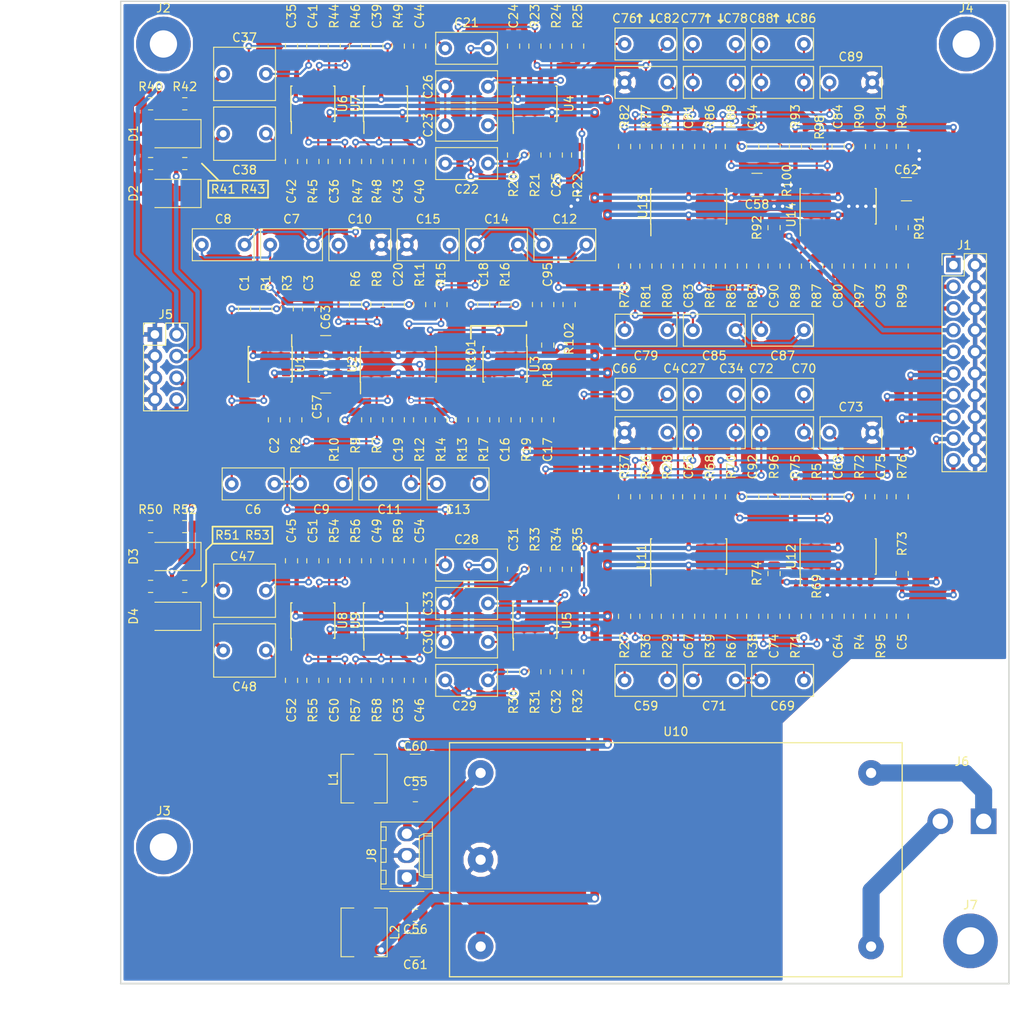
<source format=kicad_pcb>
(kicad_pcb (version 20171130) (host pcbnew 5.0.2-5.fc29)
  (layers (0 F.Cu signal) (31 B.Cu signal) (34 B.Paste user) (35 F.Paste user) (36 B.SilkS user) (37 F.SilkS user) (38 B.Mask user) (39 F.Mask user) (44 Edge.Cuts user))
  (net 0 "")
  (net 1 GNDA)
  (net 2 -15V)
  (net 3 +15V)
  (net 4 "Net-(C3-Pad2)")
  (net 5 "/Sub XO/IN")
  (net 6 "Net-(C5-Pad2)")
  (net 7 "Net-(C6-Pad1)")
  (net 8 "Net-(C7-Pad2)")
  (net 9 "Net-(C7-Pad1)")
  (net 10 "Net-(C9-Pad1)")
  (net 11 "Net-(C10-Pad1)")
  (net 12 "Net-(C11-Pad2)")
  (net 13 "Net-(C11-Pad1)")
  (net 14 "Net-(C12-Pad1)")
  (net 15 "Net-(C12-Pad2)")
  (net 16 "Net-(C13-Pad1)")
  (net 17 "Net-(C15-Pad1)")
  (net 18 "Net-(C16-Pad2)")
  (net 19 "Net-(C16-Pad1)")
  (net 20 "Net-(C21-Pad1)")
  (net 21 "/CH1 highpass/IN")
  (net 22 "Net-(C22-Pad1)")
  (net 23 "Net-(C23-Pad1)")
  (net 24 "Net-(C23-Pad2)")
  (net 25 "Net-(C26-Pad1)")
  (net 26 "Net-(C27-Pad2)")
  (net 27 "Net-(C27-Pad1)")
  (net 28 "/CH2 highpass/IN")
  (net 29 "Net-(C28-Pad1)")
  (net 30 "Net-(C29-Pad1)")
  (net 31 "Net-(C30-Pad2)")
  (net 32 "Net-(C30-Pad1)")
  (net 33 "Net-(C33-Pad1)")
  (net 34 "Net-(C37-Pad2)")
  (net 35 "Net-(C37-Pad1)")
  (net 36 "Net-(C38-Pad2)")
  (net 37 "Net-(C38-Pad1)")
  (net 38 "Net-(C43-Pad2)")
  (net 39 "Net-(C44-Pad2)")
  (net 40 "Net-(C47-Pad1)")
  (net 41 "Net-(C47-Pad2)")
  (net 42 "Net-(C48-Pad1)")
  (net 43 "Net-(C48-Pad2)")
  (net 44 "Net-(C53-Pad2)")
  (net 45 "Net-(C54-Pad2)")
  (net 46 /CH1_IN+)
  (net 47 /CH1_IN-)
  (net 48 /CH2_IN+)
  (net 49 /CH2_IN-)
  (net 50 /SUB_OUT+)
  (net 51 /SUB_OUT-)
  (net 52 "Net-(R12-Pad1)")
  (net 53 "Net-(R10-Pad1)")
  (net 54 "Net-(R13-Pad2)")
  (net 55 "Net-(R21-Pad2)")
  (net 56 "Net-(R24-Pad2)")
  (net 57 "Net-(R31-Pad2)")
  (net 58 "Net-(R34-Pad2)")
  (net 59 "Net-(R46-Pad2)")
  (net 60 "Net-(R47-Pad2)")
  (net 61 "Net-(R56-Pad2)")
  (net 62 "Net-(R57-Pad2)")
  (net 63 "Net-(U7-Pad8)")
  (net 64 "Net-(U7-Pad5)")
  (net 65 "Net-(U7-Pad1)")
  (net 66 "Net-(U9-Pad1)")
  (net 67 "Net-(U9-Pad5)")
  (net 68 "Net-(U9-Pad8)")
  (net 69 "Net-(C4-Pad1)")
  (net 70 "/CH2 XO/IN")
  (net 71 "Net-(C59-Pad1)")
  (net 72 "Net-(C66-Pad1)")
  (net 73 "Net-(C69-Pad2)")
  (net 74 "Net-(C69-Pad1)")
  (net 75 "Net-(C70-Pad1)")
  (net 76 "Net-(C70-Pad2)")
  (net 77 "Net-(C71-Pad1)")
  (net 78 "Net-(C73-Pad1)")
  (net 79 "Net-(C74-Pad1)")
  (net 80 "Net-(C74-Pad2)")
  (net 81 "Net-(C75-Pad1)")
  (net 82 "Net-(C75-Pad2)")
  (net 83 "Net-(C76-Pad1)")
  (net 84 "/CH1 XO/IN")
  (net 85 "Net-(C77-Pad1)")
  (net 86 "Net-(C77-Pad2)")
  (net 87 "Net-(C79-Pad1)")
  (net 88 "Net-(C82-Pad1)")
  (net 89 "Net-(C85-Pad2)")
  (net 90 "Net-(C85-Pad1)")
  (net 91 "Net-(C86-Pad1)")
  (net 92 "Net-(C86-Pad2)")
  (net 93 "Net-(C87-Pad1)")
  (net 94 "Net-(C89-Pad1)")
  (net 95 "Net-(C90-Pad1)")
  (net 96 "Net-(C90-Pad2)")
  (net 97 "Net-(C91-Pad2)")
  (net 98 "Net-(C91-Pad1)")
  (net 99 /CH1_HI+)
  (net 100 /CH1_HI-)
  (net 101 /CH1_LO+)
  (net 102 /CH1_LO-)
  (net 103 /CH2_HI+)
  (net 104 /CH2_HI-)
  (net 105 "Net-(R29-Pad2)")
  (net 106 "Net-(R38-Pad1)")
  (net 107 "Net-(R39-Pad2)")
  (net 108 /CH2_LO+)
  (net 109 /CH2_LO-)
  (net 110 "Net-(R80-Pad2)")
  (net 111 "Net-(R83-Pad1)")
  (net 112 "Net-(R84-Pad2)")
  (net 113 "Net-(C5-Pad1)")
  (net 114 "Net-(C92-Pad2)")
  (net 115 "Net-(C92-Pad1)")
  (net 116 "Net-(C93-Pad2)")
  (net 117 "Net-(C93-Pad1)")
  (net 118 "Net-(C94-Pad1)")
  (net 119 "Net-(C94-Pad2)")
  (net 120 "Net-(C95-Pad1)")
  (net 121 "Net-(C95-Pad2)")
  (net 122 "Net-(U1-Pad8)")
  (net 123 "Net-(U1-Pad5)")
  (net 124 "Net-(U1-Pad1)")
  (net 125 "Net-(J2-Pad1)")
  (net 126 "Net-(J3-Pad1)")
  (net 127 "Net-(J4-Pad1)")
  (net 128 "Net-(J7-Pad1)")
  (net 129 "Net-(J6-Pad1)")
  (net 130 "Net-(J6-Pad2)")
  (net 131 "Net-(C55-Pad1)")
  (net 132 "Net-(C56-Pad2)")
  (module Capacitor_SMD:C_1210_3225Metric (layer F.Cu) (at 176 71)
    (fp_text reference C62 (at 0 -2.28) (layer F.SilkS))
    (fp_text value 335)
    (pad 1 smd roundrect (at -1.4 0) (size 1.25 2.65) (layers F.Cu F.Paste F.Mask) (roundrect_rratio 0.2) (net 3 +15V))
    (pad 2 smd roundrect (at 1.4 0) (size 1.25 2.65) (layers F.Cu F.Paste F.Mask) (roundrect_rratio 0.2) (net 1 GNDA))
  )
  (module Capacitor_SMD:C_0805_2012Metric (layer F.Cu) (at 109 128.5 90)
    (fp_text reference C50 (at -3.5 0 90) (layer F.SilkS))
    (fp_text value 104)
    (pad 2 smd roundrect (at 0.9375 0 90) (size 0.975 1.4) (layers F.Cu F.Paste F.Mask) (net 2 -15V))
    (pad 1 smd roundrect (at -0.9375 0 90) (size 0.975 1.4) (layers F.Cu F.Paste F.Mask) (net 1 GNDA))
  )
  (module Package_SO:SOIC-8_3.9x4.9mm_P1.27mm (layer F.Cu) (at 115 121.5 90)
    (fp_text reference U9 (at 0 -3.5 90) (layer F.SilkS))
    (fp_text value TL071)
    (pad 1 smd rect (at -2.7 -1.905 90) (size 1.55 0.6) (layers F.Cu F.Paste F.Mask) (net 66 "Net-(U9-Pad1)"))
    (pad 2 smd rect (at -2.7 -0.635 90) (size 1.55 0.6) (layers F.Cu F.Paste F.Mask) (net 45 "Net-(C54-Pad2)"))
    (pad 3 smd rect (at -2.7 0.635 90) (size 1.55 0.6) (layers F.Cu F.Paste F.Mask) (net 44 "Net-(C53-Pad2)"))
    (pad 4 smd rect (at -2.7 1.905 90) (size 1.55 0.6) (layers F.Cu F.Paste F.Mask) (net 2 -15V))
    (pad 5 smd rect (at 2.7 1.905 90) (size 1.55 0.6) (layers F.Cu F.Paste F.Mask) (net 67 "Net-(U9-Pad5)"))
    (pad 6 smd rect (at 2.7 0.635 90) (size 1.55 0.6) (layers F.Cu F.Paste F.Mask) (net 28 "/CH2 highpass/IN"))
    (pad 7 smd rect (at 2.7 -0.635 90) (size 1.55 0.6) (layers F.Cu F.Paste F.Mask) (net 3 +15V))
    (pad 8 smd rect (at 2.7 -1.905 90) (size 1.55 0.6) (layers F.Cu F.Paste F.Mask) (net 68 "Net-(U9-Pad8)"))
  )
  (module Resistor_SMD:R_0805_2012Metric (layer F.Cu) (at 163 66 270)
    (fp_text reference R93 (at -3.5 0 270) (layer F.SilkS))
    (fp_text value 100)
    (pad 2 smd roundrect (at 0.9375 0 270) (size 0.975 1.4) (layers F.Cu F.Paste F.Mask) (net 118 "Net-(C94-Pad1)"))
    (pad 1 smd roundrect (at -0.9375 0 270) (size 0.975 1.4) (layers F.Cu F.Paste F.Mask) (net 101 /CH1_LO+))
  )
  (module Capacitor_SMD:C_1210_3225Metric (layer F.Cu) (at 108 93.5)
    (fp_text reference C57 (at -1 3 90) (layer F.SilkS))
    (fp_text value 335)
    (pad 1 smd roundrect (at -1.4 0) (size 1.25 2.65) (layers F.Cu F.Paste F.Mask) (roundrect_rratio 0.2) (net 3 +15V))
    (pad 2 smd roundrect (at 1.4 0) (size 1.25 2.65) (layers F.Cu F.Paste F.Mask) (roundrect_rratio 0.2) (net 1 GNDA))
  )
  (module Capacitor_SMD:C_0805_2012Metric (layer F.Cu) (at 98.5 85 90)
    (fp_text reference C1 (at 3 0 90) (layer F.SilkS))
    (fp_text value 104)
    (pad 2 smd roundrect (at 0.9375 0 90) (size 0.975 1.4) (layers F.Cu F.Paste F.Mask) (net 1 GNDA))
    (pad 1 smd roundrect (at -0.9375 0 90) (size 0.975 1.4) (layers F.Cu F.Paste F.Mask) (net 2 -15V))
  )
  (module Capacitor_SMD:C_0805_2012Metric (layer F.Cu) (at 173 80 270)
    (fp_text reference C93 (at 3.5 0 270) (layer F.SilkS))
    (fp_text value 151)
    (pad 2 smd roundrect (at 0.9375 0 270) (size 0.975 1.4) (layers F.Cu F.Paste F.Mask) (net 116 "Net-(C93-Pad2)"))
    (pad 1 smd roundrect (at -0.9375 0 270) (size 0.975 1.4) (layers F.Cu F.Paste F.Mask) (net 117 "Net-(C93-Pad1)"))
  )
  (module Resistor_SMD:R_0805_2012Metric (layer F.Cu) (at 137.5 54.25 270)
    (fp_text reference R25 (at -3.5 0 270) (layer F.SilkS))
    (fp_text value 4K3)
    (pad 1 smd roundrect (at -0.9375 0 270) (size 0.975 1.4) (layers F.Cu F.Paste F.Mask) (net 56 "Net-(R24-Pad2)"))
    (pad 2 smd roundrect (at 0.9375 0 270) (size 0.975 1.4) (layers F.Cu F.Paste F.Mask) (net 1 GNDA))
  )
  (module Capacitor_THT:C_Rect_L7.0mm_W3.5mm_P5.00mm (layer F.Cu) (at 151 95)
    (fp_text reference C34 (at 4.5 -3) (layer F.SilkS))
    (fp_text value 224)
    (pad 2 thru_hole circle (at 5 0) (size 1.6 1.6) (drill 0.8) (layers *.Cu *.Mask) (net 26 "Net-(C27-Pad2)"))
    (pad 1 thru_hole circle (at 0 0) (size 1.6 1.6) (drill 0.8) (layers *.Cu *.Mask) (net 27 "Net-(C27-Pad1)"))
  )
  (module Capacitor_THT:C_Rect_L7.0mm_W3.5mm_P5.00mm (layer F.Cu) (at 130.5 77.5 180)
    (fp_text reference C14 (at 2.5 3 180) (layer F.SilkS))
    (fp_text value 224)
    (pad 1 thru_hole circle (at 0 0 180) (size 1.6 1.6) (drill 0.8) (layers *.Cu *.Mask) (net 14 "Net-(C12-Pad1)"))
    (pad 2 thru_hole circle (at 5 0 180) (size 1.6 1.6) (drill 0.8) (layers *.Cu *.Mask) (net 15 "Net-(C12-Pad2)"))
  )
  (module Capacitor_THT:C_Rect_L7.0mm_W3.5mm_P5.00mm (layer F.Cu) (at 109.5 77.5)
    (fp_text reference C10 (at 2.5 -3) (layer F.SilkS))
    (fp_text value 224)
    (pad 2 thru_hole circle (at 5 0) (size 1.6 1.6) (drill 0.8) (layers *.Cu *.Mask) (net 1 GNDA))
    (pad 1 thru_hole circle (at 0 0) (size 1.6 1.6) (drill 0.8) (layers *.Cu *.Mask) (net 11 "Net-(C10-Pad1)"))
  )
  (module Capacitor_THT:C_Rect_L7.0mm_W3.5mm_P5.00mm (layer F.Cu) (at 101.5 77.5)
    (fp_text reference C7 (at 2.5 -3) (layer F.SilkS))
    (fp_text value 224)
    (pad 2 thru_hole circle (at 5 0) (size 1.6 1.6) (drill 0.8) (layers *.Cu *.Mask) (net 8 "Net-(C7-Pad2)"))
    (pad 1 thru_hole circle (at 0 0) (size 1.6 1.6) (drill 0.8) (layers *.Cu *.Mask) (net 9 "Net-(C7-Pad1)"))
  )
  (module Capacitor_THT:C_Rect_L7.0mm_W3.5mm_P5.00mm (layer F.Cu) (at 93.5 77.5)
    (fp_text reference C8 (at 2.5 -3) (layer F.SilkS))
    (fp_text value 224)
    (pad 2 thru_hole circle (at 5 0) (size 1.6 1.6) (drill 0.8) (layers *.Cu *.Mask) (net 8 "Net-(C7-Pad2)"))
    (pad 1 thru_hole circle (at 0 0) (size 1.6 1.6) (drill 0.8) (layers *.Cu *.Mask) (net 9 "Net-(C7-Pad1)"))
  )
  (module Capacitor_THT:C_Rect_L7.0mm_W3.5mm_P5.00mm (layer F.Cu) (at 138.5 77.5 180)
    (fp_text reference C12 (at 2.5 3 180) (layer F.SilkS))
    (fp_text value 224)
    (pad 1 thru_hole circle (at 0 0 180) (size 1.6 1.6) (drill 0.8) (layers *.Cu *.Mask) (net 14 "Net-(C12-Pad1)"))
    (pad 2 thru_hole circle (at 5 0 180) (size 1.6 1.6) (drill 0.8) (layers *.Cu *.Mask) (net 15 "Net-(C12-Pad2)"))
  )
  (module Capacitor_THT:C_Rect_L7.0mm_W3.5mm_P5.00mm (layer F.Cu) (at 122.5 77.5 180)
    (fp_text reference C15 (at 2.5 3 180) (layer F.SilkS))
    (fp_text value 224)
    (pad 2 thru_hole circle (at 5 0 180) (size 1.6 1.6) (drill 0.8) (layers *.Cu *.Mask) (net 1 GNDA))
    (pad 1 thru_hole circle (at 0 0 180) (size 1.6 1.6) (drill 0.8) (layers *.Cu *.Mask) (net 17 "Net-(C15-Pad1)"))
  )
  (module Package_SO:SOIC-8_3.9x4.9mm_P1.27mm (layer F.Cu) (at 106.5 61 90)
    (fp_text reference U6 (at 0 3.5 90) (layer F.SilkS))
    (fp_text value TL072)
    (pad 1 smd rect (at -2.7 -1.905 90) (size 1.55 0.6) (layers F.Cu F.Paste F.Mask) (net 60 "Net-(R47-Pad2)"))
    (pad 2 smd rect (at -2.7 -0.635 90) (size 1.55 0.6) (layers F.Cu F.Paste F.Mask) (net 60 "Net-(R47-Pad2)"))
    (pad 3 smd rect (at -2.7 0.635 90) (size 1.55 0.6) (layers F.Cu F.Paste F.Mask) (net 37 "Net-(C38-Pad1)"))
    (pad 4 smd rect (at -2.7 1.905 90) (size 1.55 0.6) (layers F.Cu F.Paste F.Mask) (net 2 -15V))
    (pad 5 smd rect (at 2.7 1.905 90) (size 1.55 0.6) (layers F.Cu F.Paste F.Mask) (net 35 "Net-(C37-Pad1)"))
    (pad 6 smd rect (at 2.7 0.635 90) (size 1.55 0.6) (layers F.Cu F.Paste F.Mask) (net 59 "Net-(R46-Pad2)"))
    (pad 7 smd rect (at 2.7 -0.635 90) (size 1.55 0.6) (layers F.Cu F.Paste F.Mask) (net 59 "Net-(R46-Pad2)"))
    (pad 8 smd rect (at 2.7 -1.905 90) (size 1.55 0.6) (layers F.Cu F.Paste F.Mask) (net 3 +15V))
  )
  (module Package_SO:SOIC-8_3.9x4.9mm_P1.27mm (layer F.Cu) (at 115 61 90)
    (fp_text reference U7 (at 0 -3.5 90) (layer F.SilkS))
    (fp_text value TL071)
    (pad 8 smd rect (at 2.7 -1.905 90) (size 1.55 0.6) (layers F.Cu F.Paste F.Mask) (net 63 "Net-(U7-Pad8)"))
    (pad 7 smd rect (at 2.7 -0.635 90) (size 1.55 0.6) (layers F.Cu F.Paste F.Mask) (net 3 +15V))
    (pad 6 smd rect (at 2.7 0.635 90) (size 1.55 0.6) (layers F.Cu F.Paste F.Mask) (net 21 "/CH1 highpass/IN"))
    (pad 5 smd rect (at 2.7 1.905 90) (size 1.55 0.6) (layers F.Cu F.Paste F.Mask) (net 64 "Net-(U7-Pad5)"))
    (pad 4 smd rect (at -2.7 1.905 90) (size 1.55 0.6) (layers F.Cu F.Paste F.Mask) (net 2 -15V))
    (pad 3 smd rect (at -2.7 0.635 90) (size 1.55 0.6) (layers F.Cu F.Paste F.Mask) (net 38 "Net-(C43-Pad2)"))
    (pad 2 smd rect (at -2.7 -0.635 90) (size 1.55 0.6) (layers F.Cu F.Paste F.Mask) (net 39 "Net-(C44-Pad2)"))
    (pad 1 smd rect (at -2.7 -1.905 90) (size 1.55 0.6) (layers F.Cu F.Paste F.Mask) (net 65 "Net-(U7-Pad1)"))
  )
  (module Capacitor_SMD:C_0805_2012Metric (layer F.Cu) (at 102 98 90)
    (fp_text reference C2 (at -3 0 90) (layer F.SilkS))
    (fp_text value 104)
    (pad 1 smd roundrect (at -0.9375 0 90) (size 0.975 1.4) (layers F.Cu F.Paste F.Mask) (net 1 GNDA))
    (pad 2 smd roundrect (at 0.9375 0 90) (size 0.975 1.4) (layers F.Cu F.Paste F.Mask) (net 3 +15V))
  )
  (module Capacitor_SMD:C_0805_2012Metric (layer F.Cu) (at 106 85 270)
    (fp_text reference C3 (at -3 0 270) (layer F.SilkS))
    (fp_text value 151)
    (pad 2 smd roundrect (at 0.9375 0 270) (size 0.975 1.4) (layers F.Cu F.Paste F.Mask) (net 4 "Net-(C3-Pad2)"))
    (pad 1 smd roundrect (at -0.9375 0 270) (size 0.975 1.4) (layers F.Cu F.Paste F.Mask) (net 5 "/Sub XO/IN"))
  )
  (module Capacitor_THT:C_Rect_L7.0mm_W3.5mm_P5.00mm (layer F.Cu) (at 102 105.5 180)
    (fp_text reference C6 (at 2.5 -3 180) (layer F.SilkS))
    (fp_text value 334)
    (pad 1 thru_hole circle (at 0 0 180) (size 1.6 1.6) (drill 0.8) (layers *.Cu *.Mask) (net 7 "Net-(C6-Pad1)"))
    (pad 2 thru_hole circle (at 5 0 180) (size 1.6 1.6) (drill 0.8) (layers *.Cu *.Mask) (net 5 "/Sub XO/IN"))
  )
  (module Capacitor_THT:C_Rect_L7.0mm_W3.5mm_P5.00mm (layer F.Cu) (at 110 105.5 180)
    (fp_text reference C9 (at 2.5 -3 180) (layer F.SilkS))
    (fp_text value 334)
    (pad 1 thru_hole circle (at 0 0 180) (size 1.6 1.6) (drill 0.8) (layers *.Cu *.Mask) (net 10 "Net-(C9-Pad1)"))
    (pad 2 thru_hole circle (at 5 0 180) (size 1.6 1.6) (drill 0.8) (layers *.Cu *.Mask) (net 7 "Net-(C6-Pad1)"))
  )
  (module Capacitor_THT:C_Rect_L7.0mm_W3.5mm_P5.00mm (layer F.Cu) (at 118 105.5 180)
    (fp_text reference C11 (at 2.5 -3 180) (layer F.SilkS))
    (fp_text value 334)
    (pad 2 thru_hole circle (at 5 0 180) (size 1.6 1.6) (drill 0.8) (layers *.Cu *.Mask) (net 12 "Net-(C11-Pad2)"))
    (pad 1 thru_hole circle (at 0 0 180) (size 1.6 1.6) (drill 0.8) (layers *.Cu *.Mask) (net 13 "Net-(C11-Pad1)"))
  )
  (module Capacitor_THT:C_Rect_L7.0mm_W3.5mm_P5.00mm (layer F.Cu) (at 126 105.5 180)
    (fp_text reference C13 (at 2.5 -3 180) (layer F.SilkS))
    (fp_text value 334)
    (pad 1 thru_hole circle (at 0 0 180) (size 1.6 1.6) (drill 0.8) (layers *.Cu *.Mask) (net 16 "Net-(C13-Pad1)"))
    (pad 2 thru_hole circle (at 5 0 180) (size 1.6 1.6) (drill 0.8) (layers *.Cu *.Mask) (net 13 "Net-(C11-Pad1)"))
  )
  (module Capacitor_SMD:C_0805_2012Metric (layer F.Cu) (at 129 98 90)
    (fp_text reference C16 (at -3.5 0 90) (layer F.SilkS))
    (fp_text value 151)
    (pad 2 smd roundrect (at 0.9375 0 90) (size 0.975 1.4) (layers F.Cu F.Paste F.Mask) (net 18 "Net-(C16-Pad2)"))
    (pad 1 smd roundrect (at -0.9375 0 90) (size 0.975 1.4) (layers F.Cu F.Paste F.Mask) (net 19 "Net-(C16-Pad1)"))
  )
  (module Capacitor_SMD:C_0805_2012Metric (layer F.Cu) (at 134 98 270)
    (fp_text reference C17 (at 3.5 0 270) (layer F.SilkS))
    (fp_text value 104)
    (pad 2 smd roundrect (at 0.9375 0 270) (size 0.975 1.4) (layers F.Cu F.Paste F.Mask) (net 1 GNDA))
    (pad 1 smd roundrect (at -0.9375 0 270) (size 0.975 1.4) (layers F.Cu F.Paste F.Mask) (net 3 +15V))
  )
  (module Capacitor_SMD:C_0805_2012Metric (layer F.Cu) (at 126.5 84.5 270)
    (fp_text reference C18 (at -3.5 0 270) (layer F.SilkS))
    (fp_text value 104)
    (pad 1 smd roundrect (at -0.9375 0 270) (size 0.975 1.4) (layers F.Cu F.Paste F.Mask) (net 1 GNDA))
    (pad 2 smd roundrect (at 0.9375 0 270) (size 0.975 1.4) (layers F.Cu F.Paste F.Mask) (net 2 -15V))
  )
  (module Capacitor_SMD:C_0805_2012Metric (layer F.Cu) (at 116.5 98 270)
    (fp_text reference C19 (at 3.5 0 270) (layer F.SilkS))
    (fp_text value 104)
    (pad 2 smd roundrect (at 0.9375 0 270) (size 0.975 1.4) (layers F.Cu F.Paste F.Mask) (net 1 GNDA))
    (pad 1 smd roundrect (at -0.9375 0 270) (size 0.975 1.4) (layers F.Cu F.Paste F.Mask) (net 3 +15V))
  )
  (module Capacitor_SMD:C_0805_2012Metric (layer F.Cu) (at 116.5 84.5 270)
    (fp_text reference C20 (at -3.5 0 270) (layer F.SilkS))
    (fp_text value 104)
    (pad 1 smd roundrect (at -0.9375 0 270) (size 0.975 1.4) (layers F.Cu F.Paste F.Mask) (net 1 GNDA))
    (pad 2 smd roundrect (at 0.9375 0 270) (size 0.975 1.4) (layers F.Cu F.Paste F.Mask) (net 2 -15V))
  )
  (module Capacitor_THT:C_Rect_L7.0mm_W3.5mm_P5.00mm (layer F.Cu) (at 127 54.5 180)
    (fp_text reference C21 (at 2.5 3) (layer F.SilkS))
    (fp_text value 224)
    (pad 1 thru_hole circle (at 0 0 180) (size 1.6 1.6) (drill 0.8) (layers *.Cu *.Mask) (net 20 "Net-(C21-Pad1)"))
    (pad 2 thru_hole circle (at 5 0 180) (size 1.6 1.6) (drill 0.8) (layers *.Cu *.Mask) (net 21 "/CH1 highpass/IN"))
  )
  (module Capacitor_THT:C_Rect_L7.0mm_W3.5mm_P5.00mm (layer F.Cu) (at 127 68 180)
    (fp_text reference C22 (at 2.5 -3) (layer F.SilkS))
    (fp_text value 224)
    (pad 2 thru_hole circle (at 5 0 180) (size 1.6 1.6) (drill 0.8) (layers *.Cu *.Mask) (net 20 "Net-(C21-Pad1)"))
    (pad 1 thru_hole circle (at 0 0 180) (size 1.6 1.6) (drill 0.8) (layers *.Cu *.Mask) (net 22 "Net-(C22-Pad1)"))
  )
  (module Capacitor_THT:C_Rect_L7.0mm_W3.5mm_P5.00mm (layer F.Cu) (at 122 63.5)
    (fp_text reference C23 (at -2 0 90) (layer F.SilkS))
    (fp_text value 224)
    (pad 1 thru_hole circle (at 0 0) (size 1.6 1.6) (drill 0.8) (layers *.Cu *.Mask) (net 23 "Net-(C23-Pad1)"))
    (pad 2 thru_hole circle (at 5 0) (size 1.6 1.6) (drill 0.8) (layers *.Cu *.Mask) (net 24 "Net-(C23-Pad2)"))
  )
  (module Capacitor_SMD:C_0805_2012Metric (layer F.Cu) (at 130 54.25 90)
    (fp_text reference C24 (at 3.5 0 90) (layer F.SilkS))
    (fp_text value 104)
    (pad 1 smd roundrect (at -0.9375 0 90) (size 0.975 1.4) (layers F.Cu F.Paste F.Mask) (net 3 +15V))
    (pad 2 smd roundrect (at 0.9375 0 90) (size 0.975 1.4) (layers F.Cu F.Paste F.Mask) (net 1 GNDA))
  )
  (module Capacitor_SMD:C_0805_2012Metric (layer F.Cu) (at 135 67 90)
    (fp_text reference C25 (at -3.5 0 90) (layer F.SilkS))
    (fp_text value 104)
    (pad 2 smd roundrect (at 0.9375 0 90) (size 0.975 1.4) (layers F.Cu F.Paste F.Mask) (net 2 -15V))
    (pad 1 smd roundrect (at -0.9375 0 90) (size 0.975 1.4) (layers F.Cu F.Paste F.Mask) (net 1 GNDA))
  )
  (module Capacitor_THT:C_Rect_L7.0mm_W3.5mm_P5.00mm (layer F.Cu) (at 127 59 180)
    (fp_text reference C26 (at 7 0 90) (layer F.SilkS))
    (fp_text value 224)
    (pad 2 thru_hole circle (at 5 0 180) (size 1.6 1.6) (drill 0.8) (layers *.Cu *.Mask) (net 23 "Net-(C23-Pad1)"))
    (pad 1 thru_hole circle (at 0 0 180) (size 1.6 1.6) (drill 0.8) (layers *.Cu *.Mask) (net 25 "Net-(C26-Pad1)"))
  )
  (module Capacitor_THT:C_Rect_L7.0mm_W3.5mm_P5.00mm (layer F.Cu) (at 127 115 180)
    (fp_text reference C28 (at 2.5 3 180) (layer F.SilkS))
    (fp_text value 224)
    (pad 2 thru_hole circle (at 5 0 180) (size 1.6 1.6) (drill 0.8) (layers *.Cu *.Mask) (net 28 "/CH2 highpass/IN"))
    (pad 1 thru_hole circle (at 0 0 180) (size 1.6 1.6) (drill 0.8) (layers *.Cu *.Mask) (net 29 "Net-(C28-Pad1)"))
  )
  (module Capacitor_THT:C_Rect_L7.0mm_W3.5mm_P5.00mm (layer F.Cu) (at 127 128.5 180)
    (fp_text reference C29 (at 2.75 -3) (layer F.SilkS))
    (fp_text value 224)
    (pad 1 thru_hole circle (at 0 0 180) (size 1.6 1.6) (drill 0.8) (layers *.Cu *.Mask) (net 30 "Net-(C29-Pad1)"))
    (pad 2 thru_hole circle (at 5 0 180) (size 1.6 1.6) (drill 0.8) (layers *.Cu *.Mask) (net 29 "Net-(C28-Pad1)"))
  )
  (module Capacitor_THT:C_Rect_L7.0mm_W3.5mm_P5.00mm (layer F.Cu) (at 122 124)
    (fp_text reference C30 (at -2 0 90) (layer F.SilkS))
    (fp_text value 224)
    (pad 2 thru_hole circle (at 5 0) (size 1.6 1.6) (drill 0.8) (layers *.Cu *.Mask) (net 31 "Net-(C30-Pad2)"))
    (pad 1 thru_hole circle (at 0 0) (size 1.6 1.6) (drill 0.8) (layers *.Cu *.Mask) (net 32 "Net-(C30-Pad1)"))
  )
  (module Capacitor_SMD:C_0805_2012Metric (layer F.Cu) (at 130 115.5 90)
    (fp_text reference C31 (at 3.5 0 90) (layer F.SilkS))
    (fp_text value 104)
    (pad 2 smd roundrect (at 0.9375 0 90) (size 0.975 1.4) (layers F.Cu F.Paste F.Mask) (net 1 GNDA))
    (pad 1 smd roundrect (at -0.9375 0 90) (size 0.975 1.4) (layers F.Cu F.Paste F.Mask) (net 3 +15V))
  )
  (module Capacitor_SMD:C_0805_2012Metric (layer F.Cu) (at 135 127.5 90)
    (fp_text reference C32 (at -3.5 0 90) (layer F.SilkS))
    (fp_text value 104)
    (pad 1 smd roundrect (at -0.9375 0 90) (size 0.975 1.4) (layers F.Cu F.Paste F.Mask) (net 1 GNDA))
    (pad 2 smd roundrect (at 0.9375 0 90) (size 0.975 1.4) (layers F.Cu F.Paste F.Mask) (net 2 -15V))
  )
  (module Capacitor_THT:C_Rect_L7.0mm_W3.5mm_P5.00mm (layer F.Cu) (at 127 119.5 180)
    (fp_text reference C33 (at 7 0 270) (layer F.SilkS))
    (fp_text value 224)
    (pad 1 thru_hole circle (at 0 0 180) (size 1.6 1.6) (drill 0.8) (layers *.Cu *.Mask) (net 33 "Net-(C33-Pad1)"))
    (pad 2 thru_hole circle (at 5 0 180) (size 1.6 1.6) (drill 0.8) (layers *.Cu *.Mask) (net 32 "Net-(C30-Pad1)"))
  )
  (module Capacitor_SMD:C_0805_2012Metric (layer F.Cu) (at 104 54.25 90)
    (fp_text reference C35 (at 3.5 0 90) (layer F.SilkS))
    (fp_text value 104)
    (pad 1 smd roundrect (at -0.9375 0 90) (size 0.975 1.4) (layers F.Cu F.Paste F.Mask) (net 3 +15V))
    (pad 2 smd roundrect (at 0.9375 0 90) (size 0.975 1.4) (layers F.Cu F.Paste F.Mask) (net 1 GNDA))
  )
  (module Capacitor_SMD:C_0805_2012Metric (layer F.Cu) (at 109 67.75 90)
    (fp_text reference C36 (at -3.5 0 90) (layer F.SilkS))
    (fp_text value 104)
    (pad 2 smd roundrect (at 0.9375 0 90) (size 0.975 1.4) (layers F.Cu F.Paste F.Mask) (net 2 -15V))
    (pad 1 smd roundrect (at -0.9375 0 90) (size 0.975 1.4) (layers F.Cu F.Paste F.Mask) (net 1 GNDA))
  )
  (module Capacitor_THT:C_Rect_L7.0mm_W6.0mm_P5.00mm (layer F.Cu) (at 101 57.5 180)
    (fp_text reference C37 (at 2.5 4.25 180) (layer F.SilkS))
    (fp_text value 105)
    (pad 2 thru_hole circle (at 5 0 180) (size 1.6 1.6) (drill 0.8) (layers *.Cu *.Mask) (net 34 "Net-(C37-Pad2)"))
    (pad 1 thru_hole circle (at 0 0 180) (size 1.6 1.6) (drill 0.8) (layers *.Cu *.Mask) (net 35 "Net-(C37-Pad1)"))
  )
  (module Capacitor_THT:C_Rect_L7.0mm_W6.0mm_P5.00mm (layer F.Cu) (at 101 64.5 180)
    (fp_text reference C38 (at 2.5 -4.25 180) (layer F.SilkS))
    (fp_text value 105)
    (pad 2 thru_hole circle (at 5 0 180) (size 1.6 1.6) (drill 0.8) (layers *.Cu *.Mask) (net 36 "Net-(C38-Pad2)"))
    (pad 1 thru_hole circle (at 0 0 180) (size 1.6 1.6) (drill 0.8) (layers *.Cu *.Mask) (net 37 "Net-(C38-Pad1)"))
  )
  (module Capacitor_SMD:C_0805_2012Metric (layer F.Cu) (at 114 54.25 90)
    (fp_text reference C39 (at 3.5 0 90) (layer F.SilkS))
    (fp_text value 104)
    (pad 1 smd roundrect (at -0.9375 0 90) (size 0.975 1.4) (layers F.Cu F.Paste F.Mask) (net 3 +15V))
    (pad 2 smd roundrect (at 0.9375 0 90) (size 0.975 1.4) (layers F.Cu F.Paste F.Mask) (net 1 GNDA))
  )
  (module Capacitor_SMD:C_0805_2012Metric (layer F.Cu) (at 119 67.75 90)
    (fp_text reference C40 (at -3.5 0 90) (layer F.SilkS))
    (fp_text value 104)
    (pad 1 smd roundrect (at -0.9375 0 90) (size 0.975 1.4) (layers F.Cu F.Paste F.Mask) (net 1 GNDA))
    (pad 2 smd roundrect (at 0.9375 0 90) (size 0.975 1.4) (layers F.Cu F.Paste F.Mask) (net 2 -15V))
  )
  (module Capacitor_SMD:C_0805_2012Metric (layer F.Cu) (at 106.5 54.25 90)
    (fp_text reference C41 (at 3.5 0 90) (layer F.SilkS))
    (fp_text value 101)
    (pad 1 smd roundrect (at -0.9375 0 90) (size 0.975 1.4) (layers F.Cu F.Paste F.Mask) (net 35 "Net-(C37-Pad1)"))
    (pad 2 smd roundrect (at 0.9375 0 90) (size 0.975 1.4) (layers F.Cu F.Paste F.Mask) (net 1 GNDA))
  )
  (module Capacitor_SMD:C_0805_2012Metric (layer F.Cu) (at 104 67.75 270)
    (fp_text reference C42 (at 3.5 0 270) (layer F.SilkS))
    (fp_text value 101)
    (pad 2 smd roundrect (at 0.9375 0 270) (size 0.975 1.4) (layers F.Cu F.Paste F.Mask) (net 1 GNDA))
    (pad 1 smd roundrect (at -0.9375 0 270) (size 0.975 1.4) (layers F.Cu F.Paste F.Mask) (net 37 "Net-(C38-Pad1)"))
  )
  (module Capacitor_SMD:C_0805_2012Metric (layer F.Cu) (at 116.5 67.75 90)
    (fp_text reference C43 (at -3.5 0 90) (layer F.SilkS))
    (fp_text value 151)
    (pad 1 smd roundrect (at -0.9375 0 90) (size 0.975 1.4) (layers F.Cu F.Paste F.Mask) (net 1 GNDA))
    (pad 2 smd roundrect (at 0.9375 0 90) (size 0.975 1.4) (layers F.Cu F.Paste F.Mask) (net 38 "Net-(C43-Pad2)"))
  )
  (module Capacitor_SMD:C_0805_2012Metric (layer F.Cu) (at 119 54.25 270)
    (fp_text reference C44 (at -3.5 0 270) (layer F.SilkS))
    (fp_text value 151)
    (pad 2 smd roundrect (at 0.9375 0 270) (size 0.975 1.4) (layers F.Cu F.Paste F.Mask) (net 39 "Net-(C44-Pad2)"))
    (pad 1 smd roundrect (at -0.9375 0 270) (size 0.975 1.4) (layers F.Cu F.Paste F.Mask) (net 21 "/CH1 highpass/IN"))
  )
  (module Capacitor_SMD:C_0805_2012Metric (layer F.Cu) (at 104 114.5 90)
    (fp_text reference C45 (at 3.5 0 90) (layer F.SilkS))
    (fp_text value 104)
    (pad 1 smd roundrect (at -0.9375 0 90) (size 0.975 1.4) (layers F.Cu F.Paste F.Mask) (net 3 +15V))
    (pad 2 smd roundrect (at 0.9375 0 90) (size 0.975 1.4) (layers F.Cu F.Paste F.Mask) (net 1 GNDA))
  )
  (module Capacitor_SMD:C_0805_2012Metric (layer F.Cu) (at 119 128.5 90)
    (fp_text reference C46 (at -3.5 0 90) (layer F.SilkS))
    (fp_text value 104)
    (pad 2 smd roundrect (at 0.9375 0 90) (size 0.975 1.4) (layers F.Cu F.Paste F.Mask) (net 2 -15V))
    (pad 1 smd roundrect (at -0.9375 0 90) (size 0.975 1.4) (layers F.Cu F.Paste F.Mask) (net 1 GNDA))
  )
  (module Capacitor_THT:C_Rect_L7.0mm_W6.0mm_P5.00mm (layer F.Cu) (at 101 118 180)
    (fp_text reference C47 (at 2.75 4 180) (layer F.SilkS))
    (fp_text value 105)
    (pad 1 thru_hole circle (at 0 0 180) (size 1.6 1.6) (drill 0.8) (layers *.Cu *.Mask) (net 40 "Net-(C47-Pad1)"))
    (pad 2 thru_hole circle (at 5 0 180) (size 1.6 1.6) (drill 0.8) (layers *.Cu *.Mask) (net 41 "Net-(C47-Pad2)"))
  )
  (module Capacitor_THT:C_Rect_L7.0mm_W6.0mm_P5.00mm (layer F.Cu) (at 101 125 180)
    (fp_text reference C48 (at 2.5 -4.25 180) (layer F.SilkS))
    (fp_text value 105)
    (pad 1 thru_hole circle (at 0 0 180) (size 1.6 1.6) (drill 0.8) (layers *.Cu *.Mask) (net 42 "Net-(C48-Pad1)"))
    (pad 2 thru_hole circle (at 5 0 180) (size 1.6 1.6) (drill 0.8) (layers *.Cu *.Mask) (net 43 "Net-(C48-Pad2)"))
  )
  (module Capacitor_SMD:C_0805_2012Metric (layer F.Cu) (at 114 114.5 90)
    (fp_text reference C49 (at 3.5 0 90) (layer F.SilkS))
    (fp_text value 104)
    (pad 1 smd roundrect (at -0.9375 0 90) (size 0.975 1.4) (layers F.Cu F.Paste F.Mask) (net 3 +15V))
    (pad 2 smd roundrect (at 0.9375 0 90) (size 0.975 1.4) (layers F.Cu F.Paste F.Mask) (net 1 GNDA))
  )
  (module Capacitor_SMD:C_0805_2012Metric (layer F.Cu) (at 106.5 114.5 90)
    (fp_text reference C51 (at 3.5 0 90) (layer F.SilkS))
    (fp_text value 101)
    (pad 1 smd roundrect (at -0.9375 0 90) (size 0.975 1.4) (layers F.Cu F.Paste F.Mask) (net 40 "Net-(C47-Pad1)"))
    (pad 2 smd roundrect (at 0.9375 0 90) (size 0.975 1.4) (layers F.Cu F.Paste F.Mask) (net 1 GNDA))
  )
  (module Capacitor_SMD:C_0805_2012Metric (layer F.Cu) (at 104 128.5 270)
    (fp_text reference C52 (at 3.5 0 270) (layer F.SilkS))
    (fp_text value 101)
    (pad 2 smd roundrect (at 0.9375 0 270) (size 0.975 1.4) (layers F.Cu F.Paste F.Mask) (net 1 GNDA))
    (pad 1 smd roundrect (at -0.9375 0 270) (size 0.975 1.4) (layers F.Cu F.Paste F.Mask) (net 42 "Net-(C48-Pad1)"))
  )
  (module Capacitor_SMD:C_0805_2012Metric (layer F.Cu) (at 116.5 128.5 90)
    (fp_text reference C53 (at -3.5 0 90) (layer F.SilkS))
    (fp_text value 151)
    (pad 2 smd roundrect (at 0.9375 0 90) (size 0.975 1.4) (layers F.Cu F.Paste F.Mask) (net 44 "Net-(C53-Pad2)"))
    (pad 1 smd roundrect (at -0.9375 0 90) (size 0.975 1.4) (layers F.Cu F.Paste F.Mask) (net 1 GNDA))
  )
  (module Capacitor_SMD:C_0805_2012Metric (layer F.Cu) (at 119 114.5 270)
    (fp_text reference C54 (at -3.5 0 270) (layer F.SilkS))
    (fp_text value 151)
    (pad 1 smd roundrect (at -0.9375 0 270) (size 0.975 1.4) (layers F.Cu F.Paste F.Mask) (net 28 "/CH2 highpass/IN"))
    (pad 2 smd roundrect (at 0.9375 0 270) (size 0.975 1.4) (layers F.Cu F.Paste F.Mask) (net 45 "Net-(C54-Pad2)"))
  )
  (module Diode_SMD:D_SMA (layer F.Cu) (at 90 64.5 180)
    (fp_text reference D1 (at 4.5 0 270) (layer F.SilkS))
    (fp_text value SMAJ7)
    (pad 1 smd rect (at -2 0 180) (size 2.5 1.8) (layers F.Cu F.Paste F.Mask) (net 34 "Net-(C37-Pad2)"))
    (pad 2 smd rect (at 2 0 180) (size 2.5 1.8) (layers F.Cu F.Paste F.Mask) (net 1 GNDA))
  )
  (module Diode_SMD:D_SMA (layer F.Cu) (at 90 71.5 180)
    (fp_text reference D2 (at 4.5 0 270) (layer F.SilkS))
    (fp_text value SMAJ7)
    (pad 2 smd rect (at 2 0 180) (size 2.5 1.8) (layers F.Cu F.Paste F.Mask) (net 1 GNDA))
    (pad 1 smd rect (at -2 0 180) (size 2.5 1.8) (layers F.Cu F.Paste F.Mask) (net 36 "Net-(C38-Pad2)"))
  )
  (module Diode_SMD:D_SMA (layer F.Cu) (at 90 114 180)
    (fp_text reference D3 (at 4.5 0 270) (layer F.SilkS))
    (fp_text value SMAJ7)
    (pad 1 smd rect (at -2 0 180) (size 2.5 1.8) (layers F.Cu F.Paste F.Mask) (net 41 "Net-(C47-Pad2)"))
    (pad 2 smd rect (at 2 0 180) (size 2.5 1.8) (layers F.Cu F.Paste F.Mask) (net 1 GNDA))
  )
  (module Diode_SMD:D_SMA (layer F.Cu) (at 90 121 180)
    (fp_text reference D4 (at 4.5 0 90) (layer F.SilkS))
    (fp_text value SMAJ7)
    (pad 2 smd rect (at 2 0 180) (size 2.5 1.8) (layers F.Cu F.Paste F.Mask) (net 1 GNDA))
    (pad 1 smd rect (at -2 0 180) (size 2.5 1.8) (layers F.Cu F.Paste F.Mask) (net 43 "Net-(C48-Pad2)"))
  )
  (module Resistor_SMD:R_0805_2012Metric (layer F.Cu) (at 101 85 90)
    (fp_text reference R1 (at 3 0 90) (layer F.SilkS))
    (fp_text value 10K)
    (pad 1 smd roundrect (at -0.9375 0 90) (size 0.975 1.4) (layers F.Cu F.Paste F.Mask) (net 4 "Net-(C3-Pad2)"))
    (pad 2 smd roundrect (at 0.9375 0 90) (size 0.975 1.4) (layers F.Cu F.Paste F.Mask) (net 21 "/CH1 highpass/IN"))
  )
  (module Resistor_SMD:R_0805_2012Metric (layer F.Cu) (at 104.5 98 270)
    (fp_text reference R2 (at 3 0 270) (layer F.SilkS))
    (fp_text value 10K)
    (pad 1 smd roundrect (at -0.9375 0 270) (size 0.975 1.4) (layers F.Cu F.Paste F.Mask) (net 4 "Net-(C3-Pad2)"))
    (pad 2 smd roundrect (at 0.9375 0 270) (size 0.975 1.4) (layers F.Cu F.Paste F.Mask) (net 28 "/CH2 highpass/IN"))
  )
  (module Resistor_SMD:R_0805_2012Metric (layer F.Cu) (at 103.5 85 270)
    (fp_text reference R3 (at -3 0 270) (layer F.SilkS))
    (fp_text value 10K)
    (pad 2 smd roundrect (at 0.9375 0 270) (size 0.975 1.4) (layers F.Cu F.Paste F.Mask) (net 4 "Net-(C3-Pad2)"))
    (pad 1 smd roundrect (at -0.9375 0 270) (size 0.975 1.4) (layers F.Cu F.Paste F.Mask) (net 5 "/Sub XO/IN"))
  )
  (module Resistor_SMD:R_0805_2012Metric (layer F.Cu) (at 170.5 121 270)
    (fp_text reference R4 (at 3 0 270) (layer F.SilkS))
    (fp_text value 10K)
    (pad 2 smd roundrect (at 0.9375 0 270) (size 0.975 1.4) (layers F.Cu F.Paste F.Mask) (net 1 GNDA))
    (pad 1 smd roundrect (at -0.9375 0 270) (size 0.975 1.4) (layers F.Cu F.Paste F.Mask) (net 6 "Net-(C5-Pad2)"))
  )
  (module Resistor_SMD:R_0805_2012Metric (layer F.Cu) (at 165.5 107 90)
    (fp_text reference R5 (at 3 0 90) (layer F.SilkS))
    (fp_text value 10K)
    (pad 1 smd roundrect (at -0.9375 0 90) (size 0.975 1.4) (layers F.Cu F.Paste F.Mask) (net 114 "Net-(C92-Pad2)"))
    (pad 2 smd roundrect (at 0.9375 0 90) (size 0.975 1.4) (layers F.Cu F.Paste F.Mask) (net 1 GNDA))
  )
  (module Resistor_SMD:R_0805_2012Metric (layer F.Cu) (at 111.5 84.5 270)
    (fp_text reference R6 (at -3 0 270) (layer F.SilkS))
    (fp_text value 4K3)
    (pad 1 smd roundrect (at -0.9375 0 270) (size 0.975 1.4) (layers F.Cu F.Paste F.Mask) (net 8 "Net-(C7-Pad2)"))
    (pad 2 smd roundrect (at 0.9375 0 270) (size 0.975 1.4) (layers F.Cu F.Paste F.Mask) (net 52 "Net-(R12-Pad1)"))
  )
  (module Resistor_SMD:R_0805_2012Metric (layer F.Cu) (at 114 98 270)
    (fp_text reference R7 (at 3 0 270) (layer F.SilkS))
    (fp_text value 8K2)
    (pad 2 smd roundrect (at 0.9375 0 270) (size 0.975 1.4) (layers F.Cu F.Paste F.Mask) (net 7 "Net-(C6-Pad1)"))
    (pad 1 smd roundrect (at -0.9375 0 270) (size 0.975 1.4) (layers F.Cu F.Paste F.Mask) (net 12 "Net-(C11-Pad2)"))
  )
  (module Resistor_SMD:R_0805_2012Metric (layer F.Cu) (at 114 84.5 90)
    (fp_text reference R8 (at 3 0 90) (layer F.SilkS))
    (fp_text value 4K3)
    (pad 1 smd roundrect (at -0.9375 0 90) (size 0.975 1.4) (layers F.Cu F.Paste F.Mask) (net 11 "Net-(C10-Pad1)"))
    (pad 2 smd roundrect (at 0.9375 0 90) (size 0.975 1.4) (layers F.Cu F.Paste F.Mask) (net 8 "Net-(C7-Pad2)"))
  )
  (module Resistor_SMD:R_0805_2012Metric (layer F.Cu) (at 111.5 98 90)
    (fp_text reference R9 (at -3 0 90) (layer F.SilkS))
    (fp_text value 8K2)
    (pad 2 smd roundrect (at 0.9375 0 90) (size 0.975 1.4) (layers F.Cu F.Paste F.Mask) (net 53 "Net-(R10-Pad1)"))
    (pad 1 smd roundrect (at -0.9375 0 90) (size 0.975 1.4) (layers F.Cu F.Paste F.Mask) (net 10 "Net-(C9-Pad1)"))
  )
  (module Resistor_SMD:R_0805_2012Metric (layer F.Cu) (at 109 98 270)
    (fp_text reference R10 (at 3.5 0 270) (layer F.SilkS))
    (fp_text value 8K2)
    (pad 1 smd roundrect (at -0.9375 0 270) (size 0.975 1.4) (layers F.Cu F.Paste F.Mask) (net 53 "Net-(R10-Pad1)"))
    (pad 2 smd roundrect (at 0.9375 0 270) (size 0.975 1.4) (layers F.Cu F.Paste F.Mask) (net 1 GNDA))
  )
  (module Resistor_SMD:R_0805_2012Metric (layer F.Cu) (at 119 84.5 90)
    (fp_text reference R11 (at 3.5 0 90) (layer F.SilkS))
    (fp_text value 4K3)
    (pad 2 smd roundrect (at 0.9375 0 90) (size 0.975 1.4) (layers F.Cu F.Paste F.Mask) (net 9 "Net-(C7-Pad1)"))
    (pad 1 smd roundrect (at -0.9375 0 90) (size 0.975 1.4) (layers F.Cu F.Paste F.Mask) (net 15 "Net-(C12-Pad2)"))
  )
  (module Resistor_SMD:R_0805_2012Metric (layer F.Cu) (at 119 98 270)
    (fp_text reference R12 (at 3.5 0 270) (layer F.SilkS))
    (fp_text value 8K2)
    (pad 2 smd roundrect (at 0.9375 0 270) (size 0.975 1.4) (layers F.Cu F.Paste F.Mask) (net 13 "Net-(C11-Pad1)"))
    (pad 1 smd roundrect (at -0.9375 0 270) (size 0.975 1.4) (layers F.Cu F.Paste F.Mask) (net 52 "Net-(R12-Pad1)"))
  )
  (module Resistor_SMD:R_0805_2012Metric (layer F.Cu) (at 124 98 90)
    (fp_text reference R13 (at -3.5 0 90) (layer F.SilkS))
    (fp_text value 8K2)
    (pad 1 smd roundrect (at -0.9375 0 90) (size 0.975 1.4) (layers F.Cu F.Paste F.Mask) (net 16 "Net-(C13-Pad1)"))
    (pad 2 smd roundrect (at 0.9375 0 90) (size 0.975 1.4) (layers F.Cu F.Paste F.Mask) (net 54 "Net-(R13-Pad2)"))
  )
  (module Resistor_SMD:R_0805_2012Metric (layer F.Cu) (at 121.5 98 270)
    (fp_text reference R14 (at 3.5 0 270) (layer F.SilkS))
    (fp_text value 8K2)
    (pad 2 smd roundrect (at 0.9375 0 270) (size 0.975 1.4) (layers F.Cu F.Paste F.Mask) (net 1 GNDA))
    (pad 1 smd roundrect (at -0.9375 0 270) (size 0.975 1.4) (layers F.Cu F.Paste F.Mask) (net 54 "Net-(R13-Pad2)"))
  )
  (module Resistor_SMD:R_0805_2012Metric (layer F.Cu) (at 121.5 84.5 90)
    (fp_text reference R15 (at 3.5 0 90) (layer F.SilkS))
    (fp_text value 4K3)
    (pad 1 smd roundrect (at -0.9375 0 90) (size 0.975 1.4) (layers F.Cu F.Paste F.Mask) (net 17 "Net-(C15-Pad1)"))
    (pad 2 smd roundrect (at 0.9375 0 90) (size 0.975 1.4) (layers F.Cu F.Paste F.Mask) (net 15 "Net-(C12-Pad2)"))
  )
  (module Resistor_SMD:R_0805_2012Metric (layer F.Cu) (at 129 84.5 90)
    (fp_text reference R16 (at 3.5 0 90) (layer F.SilkS))
    (fp_text value 10K)
    (pad 2 smd roundrect (at 0.9375 0 90) (size 0.975 1.4) (layers F.Cu F.Paste F.Mask) (net 14 "Net-(C12-Pad1)"))
    (pad 1 smd roundrect (at -0.9375 0 90) (size 0.975 1.4) (layers F.Cu F.Paste F.Mask) (net 18 "Net-(C16-Pad2)"))
  )
  (module Resistor_SMD:R_0805_2012Metric (layer F.Cu) (at 126.5 98 90)
    (fp_text reference R17 (at -3.5 0 90) (layer F.SilkS))
    (fp_text value 20K)
    (pad 1 smd roundrect (at -0.9375 0 90) (size 0.975 1.4) (layers F.Cu F.Paste F.Mask) (net 19 "Net-(C16-Pad1)"))
    (pad 2 smd roundrect (at 0.9375 0 90) (size 0.975 1.4) (layers F.Cu F.Paste F.Mask) (net 18 "Net-(C16-Pad2)"))
  )
  (module Resistor_SMD:R_0805_2012Metric (layer F.Cu) (at 134 89.25 90)
    (fp_text reference R18 (at -3.5 0 90) (layer F.SilkS))
    (fp_text value 100)
    (pad 1 smd roundrect (at -0.9375 0 90) (size 0.975 1.4) (layers F.Cu F.Paste F.Mask) (net 50 /SUB_OUT+))
    (pad 2 smd roundrect (at 0.9375 0 90) (size 0.975 1.4) (layers F.Cu F.Paste F.Mask) (net 120 "Net-(C95-Pad1)"))
  )
  (module Resistor_SMD:R_0805_2012Metric (layer F.Cu) (at 131.5 98 90)
    (fp_text reference R19 (at -3.5 0 90) (layer F.SilkS))
    (fp_text value 100)
    (pad 2 smd roundrect (at 0.9375 0 90) (size 0.975 1.4) (layers F.Cu F.Paste F.Mask) (net 19 "Net-(C16-Pad1)"))
    (pad 1 smd roundrect (at -0.9375 0 90) (size 0.975 1.4) (layers F.Cu F.Paste F.Mask) (net 51 /SUB_OUT-))
  )
  (module Resistor_SMD:R_0805_2012Metric (layer F.Cu) (at 130 67 270)
    (fp_text reference R20 (at 3.5 0 270) (layer F.SilkS))
    (fp_text value 4K3)
    (pad 2 smd roundrect (at 0.9375 0 270) (size 0.975 1.4) (layers F.Cu F.Paste F.Mask) (net 20 "Net-(C21-Pad1)"))
    (pad 1 smd roundrect (at -0.9375 0 270) (size 0.975 1.4) (layers F.Cu F.Paste F.Mask) (net 24 "Net-(C23-Pad2)"))
  )
  (module Resistor_SMD:R_0805_2012Metric (layer F.Cu) (at 132.5 67 270)
    (fp_text reference R21 (at 3.5 0 270) (layer F.SilkS))
    (fp_text value 4K3)
    (pad 1 smd roundrect (at -0.9375 0 270) (size 0.975 1.4) (layers F.Cu F.Paste F.Mask) (net 22 "Net-(C22-Pad1)"))
    (pad 2 smd roundrect (at 0.9375 0 270) (size 0.975 1.4) (layers F.Cu F.Paste F.Mask) (net 55 "Net-(R21-Pad2)"))
  )
  (module Resistor_SMD:R_0805_2012Metric (layer F.Cu) (at 137.5 67 270)
    (fp_text reference R22 (at 3.5625 0 270) (layer F.SilkS))
    (fp_text value 4K3)
    (pad 2 smd roundrect (at 0.9375 0 270) (size 0.975 1.4) (layers F.Cu F.Paste F.Mask) (net 1 GNDA))
    (pad 1 smd roundrect (at -0.9375 0 270) (size 0.975 1.4) (layers F.Cu F.Paste F.Mask) (net 55 "Net-(R21-Pad2)"))
  )
  (module Resistor_SMD:R_0805_2012Metric (layer F.Cu) (at 132.5 54.25 90)
    (fp_text reference R23 (at 3.5 0 90) (layer F.SilkS))
    (fp_text value 4K3)
    (pad 1 smd roundrect (at -0.9375 0 90) (size 0.975 1.4) (layers F.Cu F.Paste F.Mask) (net 84 "/CH1 XO/IN"))
    (pad 2 smd roundrect (at 0.9375 0 90) (size 0.975 1.4) (layers F.Cu F.Paste F.Mask) (net 23 "Net-(C23-Pad1)"))
  )
  (module Resistor_SMD:R_0805_2012Metric (layer F.Cu) (at 135 54.25 90)
    (fp_text reference R24 (at 3.5 0 90) (layer F.SilkS))
    (fp_text value 4K3)
    (pad 2 smd roundrect (at 0.9375 0 90) (size 0.975 1.4) (layers F.Cu F.Paste F.Mask) (net 56 "Net-(R24-Pad2)"))
    (pad 1 smd roundrect (at -0.9375 0 90) (size 0.975 1.4) (layers F.Cu F.Paste F.Mask) (net 25 "Net-(C26-Pad1)"))
  )
  (module Resistor_SMD:R_0805_2012Metric (layer F.Cu) (at 145.5 107 90)
    (fp_text reference R26 (at 3.5 0 90) (layer F.SilkS))
    (fp_text value 4K3)
    (pad 1 smd roundrect (at -0.9375 0 90) (size 0.975 1.4) (layers F.Cu F.Paste F.Mask) (net 26 "Net-(C27-Pad2)"))
    (pad 2 smd roundrect (at 0.9375 0 90) (size 0.975 1.4) (layers F.Cu F.Paste F.Mask) (net 70 "/CH2 XO/IN"))
  )
  (module Resistor_SMD:R_0805_2012Metric (layer F.Cu) (at 143 121 270)
    (fp_text reference R27 (at 3.5 0 270) (layer F.SilkS))
    (fp_text value 8K2)
    (pad 2 smd roundrect (at 0.9375 0 270) (size 0.975 1.4) (layers F.Cu F.Paste F.Mask) (net 69 "Net-(C4-Pad1)"))
    (pad 1 smd roundrect (at -0.9375 0 270) (size 0.975 1.4) (layers F.Cu F.Paste F.Mask) (net 73 "Net-(C69-Pad2)"))
  )
  (module Resistor_SMD:R_0805_2012Metric (layer F.Cu) (at 148 107 90)
    (fp_text reference R28 (at 3.5 0 90) (layer F.SilkS))
    (fp_text value 4K3)
    (pad 2 smd roundrect (at 0.9375 0 90) (size 0.975 1.4) (layers F.Cu F.Paste F.Mask) (net 26 "Net-(C27-Pad2)"))
    (pad 1 smd roundrect (at -0.9375 0 90) (size 0.975 1.4) (layers F.Cu F.Paste F.Mask) (net 72 "Net-(C66-Pad1)"))
  )
  (module Resistor_SMD:R_0805_2012Metric (layer F.Cu) (at 148 121 270)
    (fp_text reference R29 (at 3.5 0 270) (layer F.SilkS))
    (fp_text value 8K2)
    (pad 1 smd roundrect (at -0.9375 0 270) (size 0.975 1.4) (layers F.Cu F.Paste F.Mask) (net 71 "Net-(C59-Pad1)"))
    (pad 2 smd roundrect (at 0.9375 0 270) (size 0.975 1.4) (layers F.Cu F.Paste F.Mask) (net 105 "Net-(R29-Pad2)"))
  )
  (module Resistor_SMD:R_0805_2012Metric (layer F.Cu) (at 130 127.5 270)
    (fp_text reference R30 (at 3.5 0 270) (layer F.SilkS))
    (fp_text value 4K3)
    (pad 2 smd roundrect (at 0.9375 0 270) (size 0.975 1.4) (layers F.Cu F.Paste F.Mask) (net 29 "Net-(C28-Pad1)"))
    (pad 1 smd roundrect (at -0.9375 0 270) (size 0.975 1.4) (layers F.Cu F.Paste F.Mask) (net 31 "Net-(C30-Pad2)"))
  )
  (module Resistor_SMD:R_0805_2012Metric (layer F.Cu) (at 132.5 127.5 270)
    (fp_text reference R31 (at 3.5 0 270) (layer F.SilkS))
    (fp_text value 4K3)
    (pad 1 smd roundrect (at -0.9375 0 270) (size 0.975 1.4) (layers F.Cu F.Paste F.Mask) (net 30 "Net-(C29-Pad1)"))
    (pad 2 smd roundrect (at 0.9375 0 270) (size 0.975 1.4) (layers F.Cu F.Paste F.Mask) (net 57 "Net-(R31-Pad2)"))
  )
  (module Resistor_SMD:R_0805_2012Metric (layer F.Cu) (at 137.5 127.5 270)
    (fp_text reference R32 (at 3.4375 0 270) (layer F.SilkS))
    (fp_text value 4K3)
    (pad 2 smd roundrect (at 0.9375 0 270) (size 0.975 1.4) (layers F.Cu F.Paste F.Mask) (net 1 GNDA))
    (pad 1 smd roundrect (at -0.9375 0 270) (size 0.975 1.4) (layers F.Cu F.Paste F.Mask) (net 57 "Net-(R31-Pad2)"))
  )
  (module Resistor_SMD:R_0805_2012Metric (layer F.Cu) (at 132.5 115.5 90)
    (fp_text reference R33 (at 3.5 0 90) (layer F.SilkS))
    (fp_text value 4K3)
    (pad 1 smd roundrect (at -0.9375 0 90) (size 0.975 1.4) (layers F.Cu F.Paste F.Mask) (net 70 "/CH2 XO/IN"))
    (pad 2 smd roundrect (at 0.9375 0 90) (size 0.975 1.4) (layers F.Cu F.Paste F.Mask) (net 32 "Net-(C30-Pad1)"))
  )
  (module Resistor_SMD:R_0805_2012Metric (layer F.Cu) (at 135 115.5 90)
    (fp_text reference R34 (at 3.5 0 90) (layer F.SilkS))
    (fp_text value 4K3)
    (pad 2 smd roundrect (at 0.9375 0 90) (size 0.975 1.4) (layers F.Cu F.Paste F.Mask) (net 58 "Net-(R34-Pad2)"))
    (pad 1 smd roundrect (at -0.9375 0 90) (size 0.975 1.4) (layers F.Cu F.Paste F.Mask) (net 33 "Net-(C33-Pad1)"))
  )
  (module Resistor_SMD:R_0805_2012Metric (layer F.Cu) (at 137.5 115.5 270)
    (fp_text reference R35 (at -3.5 0 270) (layer F.SilkS))
    (fp_text value 4K3)
    (pad 1 smd roundrect (at -0.9375 0 270) (size 0.975 1.4) (layers F.Cu F.Paste F.Mask) (net 58 "Net-(R34-Pad2)"))
    (pad 2 smd roundrect (at 0.9375 0 270) (size 0.975 1.4) (layers F.Cu F.Paste F.Mask) (net 1 GNDA))
  )
  (module Resistor_SMD:R_0805_2012Metric (layer F.Cu) (at 145.5 121 270)
    (fp_text reference R36 (at 3.5 0 270) (layer F.SilkS))
    (fp_text value 8K2)
    (pad 1 smd roundrect (at -0.9375 0 270) (size 0.975 1.4) (layers F.Cu F.Paste F.Mask) (net 105 "Net-(R29-Pad2)"))
    (pad 2 smd roundrect (at 0.9375 0 270) (size 0.975 1.4) (layers F.Cu F.Paste F.Mask) (net 1 GNDA))
  )
  (module Resistor_SMD:R_0805_2012Metric (layer F.Cu) (at 143 107 270)
    (fp_text reference R37 (at -3.5 0 90) (layer F.SilkS))
    (fp_text value 4K3)
    (pad 2 smd roundrect (at 0.9375 0 270) (size 0.975 1.4) (layers F.Cu F.Paste F.Mask) (net 27 "Net-(C27-Pad1)"))
    (pad 1 smd roundrect (at -0.9375 0 270) (size 0.975 1.4) (layers F.Cu F.Paste F.Mask) (net 76 "Net-(C70-Pad2)"))
  )
  (module Resistor_SMD:R_0805_2012Metric (layer F.Cu) (at 158 121 270)
    (fp_text reference R38 (at 3.5 0 270) (layer F.SilkS))
    (fp_text value 8K2)
    (pad 2 smd roundrect (at 0.9375 0 270) (size 0.975 1.4) (layers F.Cu F.Paste F.Mask) (net 74 "Net-(C69-Pad1)"))
    (pad 1 smd roundrect (at -0.9375 0 270) (size 0.975 1.4) (layers F.Cu F.Paste F.Mask) (net 106 "Net-(R38-Pad1)"))
  )
  (module Resistor_SMD:R_0805_2012Metric (layer F.Cu) (at 153 121 270)
    (fp_text reference R39 (at 3.5 0 270) (layer F.SilkS))
    (fp_text value 8K2)
    (pad 1 smd roundrect (at -0.9375 0 270) (size 0.975 1.4) (layers F.Cu F.Paste F.Mask) (net 77 "Net-(C71-Pad1)"))
    (pad 2 smd roundrect (at 0.9375 0 270) (size 0.975 1.4) (layers F.Cu F.Paste F.Mask) (net 107 "Net-(R39-Pad2)"))
  )
  (module Resistor_SMD:R_0805_2012Metric (layer F.Cu) (at 87.5 61 180)
    (fp_text reference R40 (at 0 2 180) (layer F.SilkS))
    (fp_text value 1M)
    (pad 1 smd roundrect (at -0.9375 0 180) (size 0.975 1.4) (layers F.Cu F.Paste F.Mask) (net 46 /CH1_IN+))
    (pad 2 smd roundrect (at 0.9375 0 180) (size 0.975 1.4) (layers F.Cu F.Paste F.Mask) (net 1 GNDA))
  )
  (module Resistor_SMD:R_0805_2012Metric (layer F.Cu) (at 87.5 68 180)
    (fp_text reference R41 (at -8.5 -3 180) (layer F.SilkS))
    (fp_text value 1M)
    (pad 2 smd roundrect (at 0.9375 0 180) (size 0.975 1.4) (layers F.Cu F.Paste F.Mask) (net 1 GNDA))
    (pad 1 smd roundrect (at -0.9375 0 180) (size 0.975 1.4) (layers F.Cu F.Paste F.Mask) (net 47 /CH1_IN-))
  )
  (module Resistor_SMD:R_0805_2012Metric (layer F.Cu) (at 91.5 61 180)
    (fp_text reference R42 (at 0 2 180) (layer F.SilkS))
    (fp_text value 10K)
    (pad 1 smd roundrect (at -0.9375 0 180) (size 0.975 1.4) (layers F.Cu F.Paste F.Mask) (net 34 "Net-(C37-Pad2)"))
    (pad 2 smd roundrect (at 0.9375 0 180) (size 0.975 1.4) (layers F.Cu F.Paste F.Mask) (net 46 /CH1_IN+))
  )
  (module Resistor_SMD:R_0805_2012Metric (layer F.Cu) (at 91.5 68 180)
    (fp_text reference R43 (at -8 -3 180) (layer F.SilkS))
    (fp_text value 10K)
    (pad 2 smd roundrect (at 0.9375 0 180) (size 0.975 1.4) (layers F.Cu F.Paste F.Mask) (net 47 /CH1_IN-))
    (pad 1 smd roundrect (at -0.9375 0 180) (size 0.975 1.4) (layers F.Cu F.Paste F.Mask) (net 36 "Net-(C38-Pad2)"))
  )
  (module Resistor_SMD:R_0805_2012Metric (layer F.Cu) (at 109 54.25 90)
    (fp_text reference R44 (at 3.5 0 90) (layer F.SilkS))
    (fp_text value 220K)
    (pad 2 smd roundrect (at 0.9375 0 90) (size 0.975 1.4) (layers F.Cu F.Paste F.Mask) (net 1 GNDA))
    (pad 1 smd roundrect (at -0.9375 0 90) (size 0.975 1.4) (layers F.Cu F.Paste F.Mask) (net 35 "Net-(C37-Pad1)"))
  )
  (module Resistor_SMD:R_0805_2012Metric (layer F.Cu) (at 106.5 67.75 270)
    (fp_text reference R45 (at 3.5 0 270) (layer F.SilkS))
    (fp_text value 220K)
    (pad 1 smd roundrect (at -0.9375 0 270) (size 0.975 1.4) (layers F.Cu F.Paste F.Mask) (net 37 "Net-(C38-Pad1)"))
    (pad 2 smd roundrect (at 0.9375 0 270) (size 0.975 1.4) (layers F.Cu F.Paste F.Mask) (net 1 GNDA))
  )
  (module Resistor_SMD:R_0805_2012Metric (layer F.Cu) (at 111.5 54.25 90)
    (fp_text reference R46 (at 3.5 0 90) (layer F.SilkS))
    (fp_text value 10K)
    (pad 1 smd roundrect (at -0.9375 0 90) (size 0.975 1.4) (layers F.Cu F.Paste F.Mask) (net 38 "Net-(C43-Pad2)"))
    (pad 2 smd roundrect (at 0.9375 0 90) (size 0.975 1.4) (layers F.Cu F.Paste F.Mask) (net 59 "Net-(R46-Pad2)"))
  )
  (module Resistor_SMD:R_0805_2012Metric (layer F.Cu) (at 111.5 67.75 270)
    (fp_text reference R47 (at 3.5 -0.25 270) (layer F.SilkS))
    (fp_text value 10K)
    (pad 2 smd roundrect (at 0.9375 0 270) (size 0.975 1.4) (layers F.Cu F.Paste F.Mask) (net 60 "Net-(R47-Pad2)"))
    (pad 1 smd roundrect (at -0.9375 0 270) (size 0.975 1.4) (layers F.Cu F.Paste F.Mask) (net 39 "Net-(C44-Pad2)"))
  )
  (module Resistor_SMD:R_0805_2012Metric (layer F.Cu) (at 114 67.75 90)
    (fp_text reference R48 (at -3.5 0 90) (layer F.SilkS))
    (fp_text value 10K)
    (pad 2 smd roundrect (at 0.9375 0 90) (size 0.975 1.4) (layers F.Cu F.Paste F.Mask) (net 38 "Net-(C43-Pad2)"))
    (pad 1 smd roundrect (at -0.9375 0 90) (size 0.975 1.4) (layers F.Cu F.Paste F.Mask) (net 1 GNDA))
  )
  (module Resistor_SMD:R_0805_2012Metric (layer F.Cu) (at 116.5 54.25 270)
    (fp_text reference R49 (at -3.5 0 270) (layer F.SilkS))
    (fp_text value 10K)
    (pad 1 smd roundrect (at -0.9375 0 270) (size 0.975 1.4) (layers F.Cu F.Paste F.Mask) (net 21 "/CH1 highpass/IN"))
    (pad 2 smd roundrect (at 0.9375 0 270) (size 0.975 1.4) (layers F.Cu F.Paste F.Mask) (net 39 "Net-(C44-Pad2)"))
  )
  (module Resistor_SMD:R_0805_2012Metric (layer F.Cu) (at 87.5 110.5 180)
    (fp_text reference R50 (at 0 2 180) (layer F.SilkS))
    (fp_text value 1M)
    (pad 1 smd roundrect (at -0.9375 0 180) (size 0.975 1.4) (layers F.Cu F.Paste F.Mask) (net 48 /CH2_IN+))
    (pad 2 smd roundrect (at 0.9375 0 180) (size 0.975 1.4) (layers F.Cu F.Paste F.Mask) (net 1 GNDA))
  )
  (module Resistor_SMD:R_0805_2012Metric (layer F.Cu) (at 87.5 117.5 180)
    (fp_text reference R51 (at -9 6 180) (layer F.SilkS))
    (fp_text value 1M)
    (pad 2 smd roundrect (at 0.9375 0 180) (size 0.975 1.4) (layers F.Cu F.Paste F.Mask) (net 1 GNDA))
    (pad 1 smd roundrect (at -0.9375 0 180) (size 0.975 1.4) (layers F.Cu F.Paste F.Mask) (net 49 /CH2_IN-))
  )
  (module Resistor_SMD:R_0805_2012Metric (layer F.Cu) (at 91.5 110.5 180)
    (fp_text reference R52 (at 0 2 180) (layer F.SilkS))
    (fp_text value 10K)
    (pad 1 smd roundrect (at -0.9375 0 180) (size 0.975 1.4) (layers F.Cu F.Paste F.Mask) (net 41 "Net-(C47-Pad2)"))
    (pad 2 smd roundrect (at 0.9375 0 180) (size 0.975 1.4) (layers F.Cu F.Paste F.Mask) (net 48 /CH2_IN+))
  )
  (module Resistor_SMD:R_0805_2012Metric (layer F.Cu) (at 91.5 117.5 180)
    (fp_text reference R53 (at -8.5 6 180) (layer F.SilkS))
    (fp_text value 10K)
    (pad 2 smd roundrect (at 0.9375 0 180) (size 0.975 1.4) (layers F.Cu F.Paste F.Mask) (net 49 /CH2_IN-))
    (pad 1 smd roundrect (at -0.9375 0 180) (size 0.975 1.4) (layers F.Cu F.Paste F.Mask) (net 43 "Net-(C48-Pad2)"))
  )
  (module Resistor_SMD:R_0805_2012Metric (layer F.Cu) (at 109 114.5 90)
    (fp_text reference R54 (at 3.5 0 90) (layer F.SilkS))
    (fp_text value 220K)
    (pad 2 smd roundrect (at 0.9375 0 90) (size 0.975 1.4) (layers F.Cu F.Paste F.Mask) (net 1 GNDA))
    (pad 1 smd roundrect (at -0.9375 0 90) (size 0.975 1.4) (layers F.Cu F.Paste F.Mask) (net 40 "Net-(C47-Pad1)"))
  )
  (module Resistor_SMD:R_0805_2012Metric (layer F.Cu) (at 106.5 128.5 270)
    (fp_text reference R55 (at 3.5 0 270) (layer F.SilkS))
    (fp_text value 220K)
    (pad 1 smd roundrect (at -0.9375 0 270) (size 0.975 1.4) (layers F.Cu F.Paste F.Mask) (net 42 "Net-(C48-Pad1)"))
    (pad 2 smd roundrect (at 0.9375 0 270) (size 0.975 1.4) (layers F.Cu F.Paste F.Mask) (net 1 GNDA))
  )
  (module Resistor_SMD:R_0805_2012Metric (layer F.Cu) (at 111.5 114.5 90)
    (fp_text reference R56 (at 3.5 0 90) (layer F.SilkS))
    (fp_text value 10K)
    (pad 1 smd roundrect (at -0.9375 0 90) (size 0.975 1.4) (layers F.Cu F.Paste F.Mask) (net 44 "Net-(C53-Pad2)"))
    (pad 2 smd roundrect (at 0.9375 0 90) (size 0.975 1.4) (layers F.Cu F.Paste F.Mask) (net 61 "Net-(R56-Pad2)"))
  )
  (module Resistor_SMD:R_0805_2012Metric (layer F.Cu) (at 111.5 128.5 270)
    (fp_text reference R57 (at 3.5 0 270) (layer F.SilkS))
    (fp_text value 10K)
    (pad 2 smd roundrect (at 0.9375 0 270) (size 0.975 1.4) (layers F.Cu F.Paste F.Mask) (net 62 "Net-(R57-Pad2)"))
    (pad 1 smd roundrect (at -0.9375 0 270) (size 0.975 1.4) (layers F.Cu F.Paste F.Mask) (net 45 "Net-(C54-Pad2)"))
  )
  (module Resistor_SMD:R_0805_2012Metric (layer F.Cu) (at 114 128.5 90)
    (fp_text reference R58 (at -3.5 0 90) (layer F.SilkS))
    (fp_text value 10K)
    (pad 2 smd roundrect (at 0.9375 0 90) (size 0.975 1.4) (layers F.Cu F.Paste F.Mask) (net 44 "Net-(C53-Pad2)"))
    (pad 1 smd roundrect (at -0.9375 0 90) (size 0.975 1.4) (layers F.Cu F.Paste F.Mask) (net 1 GNDA))
  )
  (module Resistor_SMD:R_0805_2012Metric (layer F.Cu) (at 116.5 114.5 270)
    (fp_text reference R59 (at -3.5 0 270) (layer F.SilkS))
    (fp_text value 10K)
    (pad 1 smd roundrect (at -0.9375 0 270) (size 0.975 1.4) (layers F.Cu F.Paste F.Mask) (net 28 "/CH2 highpass/IN"))
    (pad 2 smd roundrect (at 0.9375 0 270) (size 0.975 1.4) (layers F.Cu F.Paste F.Mask) (net 45 "Net-(C54-Pad2)"))
  )
  (module Package_SO:SOIC-8_3.9x4.9mm_P1.27mm (layer F.Cu) (at 101.5 91.5 270)
    (fp_text reference U1 (at 0 -3.5 270) (layer F.SilkS))
    (fp_text value TL071)
    (pad 8 smd rect (at 2.7 -1.905 270) (size 1.55 0.6) (layers F.Cu F.Paste F.Mask) (net 122 "Net-(U1-Pad8)"))
    (pad 7 smd rect (at 2.7 -0.635 270) (size 1.55 0.6) (layers F.Cu F.Paste F.Mask) (net 3 +15V))
    (pad 6 smd rect (at 2.7 0.635 270) (size 1.55 0.6) (layers F.Cu F.Paste F.Mask) (net 5 "/Sub XO/IN"))
    (pad 5 smd rect (at 2.7 1.905 270) (size 1.55 0.6) (layers F.Cu F.Paste F.Mask) (net 123 "Net-(U1-Pad5)"))
    (pad 4 smd rect (at -2.7 1.905 270) (size 1.55 0.6) (layers F.Cu F.Paste F.Mask) (net 2 -15V))
    (pad 3 smd rect (at -2.7 0.635 270) (size 1.55 0.6) (layers F.Cu F.Paste F.Mask) (net 1 GNDA))
    (pad 2 smd rect (at -2.7 -0.635 270) (size 1.55 0.6) (layers F.Cu F.Paste F.Mask) (net 4 "Net-(C3-Pad2)"))
    (pad 1 smd rect (at -2.7 -1.905 270) (size 1.55 0.6) (layers F.Cu F.Paste F.Mask) (net 124 "Net-(U1-Pad1)"))
  )
  (module Package_SO:SOIC-8_3.9x4.9mm_P1.27mm (layer F.Cu) (at 129 91.5 270)
    (fp_text reference U3 (at 0 -3.5 270) (layer F.SilkS))
    (fp_text value TL072)
    (pad 1 smd rect (at -2.7 -1.905 270) (size 1.55 0.6) (layers F.Cu F.Paste F.Mask) (net 120 "Net-(C95-Pad1)"))
    (pad 2 smd rect (at -2.7 -0.635 270) (size 1.55 0.6) (layers F.Cu F.Paste F.Mask) (net 121 "Net-(C95-Pad2)"))
    (pad 3 smd rect (at -2.7 0.635 270) (size 1.55 0.6) (layers F.Cu F.Paste F.Mask) (net 14 "Net-(C12-Pad1)"))
    (pad 4 smd rect (at -2.7 1.905 270) (size 1.55 0.6) (layers F.Cu F.Paste F.Mask) (net 2 -15V))
    (pad 5 smd rect (at 2.7 1.905 270) (size 1.55 0.6) (layers F.Cu F.Paste F.Mask) (net 1 GNDA))
    (pad 6 smd rect (at 2.7 0.635 270) (size 1.55 0.6) (layers F.Cu F.Paste F.Mask) (net 18 "Net-(C16-Pad2)"))
    (pad 7 smd rect (at 2.7 -0.635 270) (size 1.55 0.6) (layers F.Cu F.Paste F.Mask) (net 19 "Net-(C16-Pad1)"))
    (pad 8 smd rect (at 2.7 -1.905 270) (size 1.55 0.6) (layers F.Cu F.Paste F.Mask) (net 3 +15V))
  )
  (module Package_SO:SOIC-8_3.9x4.9mm_P1.27mm (layer F.Cu) (at 106.5 121.5 90)
    (fp_text reference U8 (at 0 3.5 90) (layer F.SilkS))
    (fp_text value TL072)
    (pad 8 smd rect (at 2.7 -1.905 90) (size 1.55 0.6) (layers F.Cu F.Paste F.Mask) (net 3 +15V))
    (pad 7 smd rect (at 2.7 -0.635 90) (size 1.55 0.6) (layers F.Cu F.Paste F.Mask) (net 61 "Net-(R56-Pad2)"))
    (pad 6 smd rect (at 2.7 0.635 90) (size 1.55 0.6) (layers F.Cu F.Paste F.Mask) (net 61 "Net-(R56-Pad2)"))
    (pad 5 smd rect (at 2.7 1.905 90) (size 1.55 0.6) (layers F.Cu F.Paste F.Mask) (net 40 "Net-(C47-Pad1)"))
    (pad 4 smd rect (at -2.7 1.905 90) (size 1.55 0.6) (layers F.Cu F.Paste F.Mask) (net 2 -15V))
    (pad 3 smd rect (at -2.7 0.635 90) (size 1.55 0.6) (layers F.Cu F.Paste F.Mask) (net 42 "Net-(C48-Pad1)"))
    (pad 2 smd rect (at -2.7 -0.635 90) (size 1.55 0.6) (layers F.Cu F.Paste F.Mask) (net 62 "Net-(R57-Pad2)"))
    (pad 1 smd rect (at -2.7 -1.905 90) (size 1.55 0.6) (layers F.Cu F.Paste F.Mask) (net 62 "Net-(R57-Pad2)"))
  )
  (module Package_SO:SOIC-14_3.9x8.7mm_P1.27mm (layer F.Cu) (at 116.5 91.5 90)
    (fp_text reference U2 (at 0 -5.375 90) (layer F.SilkS))
    (fp_text value TL074)
    (pad 14 smd rect (at 2.7 -3.81 90) (size 1.5 0.6) (layers F.Cu F.Paste F.Mask) (net 9 "Net-(C7-Pad1)"))
    (pad 13 smd rect (at 2.7 -2.54 90) (size 1.5 0.6) (layers F.Cu F.Paste F.Mask) (net 9 "Net-(C7-Pad1)"))
    (pad 12 smd rect (at 2.7 -1.27 90) (size 1.5 0.6) (layers F.Cu F.Paste F.Mask) (net 11 "Net-(C10-Pad1)"))
    (pad 11 smd rect (at 2.7 0 90) (size 1.5 0.6) (layers F.Cu F.Paste F.Mask) (net 2 -15V))
    (pad 10 smd rect (at 2.7 1.27 90) (size 1.5 0.6) (layers F.Cu F.Paste F.Mask) (net 17 "Net-(C15-Pad1)"))
    (pad 9 smd rect (at 2.7 2.54 90) (size 1.5 0.6) (layers F.Cu F.Paste F.Mask) (net 14 "Net-(C12-Pad1)"))
    (pad 8 smd rect (at 2.7 3.81 90) (size 1.5 0.6) (layers F.Cu F.Paste F.Mask) (net 14 "Net-(C12-Pad1)"))
    (pad 7 smd rect (at -2.7 3.81 90) (size 1.5 0.6) (layers F.Cu F.Paste F.Mask) (net 52 "Net-(R12-Pad1)"))
    (pad 6 smd rect (at -2.7 2.54 90) (size 1.5 0.6) (layers F.Cu F.Paste F.Mask) (net 52 "Net-(R12-Pad1)"))
    (pad 5 smd rect (at -2.7 1.27 90) (size 1.5 0.6) (layers F.Cu F.Paste F.Mask) (net 16 "Net-(C13-Pad1)"))
    (pad 4 smd rect (at -2.7 0 90) (size 1.5 0.6) (layers F.Cu F.Paste F.Mask) (net 3 +15V))
    (pad 3 smd rect (at -2.7 -1.27 90) (size 1.5 0.6) (layers F.Cu F.Paste F.Mask) (net 10 "Net-(C9-Pad1)"))
    (pad 2 smd rect (at -2.7 -2.54 90) (size 1.5 0.6) (layers F.Cu F.Paste F.Mask) (net 12 "Net-(C11-Pad2)"))
    (pad 1 smd rect (at -2.7 -3.81 90) (size 1.5 0.6) (layers F.Cu F.Paste F.Mask) (net 12 "Net-(C11-Pad2)"))
  )
  (module Capacitor_THT:C_Rect_L7.0mm_W3.5mm_P5.00mm (layer F.Cu) (at 143 95)
    (fp_text reference C4 (at 5.5 -3) (layer F.SilkS))
    (fp_text value 334)
    (pad 1 thru_hole circle (at 0 0) (size 1.6 1.6) (drill 0.8) (layers *.Cu *.Mask) (net 69 "Net-(C4-Pad1)"))
    (pad 2 thru_hole circle (at 5 0) (size 1.6 1.6) (drill 0.8) (layers *.Cu *.Mask) (net 70 "/CH2 XO/IN"))
  )
  (module Capacitor_THT:C_Rect_L7.0mm_W3.5mm_P5.00mm (layer F.Cu) (at 148 128.5 180)
    (fp_text reference C59 (at 2.5 -3 180) (layer F.SilkS))
    (fp_text value 334)
    (pad 1 thru_hole circle (at 0 0 180) (size 1.6 1.6) (drill 0.8) (layers *.Cu *.Mask) (net 71 "Net-(C59-Pad1)"))
    (pad 2 thru_hole circle (at 5 0 180) (size 1.6 1.6) (drill 0.8) (layers *.Cu *.Mask) (net 69 "Net-(C4-Pad1)"))
  )
  (module Capacitor_THT:C_Rect_L7.0mm_W3.5mm_P5.00mm (layer F.Cu) (at 148 99.5 180)
    (fp_text reference C66 (at 5 7.5 180) (layer F.SilkS))
    (fp_text value 224)
    (pad 2 thru_hole circle (at 5 0 180) (size 1.6 1.6) (drill 0.8) (layers *.Cu *.Mask) (net 1 GNDA))
    (pad 1 thru_hole circle (at 0 0 180) (size 1.6 1.6) (drill 0.8) (layers *.Cu *.Mask) (net 72 "Net-(C66-Pad1)"))
  )
  (module Capacitor_THT:C_Rect_L7.0mm_W3.5mm_P5.00mm (layer F.Cu) (at 159 128.5)
    (fp_text reference C69 (at 2.5 3) (layer F.SilkS))
    (fp_text value 334)
    (pad 2 thru_hole circle (at 5 0) (size 1.6 1.6) (drill 0.8) (layers *.Cu *.Mask) (net 73 "Net-(C69-Pad2)"))
    (pad 1 thru_hole circle (at 0 0) (size 1.6 1.6) (drill 0.8) (layers *.Cu *.Mask) (net 74 "Net-(C69-Pad1)"))
  )
  (module Capacitor_THT:C_Rect_L7.0mm_W3.5mm_P5.00mm (layer F.Cu) (at 164 95 180)
    (fp_text reference C70 (at 0 3 180) (layer F.SilkS))
    (fp_text value 224)
    (pad 1 thru_hole circle (at 0 0 180) (size 1.6 1.6) (drill 0.8) (layers *.Cu *.Mask) (net 75 "Net-(C70-Pad1)"))
    (pad 2 thru_hole circle (at 5 0 180) (size 1.6 1.6) (drill 0.8) (layers *.Cu *.Mask) (net 76 "Net-(C70-Pad2)"))
  )
  (module Capacitor_THT:C_Rect_L7.0mm_W3.5mm_P5.00mm (layer F.Cu) (at 151 128.5)
    (fp_text reference C71 (at 2.5 3) (layer F.SilkS))
    (fp_text value 334)
    (pad 2 thru_hole circle (at 5 0) (size 1.6 1.6) (drill 0.8) (layers *.Cu *.Mask) (net 74 "Net-(C69-Pad1)"))
    (pad 1 thru_hole circle (at 0 0) (size 1.6 1.6) (drill 0.8) (layers *.Cu *.Mask) (net 77 "Net-(C71-Pad1)"))
  )
  (module Capacitor_THT:C_Rect_L7.0mm_W3.5mm_P5.00mm (layer F.Cu) (at 164 99.5 180)
    (fp_text reference C72 (at 5 7.5 180) (layer F.SilkS))
    (fp_text value 224)
    (pad 2 thru_hole circle (at 5 0 180) (size 1.6 1.6) (drill 0.8) (layers *.Cu *.Mask) (net 76 "Net-(C70-Pad2)"))
    (pad 1 thru_hole circle (at 0 0 180) (size 1.6 1.6) (drill 0.8) (layers *.Cu *.Mask) (net 75 "Net-(C70-Pad1)"))
  )
  (module Capacitor_THT:C_Rect_L7.0mm_W3.5mm_P5.00mm (layer F.Cu) (at 167 99.5)
    (fp_text reference C73 (at 2.5 -3) (layer F.SilkS))
    (fp_text value 224)
    (pad 2 thru_hole circle (at 5 0) (size 1.6 1.6) (drill 0.8) (layers *.Cu *.Mask) (net 1 GNDA))
    (pad 1 thru_hole circle (at 0 0) (size 1.6 1.6) (drill 0.8) (layers *.Cu *.Mask) (net 78 "Net-(C73-Pad1)"))
  )
  (module Capacitor_THT:C_Rect_L7.0mm_W3.5mm_P5.00mm (layer F.Cu) (at 143 54)
    (fp_text reference C76 (at 0 -3) (layer F.SilkS))
    (fp_text value 334)
    (pad 1 thru_hole circle (at 0 0) (size 1.6 1.6) (drill 0.8) (layers *.Cu *.Mask) (net 83 "Net-(C76-Pad1)"))
    (pad 2 thru_hole circle (at 5 0) (size 1.6 1.6) (drill 0.8) (layers *.Cu *.Mask) (net 84 "/CH1 XO/IN"))
  )
  (module Capacitor_THT:C_Rect_L7.0mm_W3.5mm_P5.00mm (layer F.Cu) (at 151 54)
    (fp_text reference C77 (at 0 -3) (layer F.SilkS))
    (fp_text value 224)
    (pad 1 thru_hole circle (at 0 0) (size 1.6 1.6) (drill 0.8) (layers *.Cu *.Mask) (net 85 "Net-(C77-Pad1)"))
    (pad 2 thru_hole circle (at 5 0) (size 1.6 1.6) (drill 0.8) (layers *.Cu *.Mask) (net 86 "Net-(C77-Pad2)"))
  )
  (module Capacitor_THT:C_Rect_L7.0mm_W3.5mm_P5.00mm (layer F.Cu) (at 151 58.5)
    (fp_text reference C78 (at 5 -7.5) (layer F.SilkS))
    (fp_text value 224)
    (pad 1 thru_hole circle (at 0 0) (size 1.6 1.6) (drill 0.8) (layers *.Cu *.Mask) (net 85 "Net-(C77-Pad1)"))
    (pad 2 thru_hole circle (at 5 0) (size 1.6 1.6) (drill 0.8) (layers *.Cu *.Mask) (net 86 "Net-(C77-Pad2)"))
  )
  (module Capacitor_THT:C_Rect_L7.0mm_W3.5mm_P5.00mm (layer F.Cu) (at 148 87.5 180)
    (fp_text reference C79 (at 2.5 -3 180) (layer F.SilkS))
    (fp_text value 334)
    (pad 2 thru_hole circle (at 5 0 180) (size 1.6 1.6) (drill 0.8) (layers *.Cu *.Mask) (net 83 "Net-(C76-Pad1)"))
    (pad 1 thru_hole circle (at 0 0 180) (size 1.6 1.6) (drill 0.8) (layers *.Cu *.Mask) (net 87 "Net-(C79-Pad1)"))
  )
  (module Capacitor_THT:C_Rect_L7.0mm_W3.5mm_P5.00mm (layer F.Cu) (at 148 58.5 180)
    (fp_text reference C82 (at 0 7.5 180) (layer F.SilkS))
    (fp_text value 224)
    (pad 2 thru_hole circle (at 5 0 180) (size 1.6 1.6) (drill 0.8) (layers *.Cu *.Mask) (net 1 GNDA))
    (pad 1 thru_hole circle (at 0 0 180) (size 1.6 1.6) (drill 0.8) (layers *.Cu *.Mask) (net 88 "Net-(C82-Pad1)"))
  )
  (module Capacitor_THT:C_Rect_L7.0mm_W3.5mm_P5.00mm (layer F.Cu) (at 156 87.5 180)
    (fp_text reference C85 (at 2.5 -3 180) (layer F.SilkS))
    (fp_text value 334)
    (pad 2 thru_hole circle (at 5 0 180) (size 1.6 1.6) (drill 0.8) (layers *.Cu *.Mask) (net 89 "Net-(C85-Pad2)"))
    (pad 1 thru_hole circle (at 0 0 180) (size 1.6 1.6) (drill 0.8) (layers *.Cu *.Mask) (net 90 "Net-(C85-Pad1)"))
  )
  (module Capacitor_THT:C_Rect_L7.0mm_W3.5mm_P5.00mm (layer F.Cu) (at 164 58.5 180)
    (fp_text reference C86 (at 0 7.5 180) (layer F.SilkS))
    (fp_text value 224)
    (pad 1 thru_hole circle (at 0 0 180) (size 1.6 1.6) (drill 0.8) (layers *.Cu *.Mask) (net 91 "Net-(C86-Pad1)"))
    (pad 2 thru_hole circle (at 5 0 180) (size 1.6 1.6) (drill 0.8) (layers *.Cu *.Mask) (net 92 "Net-(C86-Pad2)"))
  )
  (module Capacitor_THT:C_Rect_L7.0mm_W3.5mm_P5.00mm (layer F.Cu) (at 159 87.5)
    (fp_text reference C87 (at 2.5 3) (layer F.SilkS))
    (fp_text value 334)
    (pad 1 thru_hole circle (at 0 0) (size 1.6 1.6) (drill 0.8) (layers *.Cu *.Mask) (net 93 "Net-(C87-Pad1)"))
    (pad 2 thru_hole circle (at 5 0) (size 1.6 1.6) (drill 0.8) (layers *.Cu *.Mask) (net 90 "Net-(C85-Pad1)"))
  )
  (module Capacitor_THT:C_Rect_L7.0mm_W3.5mm_P5.00mm (layer F.Cu) (at 164 54 180)
    (fp_text reference C88 (at 5 3 180) (layer F.SilkS))
    (fp_text value 224)
    (pad 2 thru_hole circle (at 5 0 180) (size 1.6 1.6) (drill 0.8) (layers *.Cu *.Mask) (net 92 "Net-(C86-Pad2)"))
    (pad 1 thru_hole circle (at 0 0 180) (size 1.6 1.6) (drill 0.8) (layers *.Cu *.Mask) (net 91 "Net-(C86-Pad1)"))
  )
  (module Capacitor_THT:C_Rect_L7.0mm_W3.5mm_P5.00mm (layer F.Cu) (at 167 58.5)
    (fp_text reference C89 (at 2.5 -3) (layer F.SilkS))
    (fp_text value 224)
    (pad 1 thru_hole circle (at 0 0) (size 1.6 1.6) (drill 0.8) (layers *.Cu *.Mask) (net 94 "Net-(C89-Pad1)"))
    (pad 2 thru_hole circle (at 5 0) (size 1.6 1.6) (drill 0.8) (layers *.Cu *.Mask) (net 1 GNDA))
  )
  (module Resistor_SMD:R_0805_2012Metric (layer F.Cu) (at 155.5 121 270)
    (fp_text reference R67 (at 3.5 0 270) (layer F.SilkS))
    (fp_text value 8K2)
    (pad 2 smd roundrect (at 0.9375 0 270) (size 0.975 1.4) (layers F.Cu F.Paste F.Mask) (net 1 GNDA))
    (pad 1 smd roundrect (at -0.9375 0 270) (size 0.975 1.4) (layers F.Cu F.Paste F.Mask) (net 107 "Net-(R39-Pad2)"))
  )
  (module Resistor_SMD:R_0805_2012Metric (layer F.Cu) (at 153 107 90)
    (fp_text reference R68 (at 3.5 0 90) (layer F.SilkS))
    (fp_text value 4K3)
    (pad 1 smd roundrect (at -0.9375 0 90) (size 0.975 1.4) (layers F.Cu F.Paste F.Mask) (net 78 "Net-(C73-Pad1)"))
    (pad 2 smd roundrect (at 0.9375 0 90) (size 0.975 1.4) (layers F.Cu F.Paste F.Mask) (net 76 "Net-(C70-Pad2)"))
  )
  (module Resistor_SMD:R_0805_2012Metric (layer F.Cu) (at 165.5 121 270)
    (fp_text reference R69 (at -3.5 0 270) (layer F.SilkS))
    (fp_text value 10K)
    (pad 2 smd roundrect (at 0.9375 0 270) (size 0.975 1.4) (layers F.Cu F.Paste F.Mask) (net 106 "Net-(R38-Pad1)"))
    (pad 1 smd roundrect (at -0.9375 0 270) (size 0.975 1.4) (layers F.Cu F.Paste F.Mask) (net 80 "Net-(C74-Pad2)"))
  )
  (module Resistor_SMD:R_0805_2012Metric (layer F.Cu) (at 155.5 107 270)
    (fp_text reference R70 (at -3.5 0 270) (layer F.SilkS))
    (fp_text value 10K)
    (pad 1 smd roundrect (at -0.9375 0 270) (size 0.975 1.4) (layers F.Cu F.Paste F.Mask) (net 82 "Net-(C75-Pad2)"))
    (pad 2 smd roundrect (at 0.9375 0 270) (size 0.975 1.4) (layers F.Cu F.Paste F.Mask) (net 75 "Net-(C70-Pad1)"))
  )
  (module Resistor_SMD:R_0805_2012Metric (layer F.Cu) (at 163 121 270)
    (fp_text reference R71 (at 3.5 0 270) (layer F.SilkS))
    (fp_text value 20K)
    (pad 1 smd roundrect (at -0.9375 0 270) (size 0.975 1.4) (layers F.Cu F.Paste F.Mask) (net 79 "Net-(C74-Pad1)"))
    (pad 2 smd roundrect (at 0.9375 0 270) (size 0.975 1.4) (layers F.Cu F.Paste F.Mask) (net 80 "Net-(C74-Pad2)"))
  )
  (module Resistor_SMD:R_0805_2012Metric (layer F.Cu) (at 175.5 116 90)
    (fp_text reference R73 (at 3.5 0 90) (layer F.SilkS))
    (fp_text value 100)
    (pad 1 smd roundrect (at -0.9375 0 90) (size 0.975 1.4) (layers F.Cu F.Paste F.Mask) (net 103 /CH2_HI+))
    (pad 2 smd roundrect (at 0.9375 0 90) (size 0.975 1.4) (layers F.Cu F.Paste F.Mask) (net 113 "Net-(C5-Pad1)"))
  )
  (module Resistor_SMD:R_0805_2012Metric (layer F.Cu) (at 160.5 116 90)
    (fp_text reference R74 (at 0 -2 90) (layer F.SilkS))
    (fp_text value 100)
    (pad 2 smd roundrect (at 0.9375 0 90) (size 0.975 1.4) (layers F.Cu F.Paste F.Mask) (net 79 "Net-(C74-Pad1)"))
    (pad 1 smd roundrect (at -0.9375 0 90) (size 0.975 1.4) (layers F.Cu F.Paste F.Mask) (net 104 /CH2_HI-))
  )
  (module Resistor_SMD:R_0805_2012Metric (layer F.Cu) (at 163 107 270)
    (fp_text reference R75 (at -3.5 0 270) (layer F.SilkS))
    (fp_text value 100)
    (pad 2 smd roundrect (at 0.9375 0 270) (size 0.975 1.4) (layers F.Cu F.Paste F.Mask) (net 115 "Net-(C92-Pad1)"))
    (pad 1 smd roundrect (at -0.9375 0 270) (size 0.975 1.4) (layers F.Cu F.Paste F.Mask) (net 108 /CH2_LO+))
  )
  (module Resistor_SMD:R_0805_2012Metric (layer F.Cu) (at 175.5 107 270)
    (fp_text reference R76 (at -3.5 0 270) (layer F.SilkS))
    (fp_text value 100)
    (pad 1 smd roundrect (at -0.9375 0 270) (size 0.975 1.4) (layers F.Cu F.Paste F.Mask) (net 109 /CH2_LO-))
    (pad 2 smd roundrect (at 0.9375 0 270) (size 0.975 1.4) (layers F.Cu F.Paste F.Mask) (net 81 "Net-(C75-Pad1)"))
  )
  (module Resistor_SMD:R_0805_2012Metric (layer F.Cu) (at 145.5 66 90)
    (fp_text reference R77 (at 3.5 0 90) (layer F.SilkS))
    (fp_text value 4K3)
    (pad 2 smd roundrect (at 0.9375 0 90) (size 0.975 1.4) (layers F.Cu F.Paste F.Mask) (net 84 "/CH1 XO/IN"))
    (pad 1 smd roundrect (at -0.9375 0 90) (size 0.975 1.4) (layers F.Cu F.Paste F.Mask) (net 86 "Net-(C77-Pad2)"))
  )
  (module Resistor_SMD:R_0805_2012Metric (layer F.Cu) (at 143 80 270)
    (fp_text reference R78 (at 3.5 0 270) (layer F.SilkS))
    (fp_text value 8K2)
    (pad 2 smd roundrect (at 0.9375 0 270) (size 0.975 1.4) (layers F.Cu F.Paste F.Mask) (net 83 "Net-(C76-Pad1)"))
    (pad 1 smd roundrect (at -0.9375 0 270) (size 0.975 1.4) (layers F.Cu F.Paste F.Mask) (net 89 "Net-(C85-Pad2)"))
  )
  (module Resistor_SMD:R_0805_2012Metric (layer F.Cu) (at 148 66 90)
    (fp_text reference R79 (at 3.5 0 90) (layer F.SilkS))
    (fp_text value 4K3)
    (pad 1 smd roundrect (at -0.9375 0 90) (size 0.975 1.4) (layers F.Cu F.Paste F.Mask) (net 88 "Net-(C82-Pad1)"))
    (pad 2 smd roundrect (at 0.9375 0 90) (size 0.975 1.4) (layers F.Cu F.Paste F.Mask) (net 86 "Net-(C77-Pad2)"))
  )
  (module Resistor_SMD:R_0805_2012Metric (layer F.Cu) (at 148 80 270)
    (fp_text reference R80 (at 3.5 0 270) (layer F.SilkS))
    (fp_text value 8K2)
    (pad 2 smd roundrect (at 0.9375 0 270) (size 0.975 1.4) (layers F.Cu F.Paste F.Mask) (net 110 "Net-(R80-Pad2)"))
    (pad 1 smd roundrect (at -0.9375 0 270) (size 0.975 1.4) (layers F.Cu F.Paste F.Mask) (net 87 "Net-(C79-Pad1)"))
  )
  (module Resistor_SMD:R_0805_2012Metric (layer F.Cu) (at 145.5 80 270)
    (fp_text reference R81 (at 3.5 0 270) (layer F.SilkS))
    (fp_text value 8K2)
    (pad 1 smd roundrect (at -0.9375 0 270) (size 0.975 1.4) (layers F.Cu F.Paste F.Mask) (net 110 "Net-(R80-Pad2)"))
    (pad 2 smd roundrect (at 0.9375 0 270) (size 0.975 1.4) (layers F.Cu F.Paste F.Mask) (net 1 GNDA))
  )
  (module Resistor_SMD:R_0805_2012Metric (layer F.Cu) (at 143 66 270)
    (fp_text reference R82 (at -3.5 0 270) (layer F.SilkS))
    (fp_text value 4K3)
    (pad 2 smd roundrect (at 0.9375 0 270) (size 0.975 1.4) (layers F.Cu F.Paste F.Mask) (net 85 "Net-(C77-Pad1)"))
    (pad 1 smd roundrect (at -0.9375 0 270) (size 0.975 1.4) (layers F.Cu F.Paste F.Mask) (net 92 "Net-(C86-Pad2)"))
  )
  (module Resistor_SMD:R_0805_2012Metric (layer F.Cu) (at 158 80 270)
    (fp_text reference R83 (at 3.5 0 270) (layer F.SilkS))
    (fp_text value 8K2)
    (pad 2 smd roundrect (at 0.9375 0 270) (size 0.975 1.4) (layers F.Cu F.Paste F.Mask) (net 90 "Net-(C85-Pad1)"))
    (pad 1 smd roundrect (at -0.9375 0 270) (size 0.975 1.4) (layers F.Cu F.Paste F.Mask) (net 111 "Net-(R83-Pad1)"))
  )
  (module Resistor_SMD:R_0805_2012Metric (layer F.Cu) (at 153 80 270)
    (fp_text reference R84 (at 3.5 0 270) (layer F.SilkS))
    (fp_text value 8K2)
    (pad 1 smd roundrect (at -0.9375 0 270) (size 0.975 1.4) (layers F.Cu F.Paste F.Mask) (net 93 "Net-(C87-Pad1)"))
    (pad 2 smd roundrect (at 0.9375 0 270) (size 0.975 1.4) (layers F.Cu F.Paste F.Mask) (net 112 "Net-(R84-Pad2)"))
  )
  (module Resistor_SMD:R_0805_2012Metric (layer F.Cu) (at 155.5 80 270)
    (fp_text reference R85 (at 3.5 0 270) (layer F.SilkS))
    (fp_text value 8K2)
    (pad 2 smd roundrect (at 0.9375 0 270) (size 0.975 1.4) (layers F.Cu F.Paste F.Mask) (net 1 GNDA))
    (pad 1 smd roundrect (at -0.9375 0 270) (size 0.975 1.4) (layers F.Cu F.Paste F.Mask) (net 112 "Net-(R84-Pad2)"))
  )
  (module Resistor_SMD:R_0805_2012Metric (layer F.Cu) (at 153 66 90)
    (fp_text reference R86 (at 3.5 0 90) (layer F.SilkS))
    (fp_text value 4K3)
    (pad 1 smd roundrect (at -0.9375 0 90) (size 0.975 1.4) (layers F.Cu F.Paste F.Mask) (net 94 "Net-(C89-Pad1)"))
    (pad 2 smd roundrect (at 0.9375 0 90) (size 0.975 1.4) (layers F.Cu F.Paste F.Mask) (net 92 "Net-(C86-Pad2)"))
  )
  (module Resistor_SMD:R_0805_2012Metric (layer F.Cu) (at 165.5 80 270)
    (fp_text reference R87 (at 3.5 0 270) (layer F.SilkS))
    (fp_text value 10K)
    (pad 2 smd roundrect (at 0.9375 0 270) (size 0.975 1.4) (layers F.Cu F.Paste F.Mask) (net 111 "Net-(R83-Pad1)"))
    (pad 1 smd roundrect (at -0.9375 0 270) (size 0.975 1.4) (layers F.Cu F.Paste F.Mask) (net 96 "Net-(C90-Pad2)"))
  )
  (module Resistor_SMD:R_0805_2012Metric (layer F.Cu) (at 155.5 66 270)
    (fp_text reference R88 (at -3.5 0 270) (layer F.SilkS))
    (fp_text value 10K)
    (pad 1 smd roundrect (at -0.9375 0 270) (size 0.975 1.4) (layers F.Cu F.Paste F.Mask) (net 97 "Net-(C91-Pad2)"))
    (pad 2 smd roundrect (at 0.9375 0 270) (size 0.975 1.4) (layers F.Cu F.Paste F.Mask) (net 91 "Net-(C86-Pad1)"))
  )
  (module Resistor_SMD:R_0805_2012Metric (layer F.Cu) (at 163 80 270)
    (fp_text reference R89 (at 3.5 0 270) (layer F.SilkS))
    (fp_text value 20K)
    (pad 1 smd roundrect (at -0.9375 0 270) (size 0.975 1.4) (layers F.Cu F.Paste F.Mask) (net 95 "Net-(C90-Pad1)"))
    (pad 2 smd roundrect (at 0.9375 0 270) (size 0.975 1.4) (layers F.Cu F.Paste F.Mask) (net 96 "Net-(C90-Pad2)"))
  )
  (module Resistor_SMD:R_0805_2012Metric (layer F.Cu) (at 170.5 66 90)
    (fp_text reference R90 (at 3.5 0 90) (layer F.SilkS))
    (fp_text value 10K)
    (pad 1 smd roundrect (at -0.9375 0 90) (size 0.975 1.4) (layers F.Cu F.Paste F.Mask) (net 98 "Net-(C91-Pad1)"))
    (pad 2 smd roundrect (at 0.9375 0 90) (size 0.975 1.4) (layers F.Cu F.Paste F.Mask) (net 97 "Net-(C91-Pad2)"))
  )
  (module Resistor_SMD:R_0805_2012Metric (layer F.Cu) (at 175.5 75.5 90)
    (fp_text reference R91 (at 0 2 90) (layer F.SilkS))
    (fp_text value 100)
    (pad 1 smd roundrect (at -0.9375 0 90) (size 0.975 1.4) (layers F.Cu F.Paste F.Mask) (net 99 /CH1_HI+))
    (pad 2 smd roundrect (at 0.9375 0 90) (size 0.975 1.4) (layers F.Cu F.Paste F.Mask) (net 117 "Net-(C93-Pad1)"))
  )
  (module Resistor_SMD:R_0805_2012Metric (layer F.Cu) (at 160.5 75.5 90)
    (fp_text reference R92 (at 0 -2 270) (layer F.SilkS))
    (fp_text value 100)
    (pad 2 smd roundrect (at 0.9375 0 90) (size 0.975 1.4) (layers F.Cu F.Paste F.Mask) (net 95 "Net-(C90-Pad1)"))
    (pad 1 smd roundrect (at -0.9375 0 90) (size 0.975 1.4) (layers F.Cu F.Paste F.Mask) (net 100 /CH1_HI-))
  )
  (module Resistor_SMD:R_0805_2012Metric (layer F.Cu) (at 175.5 66 270)
    (fp_text reference R94 (at -3.5 0 270) (layer F.SilkS))
    (fp_text value 100)
    (pad 1 smd roundrect (at -0.9375 0 270) (size 0.975 1.4) (layers F.Cu F.Paste F.Mask) (net 102 /CH1_LO-))
    (pad 2 smd roundrect (at 0.9375 0 270) (size 0.975 1.4) (layers F.Cu F.Paste F.Mask) (net 98 "Net-(C91-Pad1)"))
  )
  (module Package_SO:SOIC-8_3.9x4.9mm_P1.27mm (layer F.Cu) (at 132.5 61 90)
    (fp_text reference U4 (at 0 4 90) (layer F.SilkS))
    (fp_text value TL072)
    (pad 8 smd rect (at 2.7 -1.905 90) (size 1.55 0.6) (layers F.Cu F.Paste F.Mask) (net 3 +15V))
    (pad 7 smd rect (at 2.7 -0.635 90) (size 1.55 0.6) (layers F.Cu F.Paste F.Mask) (net 84 "/CH1 XO/IN"))
    (pad 6 smd rect (at 2.7 0.635 90) (size 1.55 0.6) (layers F.Cu F.Paste F.Mask) (net 84 "/CH1 XO/IN"))
    (pad 5 smd rect (at 2.7 1.905 90) (size 1.55 0.6) (layers F.Cu F.Paste F.Mask) (net 25 "Net-(C26-Pad1)"))
    (pad 4 smd rect (at -2.7 1.905 90) (size 1.55 0.6) (layers F.Cu F.Paste F.Mask) (net 2 -15V))
    (pad 3 smd rect (at -2.7 0.635 90) (size 1.55 0.6) (layers F.Cu F.Paste F.Mask) (net 22 "Net-(C22-Pad1)"))
    (pad 2 smd rect (at -2.7 -0.635 90) (size 1.55 0.6) (layers F.Cu F.Paste F.Mask) (net 24 "Net-(C23-Pad2)"))
    (pad 1 smd rect (at -2.7 -1.905 90) (size 1.55 0.6) (layers F.Cu F.Paste F.Mask) (net 24 "Net-(C23-Pad2)"))
  )
  (module Package_SO:SOIC-14_3.9x8.7mm_P1.27mm (layer F.Cu) (at 150.5 114 90)
    (fp_text reference U11 (at 0 -5.5 90) (layer F.SilkS))
    (fp_text value TL074)
    (pad 14 smd rect (at 2.7 -3.81 90) (size 1.5 0.6) (layers F.Cu F.Paste F.Mask) (net 27 "Net-(C27-Pad1)"))
    (pad 13 smd rect (at 2.7 -2.54 90) (size 1.5 0.6) (layers F.Cu F.Paste F.Mask) (net 27 "Net-(C27-Pad1)"))
    (pad 12 smd rect (at 2.7 -1.27 90) (size 1.5 0.6) (layers F.Cu F.Paste F.Mask) (net 72 "Net-(C66-Pad1)"))
    (pad 11 smd rect (at 2.7 0 90) (size 1.5 0.6) (layers F.Cu F.Paste F.Mask) (net 2 -15V))
    (pad 10 smd rect (at 2.7 1.27 90) (size 1.5 0.6) (layers F.Cu F.Paste F.Mask) (net 78 "Net-(C73-Pad1)"))
    (pad 9 smd rect (at 2.7 2.54 90) (size 1.5 0.6) (layers F.Cu F.Paste F.Mask) (net 75 "Net-(C70-Pad1)"))
    (pad 8 smd rect (at 2.7 3.81 90) (size 1.5 0.6) (layers F.Cu F.Paste F.Mask) (net 75 "Net-(C70-Pad1)"))
    (pad 7 smd rect (at -2.7 3.81 90) (size 1.5 0.6) (layers F.Cu F.Paste F.Mask) (net 106 "Net-(R38-Pad1)"))
    (pad 6 smd rect (at -2.7 2.54 90) (size 1.5 0.6) (layers F.Cu F.Paste F.Mask) (net 106 "Net-(R38-Pad1)"))
    (pad 5 smd rect (at -2.7 1.27 90) (size 1.5 0.6) (layers F.Cu F.Paste F.Mask) (net 77 "Net-(C71-Pad1)"))
    (pad 4 smd rect (at -2.7 0 90) (size 1.5 0.6) (layers F.Cu F.Paste F.Mask) (net 3 +15V))
    (pad 3 smd rect (at -2.7 -1.27 90) (size 1.5 0.6) (layers F.Cu F.Paste F.Mask) (net 71 "Net-(C59-Pad1)"))
    (pad 2 smd rect (at -2.7 -2.54 90) (size 1.5 0.6) (layers F.Cu F.Paste F.Mask) (net 73 "Net-(C69-Pad2)"))
    (pad 1 smd rect (at -2.7 -3.81 90) (size 1.5 0.6) (layers F.Cu F.Paste F.Mask) (net 73 "Net-(C69-Pad2)"))
  )
  (module Package_SO:SOIC-14_3.9x8.7mm_P1.27mm (layer F.Cu) (at 168 114 90)
    (fp_text reference U12 (at 0 -5.5 90) (layer F.SilkS))
    (fp_text value TL074)
    (pad 1 smd rect (at -2.7 -3.81 90) (size 1.5 0.6) (layers F.Cu F.Paste F.Mask) (net 79 "Net-(C74-Pad1)"))
    (pad 2 smd rect (at -2.7 -2.54 90) (size 1.5 0.6) (layers F.Cu F.Paste F.Mask) (net 80 "Net-(C74-Pad2)"))
    (pad 3 smd rect (at -2.7 -1.27 90) (size 1.5 0.6) (layers F.Cu F.Paste F.Mask) (net 1 GNDA))
    (pad 4 smd rect (at -2.7 0 90) (size 1.5 0.6) (layers F.Cu F.Paste F.Mask) (net 3 +15V))
    (pad 5 smd rect (at -2.7 1.27 90) (size 1.5 0.6) (layers F.Cu F.Paste F.Mask) (net 106 "Net-(R38-Pad1)"))
    (pad 6 smd rect (at -2.7 2.54 90) (size 1.5 0.6) (layers F.Cu F.Paste F.Mask) (net 6 "Net-(C5-Pad2)"))
    (pad 7 smd rect (at -2.7 3.81 90) (size 1.5 0.6) (layers F.Cu F.Paste F.Mask) (net 113 "Net-(C5-Pad1)"))
    (pad 8 smd rect (at 2.7 3.81 90) (size 1.5 0.6) (layers F.Cu F.Paste F.Mask) (net 81 "Net-(C75-Pad1)"))
    (pad 9 smd rect (at 2.7 2.54 90) (size 1.5 0.6) (layers F.Cu F.Paste F.Mask) (net 82 "Net-(C75-Pad2)"))
    (pad 10 smd rect (at 2.7 1.27 90) (size 1.5 0.6) (layers F.Cu F.Paste F.Mask) (net 1 GNDA))
    (pad 11 smd rect (at 2.7 0 90) (size 1.5 0.6) (layers F.Cu F.Paste F.Mask) (net 2 -15V))
    (pad 12 smd rect (at 2.7 -1.27 90) (size 1.5 0.6) (layers F.Cu F.Paste F.Mask) (net 75 "Net-(C70-Pad1)"))
    (pad 13 smd rect (at 2.7 -2.54 90) (size 1.5 0.6) (layers F.Cu F.Paste F.Mask) (net 114 "Net-(C92-Pad2)"))
    (pad 14 smd rect (at 2.7 -3.81 90) (size 1.5 0.6) (layers F.Cu F.Paste F.Mask) (net 115 "Net-(C92-Pad1)"))
  )
  (module Package_SO:SOIC-14_3.9x8.7mm_P1.27mm (layer F.Cu) (at 150.5 73 90)
    (fp_text reference U13 (at 0 -5.375 90) (layer F.SilkS))
    (fp_text value TL074)
    (pad 14 smd rect (at 2.7 -3.81 90) (size 1.5 0.6) (layers F.Cu F.Paste F.Mask) (net 85 "Net-(C77-Pad1)"))
    (pad 13 smd rect (at 2.7 -2.54 90) (size 1.5 0.6) (layers F.Cu F.Paste F.Mask) (net 85 "Net-(C77-Pad1)"))
    (pad 12 smd rect (at 2.7 -1.27 90) (size 1.5 0.6) (layers F.Cu F.Paste F.Mask) (net 88 "Net-(C82-Pad1)"))
    (pad 11 smd rect (at 2.7 0 90) (size 1.5 0.6) (layers F.Cu F.Paste F.Mask) (net 2 -15V))
    (pad 10 smd rect (at 2.7 1.27 90) (size 1.5 0.6) (layers F.Cu F.Paste F.Mask) (net 94 "Net-(C89-Pad1)"))
    (pad 9 smd rect (at 2.7 2.54 90) (size 1.5 0.6) (layers F.Cu F.Paste F.Mask) (net 91 "Net-(C86-Pad1)"))
    (pad 8 smd rect (at 2.7 3.81 90) (size 1.5 0.6) (layers F.Cu F.Paste F.Mask) (net 91 "Net-(C86-Pad1)"))
    (pad 7 smd rect (at -2.7 3.81 90) (size 1.5 0.6) (layers F.Cu F.Paste F.Mask) (net 111 "Net-(R83-Pad1)"))
    (pad 6 smd rect (at -2.7 2.54 90) (size 1.5 0.6) (layers F.Cu F.Paste F.Mask) (net 111 "Net-(R83-Pad1)"))
    (pad 5 smd rect (at -2.7 1.27 90) (size 1.5 0.6) (layers F.Cu F.Paste F.Mask) (net 93 "Net-(C87-Pad1)"))
    (pad 4 smd rect (at -2.7 0 90) (size 1.5 0.6) (layers F.Cu F.Paste F.Mask) (net 3 +15V))
    (pad 3 smd rect (at -2.7 -1.27 90) (size 1.5 0.6) (layers F.Cu F.Paste F.Mask) (net 87 "Net-(C79-Pad1)"))
    (pad 2 smd rect (at -2.7 -2.54 90) (size 1.5 0.6) (layers F.Cu F.Paste F.Mask) (net 89 "Net-(C85-Pad2)"))
    (pad 1 smd rect (at -2.7 -3.81 90) (size 1.5 0.6) (layers F.Cu F.Paste F.Mask) (net 89 "Net-(C85-Pad2)"))
  )
  (module Package_SO:SOIC-14_3.9x8.7mm_P1.27mm (layer F.Cu) (at 168 73 90)
    (fp_text reference U14 (at -1 -5.5 90) (layer F.SilkS))
    (fp_text value TL074)
    (pad 1 smd rect (at -2.7 -3.81 90) (size 1.5 0.6) (layers F.Cu F.Paste F.Mask) (net 95 "Net-(C90-Pad1)"))
    (pad 2 smd rect (at -2.7 -2.54 90) (size 1.5 0.6) (layers F.Cu F.Paste F.Mask) (net 96 "Net-(C90-Pad2)"))
    (pad 3 smd rect (at -2.7 -1.27 90) (size 1.5 0.6) (layers F.Cu F.Paste F.Mask) (net 1 GNDA))
    (pad 4 smd rect (at -2.7 0 90) (size 1.5 0.6) (layers F.Cu F.Paste F.Mask) (net 3 +15V))
    (pad 5 smd rect (at -2.7 1.27 90) (size 1.5 0.6) (layers F.Cu F.Paste F.Mask) (net 111 "Net-(R83-Pad1)"))
    (pad 6 smd rect (at -2.7 2.54 90) (size 1.5 0.6) (layers F.Cu F.Paste F.Mask) (net 116 "Net-(C93-Pad2)"))
    (pad 7 smd rect (at -2.7 3.81 90) (size 1.5 0.6) (layers F.Cu F.Paste F.Mask) (net 117 "Net-(C93-Pad1)"))
    (pad 8 smd rect (at 2.7 3.81 90) (size 1.5 0.6) (layers F.Cu F.Paste F.Mask) (net 98 "Net-(C91-Pad1)"))
    (pad 9 smd rect (at 2.7 2.54 90) (size 1.5 0.6) (layers F.Cu F.Paste F.Mask) (net 97 "Net-(C91-Pad2)"))
    (pad 10 smd rect (at 2.7 1.27 90) (size 1.5 0.6) (layers F.Cu F.Paste F.Mask) (net 1 GNDA))
    (pad 11 smd rect (at 2.7 0 90) (size 1.5 0.6) (layers F.Cu F.Paste F.Mask) (net 2 -15V))
    (pad 12 smd rect (at 2.7 -1.27 90) (size 1.5 0.6) (layers F.Cu F.Paste F.Mask) (net 91 "Net-(C86-Pad1)"))
    (pad 13 smd rect (at 2.7 -2.54 90) (size 1.5 0.6) (layers F.Cu F.Paste F.Mask) (net 119 "Net-(C94-Pad2)"))
    (pad 14 smd rect (at 2.7 -3.81 90) (size 1.5 0.6) (layers F.Cu F.Paste F.Mask) (net 118 "Net-(C94-Pad1)"))
  )
  (module Capacitor_SMD:C_0805_2012Metric (layer F.Cu) (at 168 121 270)
    (fp_text reference C64 (at 3.5 0 270) (layer F.SilkS))
    (fp_text value 104)
    (pad 2 smd roundrect (at 0.9375 0 270) (size 0.975 1.4) (layers F.Cu F.Paste F.Mask) (net 1 GNDA))
    (pad 1 smd roundrect (at -0.9375 0 270) (size 0.975 1.4) (layers F.Cu F.Paste F.Mask) (net 3 +15V))
  )
  (module Capacitor_SMD:C_0805_2012Metric (layer F.Cu) (at 150.5 107 270)
    (fp_text reference C65 (at -3.5 0 270) (layer F.SilkS))
    (fp_text value 104)
    (pad 1 smd roundrect (at -0.9375 0 270) (size 0.975 1.4) (layers F.Cu F.Paste F.Mask) (net 1 GNDA))
    (pad 2 smd roundrect (at 0.9375 0 270) (size 0.975 1.4) (layers F.Cu F.Paste F.Mask) (net 2 -15V))
  )
  (module Capacitor_SMD:C_0805_2012Metric (layer F.Cu) (at 150.5 121 270)
    (fp_text reference C67 (at 3.5 0 270) (layer F.SilkS))
    (fp_text value 104)
    (pad 1 smd roundrect (at -0.9375 0 270) (size 0.975 1.4) (layers F.Cu F.Paste F.Mask) (net 3 +15V))
    (pad 2 smd roundrect (at 0.9375 0 270) (size 0.975 1.4) (layers F.Cu F.Paste F.Mask) (net 1 GNDA))
  )
  (module Capacitor_SMD:C_0805_2012Metric (layer F.Cu) (at 168 107 270)
    (fp_text reference C68 (at -3.5 0 270) (layer F.SilkS))
    (fp_text value 104)
    (pad 2 smd roundrect (at 0.9375 0 270) (size 0.975 1.4) (layers F.Cu F.Paste F.Mask) (net 2 -15V))
    (pad 1 smd roundrect (at -0.9375 0 270) (size 0.975 1.4) (layers F.Cu F.Paste F.Mask) (net 1 GNDA))
  )
  (module Capacitor_SMD:C_0805_2012Metric (layer F.Cu) (at 168 80 270)
    (fp_text reference C80 (at 3.5 0 270) (layer F.SilkS))
    (fp_text value 104)
    (pad 2 smd roundrect (at 0.9375 0 270) (size 0.975 1.4) (layers F.Cu F.Paste F.Mask) (net 1 GNDA))
    (pad 1 smd roundrect (at -0.9375 0 270) (size 0.975 1.4) (layers F.Cu F.Paste F.Mask) (net 3 +15V))
  )
  (module Capacitor_SMD:C_0805_2012Metric (layer F.Cu) (at 150.5 66 270)
    (fp_text reference C81 (at -3.5 0 270) (layer F.SilkS))
    (fp_text value 104)
    (pad 1 smd roundrect (at -0.9375 0 270) (size 0.975 1.4) (layers F.Cu F.Paste F.Mask) (net 1 GNDA))
    (pad 2 smd roundrect (at 0.9375 0 270) (size 0.975 1.4) (layers F.Cu F.Paste F.Mask) (net 2 -15V))
  )
  (module Capacitor_SMD:C_0805_2012Metric (layer F.Cu) (at 150.5 80 270)
    (fp_text reference C83 (at 3.5 0 270) (layer F.SilkS))
    (fp_text value 104)
    (pad 2 smd roundrect (at 0.9375 0 270) (size 0.975 1.4) (layers F.Cu F.Paste F.Mask) (net 1 GNDA))
    (pad 1 smd roundrect (at -0.9375 0 270) (size 0.975 1.4) (layers F.Cu F.Paste F.Mask) (net 3 +15V))
  )
  (module Capacitor_SMD:C_0805_2012Metric (layer F.Cu) (at 168 66 270)
    (fp_text reference C84 (at -3.5 0 270) (layer F.SilkS))
    (fp_text value 104)
    (pad 1 smd roundrect (at -0.9375 0 270) (size 0.975 1.4) (layers F.Cu F.Paste F.Mask) (net 1 GNDA))
    (pad 2 smd roundrect (at 0.9375 0 270) (size 0.975 1.4) (layers F.Cu F.Paste F.Mask) (net 2 -15V))
  )
  (module Resistor_SMD:R_0805_2012Metric (layer F.Cu) (at 170.5 107 90)
    (fp_text reference R72 (at 3.5 0 90) (layer F.SilkS))
    (fp_text value 10K)
    (pad 1 smd roundrect (at -0.9375 0 90) (size 0.975 1.4) (layers F.Cu F.Paste F.Mask) (net 81 "Net-(C75-Pad1)"))
    (pad 2 smd roundrect (at 0.9375 0 90) (size 0.975 1.4) (layers F.Cu F.Paste F.Mask) (net 82 "Net-(C75-Pad2)"))
  )
  (module Capacitor_THT:C_Rect_L7.0mm_W3.5mm_P5.00mm (layer F.Cu) (at 151 99.5)
    (fp_text reference C27 (at 0 -7.5) (layer F.SilkS))
    (fp_text value 224)
    (pad 1 thru_hole circle (at 0 0) (size 1.6 1.6) (drill 0.8) (layers *.Cu *.Mask) (net 27 "Net-(C27-Pad1)"))
    (pad 2 thru_hole circle (at 5 0) (size 1.6 1.6) (drill 0.8) (layers *.Cu *.Mask) (net 26 "Net-(C27-Pad2)"))
  )
  (module Package_SO:SOIC-8_3.9x4.9mm_P1.27mm (layer F.Cu) (at 132.5 121.5 90)
    (fp_text reference U5 (at 0 3.75 90) (layer F.SilkS))
    (fp_text value TL072)
    (pad 1 smd rect (at -2.7 -1.905 90) (size 1.55 0.6) (layers F.Cu F.Paste F.Mask) (net 31 "Net-(C30-Pad2)"))
    (pad 2 smd rect (at -2.7 -0.635 90) (size 1.55 0.6) (layers F.Cu F.Paste F.Mask) (net 31 "Net-(C30-Pad2)"))
    (pad 3 smd rect (at -2.7 0.635 90) (size 1.55 0.6) (layers F.Cu F.Paste F.Mask) (net 30 "Net-(C29-Pad1)"))
    (pad 4 smd rect (at -2.7 1.905 90) (size 1.55 0.6) (layers F.Cu F.Paste F.Mask) (net 2 -15V))
    (pad 5 smd rect (at 2.7 1.905 90) (size 1.55 0.6) (layers F.Cu F.Paste F.Mask) (net 33 "Net-(C33-Pad1)"))
    (pad 6 smd rect (at 2.7 0.635 90) (size 1.55 0.6) (layers F.Cu F.Paste F.Mask) (net 70 "/CH2 XO/IN"))
    (pad 7 smd rect (at 2.7 -0.635 90) (size 1.55 0.6) (layers F.Cu F.Paste F.Mask) (net 70 "/CH2 XO/IN"))
    (pad 8 smd rect (at 2.7 -1.905 90) (size 1.55 0.6) (layers F.Cu F.Paste F.Mask) (net 3 +15V))
  )
  (module Capacitor_SMD:C_0805_2012Metric (layer F.Cu) (at 134 84.5 90)
    (fp_text reference C95 (at 3.5 0 90) (layer F.SilkS))
    (fp_text value 151)
    (pad 1 smd roundrect (at -0.9375 0 90) (size 0.975 1.4) (layers F.Cu F.Paste F.Mask) (net 120 "Net-(C95-Pad1)"))
    (pad 2 smd roundrect (at 0.9375 0 90) (size 0.975 1.4) (layers F.Cu F.Paste F.Mask) (net 121 "Net-(C95-Pad2)"))
  )
  (module Resistor_SMD:R_0805_2012Metric (layer F.Cu) (at 173 121 270)
    (fp_text reference R95 (at 3.5 0 270) (layer F.SilkS))
    (fp_text value 20K)
    (pad 1 smd roundrect (at -0.9375 0 270) (size 0.975 1.4) (layers F.Cu F.Paste F.Mask) (net 113 "Net-(C5-Pad1)"))
    (pad 2 smd roundrect (at 0.9375 0 270) (size 0.975 1.4) (layers F.Cu F.Paste F.Mask) (net 6 "Net-(C5-Pad2)"))
  )
  (module Resistor_SMD:R_0805_2012Metric (layer F.Cu) (at 160.5 107 90)
    (fp_text reference R96 (at 3.5 0 90) (layer F.SilkS))
    (fp_text value 20K)
    (pad 2 smd roundrect (at 0.9375 0 90) (size 0.975 1.4) (layers F.Cu F.Paste F.Mask) (net 114 "Net-(C92-Pad2)"))
    (pad 1 smd roundrect (at -0.9375 0 90) (size 0.975 1.4) (layers F.Cu F.Paste F.Mask) (net 115 "Net-(C92-Pad1)"))
  )
  (module Resistor_SMD:R_0805_2012Metric (layer F.Cu) (at 170.5 80 270)
    (fp_text reference R97 (at 3.5 0 270) (layer F.SilkS))
    (fp_text value 10K)
    (pad 2 smd roundrect (at 0.9375 0 270) (size 0.975 1.4) (layers F.Cu F.Paste F.Mask) (net 1 GNDA))
    (pad 1 smd roundrect (at -0.9375 0 270) (size 0.975 1.4) (layers F.Cu F.Paste F.Mask) (net 116 "Net-(C93-Pad2)"))
  )
  (module Resistor_SMD:R_0805_2012Metric (layer F.Cu) (at 165.5 66 90)
    (fp_text reference R98 (at 2.244999 0.324999 90) (layer F.SilkS))
    (fp_text value 10K)
    (pad 2 smd roundrect (at 0.9375 0 90) (size 0.975 1.4) (layers F.Cu F.Paste F.Mask) (net 1 GNDA))
    (pad 1 smd roundrect (at -0.9375 0 90) (size 0.975 1.4) (layers F.Cu F.Paste F.Mask) (net 119 "Net-(C94-Pad2)"))
  )
  (module Resistor_SMD:R_0805_2012Metric (layer F.Cu) (at 175.5 80 270)
    (fp_text reference R99 (at 3.5 0 270) (layer F.SilkS))
    (fp_text value 20K)
    (pad 1 smd roundrect (at -0.9375 0 270) (size 0.975 1.4) (layers F.Cu F.Paste F.Mask) (net 117 "Net-(C93-Pad1)"))
    (pad 2 smd roundrect (at 0.9375 0 270) (size 0.975 1.4) (layers F.Cu F.Paste F.Mask) (net 116 "Net-(C93-Pad2)"))
  )
  (module Resistor_SMD:R_0805_2012Metric (layer F.Cu) (at 160.5 66 90)
    (fp_text reference R100 (at -4 1.5 90) (layer F.SilkS))
    (fp_text value 20K)
    (pad 1 smd roundrect (at -0.9375 0 90) (size 0.975 1.4) (layers F.Cu F.Paste F.Mask) (net 118 "Net-(C94-Pad1)"))
    (pad 2 smd roundrect (at 0.9375 0 90) (size 0.975 1.4) (layers F.Cu F.Paste F.Mask) (net 119 "Net-(C94-Pad2)"))
  )
  (module Resistor_SMD:R_0805_2012Metric (layer F.Cu) (at 131.5 84.5 90)
    (fp_text reference R101 (at -6 -6.5 90) (layer F.SilkS))
    (fp_text value 10K)
    (pad 1 smd roundrect (at -0.9375 0 90) (size 0.975 1.4) (layers F.Cu F.Paste F.Mask) (net 121 "Net-(C95-Pad2)"))
    (pad 2 smd roundrect (at 0.9375 0 90) (size 0.975 1.4) (layers F.Cu F.Paste F.Mask) (net 1 GNDA))
  )
  (module Resistor_SMD:R_0805_2012Metric (layer F.Cu) (at 136.5 84.5 90)
    (fp_text reference R102 (at -4 0 90) (layer F.SilkS))
    (fp_text value 10K)
    (pad 2 smd roundrect (at 0.9375 0 90) (size 0.975 1.4) (layers F.Cu F.Paste F.Mask) (net 121 "Net-(C95-Pad2)"))
    (pad 1 smd roundrect (at -0.9375 0 90) (size 0.975 1.4) (layers F.Cu F.Paste F.Mask) (net 120 "Net-(C95-Pad1)"))
  )
  (module Capacitor_SMD:C_0805_2012Metric (layer F.Cu) (at 175.5 121 270)
    (fp_text reference C5 (at 3 0 270) (layer F.SilkS))
    (fp_text value 151)
    (pad 1 smd roundrect (at -0.9375 0 270) (size 0.975 1.4) (layers F.Cu F.Paste F.Mask) (net 113 "Net-(C5-Pad1)"))
    (pad 2 smd roundrect (at 0.9375 0 270) (size 0.975 1.4) (layers F.Cu F.Paste F.Mask) (net 6 "Net-(C5-Pad2)"))
  )
  (module Capacitor_SMD:C_0805_2012Metric (layer F.Cu) (at 160.5 121 270)
    (fp_text reference C74 (at 3.5 0 270) (layer F.SilkS))
    (fp_text value 151)
    (pad 2 smd roundrect (at 0.9375 0 270) (size 0.975 1.4) (layers F.Cu F.Paste F.Mask) (net 80 "Net-(C74-Pad2)"))
    (pad 1 smd roundrect (at -0.9375 0 270) (size 0.975 1.4) (layers F.Cu F.Paste F.Mask) (net 79 "Net-(C74-Pad1)"))
  )
  (module Capacitor_SMD:C_0805_2012Metric (layer F.Cu) (at 173 107 90)
    (fp_text reference C75 (at 3.5 0 90) (layer F.SilkS))
    (fp_text value 151)
    (pad 1 smd roundrect (at -0.9375 0 90) (size 0.975 1.4) (layers F.Cu F.Paste F.Mask) (net 81 "Net-(C75-Pad1)"))
    (pad 2 smd roundrect (at 0.9375 0 90) (size 0.975 1.4) (layers F.Cu F.Paste F.Mask) (net 82 "Net-(C75-Pad2)"))
  )
  (module Capacitor_SMD:C_0805_2012Metric (layer F.Cu) (at 160.5 80 270)
    (fp_text reference C90 (at 3.5 0 270) (layer F.SilkS))
    (fp_text value 151)
    (pad 2 smd roundrect (at 0.9375 0 270) (size 0.975 1.4) (layers F.Cu F.Paste F.Mask) (net 96 "Net-(C90-Pad2)"))
    (pad 1 smd roundrect (at -0.9375 0 270) (size 0.975 1.4) (layers F.Cu F.Paste F.Mask) (net 95 "Net-(C90-Pad1)"))
  )
  (module Capacitor_SMD:C_0805_2012Metric (layer F.Cu) (at 173 66 90)
    (fp_text reference C91 (at 3.5 0 90) (layer F.SilkS))
    (fp_text value 151)
    (pad 1 smd roundrect (at -0.9375 0 90) (size 0.975 1.4) (layers F.Cu F.Paste F.Mask) (net 98 "Net-(C91-Pad1)"))
    (pad 2 smd roundrect (at 0.9375 0 90) (size 0.975 1.4) (layers F.Cu F.Paste F.Mask) (net 97 "Net-(C91-Pad2)"))
  )
  (module Capacitor_SMD:C_0805_2012Metric (layer F.Cu) (at 158 107 90)
    (fp_text reference C92 (at 3.5 0 90) (layer F.SilkS))
    (fp_text value 151)
    (pad 2 smd roundrect (at 0.9375 0 90) (size 0.975 1.4) (layers F.Cu F.Paste F.Mask) (net 114 "Net-(C92-Pad2)"))
    (pad 1 smd roundrect (at -0.9375 0 90) (size 0.975 1.4) (layers F.Cu F.Paste F.Mask) (net 115 "Net-(C92-Pad1)"))
  )
  (module Capacitor_SMD:C_0805_2012Metric (layer F.Cu) (at 158 66 90)
    (fp_text reference C94 (at 3.5 0 90) (layer F.SilkS))
    (fp_text value 151)
    (pad 1 smd roundrect (at -0.9375 0 90) (size 0.975 1.4) (layers F.Cu F.Paste F.Mask) (net 118 "Net-(C94-Pad1)"))
    (pad 2 smd roundrect (at 0.9375 0 90) (size 0.975 1.4) (layers F.Cu F.Paste F.Mask) (net 119 "Net-(C94-Pad2)"))
  )
  (module Connector_PinHeader_2.54mm:PinHeader_2x04_P2.54mm_Vertical (layer F.Cu) (at 88 88)
    (fp_text reference J5 (at 1.27 -2.33) (layer F.SilkS))
    (fp_text value Conn_02x04_Odd_Even)
    (pad 1 thru_hole rect (at 0 0) (size 1.7 1.7) (drill 1) (layers *.Cu *.Mask) (net 1 GNDA))
    (pad 2 thru_hole oval (at 2.54 0) (size 1.7 1.7) (drill 1) (layers *.Cu *.Mask) (net 46 /CH1_IN+))
    (pad 3 thru_hole oval (at 0 2.54) (size 1.7 1.7) (drill 1) (layers *.Cu *.Mask) (net 1 GNDA))
    (pad 4 thru_hole oval (at 2.54 2.54) (size 1.7 1.7) (drill 1) (layers *.Cu *.Mask) (net 47 /CH1_IN-))
    (pad 5 thru_hole oval (at 0 5.08) (size 1.7 1.7) (drill 1) (layers *.Cu *.Mask) (net 1 GNDA))
    (pad 6 thru_hole oval (at 2.54 5.08) (size 1.7 1.7) (drill 1) (layers *.Cu *.Mask) (net 49 /CH2_IN-))
    (pad 7 thru_hole oval (at 0 7.62) (size 1.7 1.7) (drill 1) (layers *.Cu *.Mask) (net 1 GNDA))
    (pad 8 thru_hole oval (at 2.54 7.62) (size 1.7 1.7) (drill 1) (layers *.Cu *.Mask) (net 48 /CH2_IN+))
  )
  (module MountingHole:MountingHole_3.2mm_M3_Pad (layer F.Cu) (at 89 54)
    (fp_text reference J2 (at 0 -4.2) (layer F.SilkS))
    (fp_text value Screwhole)
    (pad 1 thru_hole circle (at 0 0) (size 6.4 6.4) (drill 3.2) (layers *.Cu *.Mask) (net 125 "Net-(J2-Pad1)"))
  )
  (module MountingHole:MountingHole_3.2mm_M3_Pad (layer F.Cu) (at 89 148)
    (fp_text reference J3 (at 0 -4.2) (layer F.SilkS))
    (fp_text value Screwhole)
    (pad 1 thru_hole circle (at 0 0) (size 6.4 6.4) (drill 3.2) (layers *.Cu *.Mask) (net 126 "Net-(J3-Pad1)"))
  )
  (module MountingHole:MountingHole_3.2mm_M3_Pad (layer F.Cu) (at 183 54)
    (fp_text reference J4 (at 0 -4.2) (layer F.SilkS))
    (fp_text value Screwhole)
    (pad 1 thru_hole circle (at 0 0) (size 6.4 6.4) (drill 3.2) (layers *.Cu *.Mask) (net 127 "Net-(J4-Pad1)"))
  )
  (module MountingHole:MountingHole_3.2mm_M3_Pad (layer F.Cu) (at 183.5 159)
    (fp_text reference J7 (at 0 -4.2) (layer F.SilkS))
    (fp_text value Screwhole)
    (pad 1 thru_hole circle (at 0 0) (size 6.4 6.4) (drill 3.2) (layers *.Cu *.Mask) (net 128 "Net-(J7-Pad1)"))
  )
  (module Connector_PinHeader_2.54mm:PinHeader_2x10_P2.54mm_Vertical (layer F.Cu) (at 181.5 79.88)
    (fp_text reference J1 (at 1.27 -2.33) (layer F.SilkS))
    (fp_text value Conn_02x10_Odd_Even)
    (pad 1 thru_hole rect (at 0 0) (size 1.7 1.7) (drill 1) (layers *.Cu *.Mask) (net 101 /CH1_LO+))
    (pad 2 thru_hole oval (at 2.54 0) (size 1.7 1.7) (drill 1) (layers *.Cu *.Mask) (net 1 GNDA))
    (pad 3 thru_hole oval (at 0 2.54) (size 1.7 1.7) (drill 1) (layers *.Cu *.Mask) (net 102 /CH1_LO-))
    (pad 4 thru_hole oval (at 2.54 2.54) (size 1.7 1.7) (drill 1) (layers *.Cu *.Mask) (net 1 GNDA))
    (pad 5 thru_hole oval (at 0 5.08) (size 1.7 1.7) (drill 1) (layers *.Cu *.Mask) (net 99 /CH1_HI+))
    (pad 6 thru_hole oval (at 2.54 5.08) (size 1.7 1.7) (drill 1) (layers *.Cu *.Mask) (net 1 GNDA))
    (pad 7 thru_hole oval (at 0 7.62) (size 1.7 1.7) (drill 1) (layers *.Cu *.Mask) (net 100 /CH1_HI-))
    (pad 8 thru_hole oval (at 2.54 7.62) (size 1.7 1.7) (drill 1) (layers *.Cu *.Mask) (net 1 GNDA))
    (pad 9 thru_hole oval (at 0 10.16) (size 1.7 1.7) (drill 1) (layers *.Cu *.Mask) (net 50 /SUB_OUT+))
    (pad 10 thru_hole oval (at 2.54 10.16) (size 1.7 1.7) (drill 1) (layers *.Cu *.Mask) (net 1 GNDA))
    (pad 11 thru_hole oval (at 0 12.7) (size 1.7 1.7) (drill 1) (layers *.Cu *.Mask) (net 51 /SUB_OUT-))
    (pad 12 thru_hole oval (at 2.54 12.7) (size 1.7 1.7) (drill 1) (layers *.Cu *.Mask) (net 1 GNDA))
    (pad 13 thru_hole oval (at 0 15.24) (size 1.7 1.7) (drill 1) (layers *.Cu *.Mask) (net 108 /CH2_LO+))
    (pad 14 thru_hole oval (at 2.54 15.24) (size 1.7 1.7) (drill 1) (layers *.Cu *.Mask) (net 1 GNDA))
    (pad 15 thru_hole oval (at 0 17.78) (size 1.7 1.7) (drill 1) (layers *.Cu *.Mask) (net 109 /CH2_LO-))
    (pad 16 thru_hole oval (at 2.54 17.78) (size 1.7 1.7) (drill 1) (layers *.Cu *.Mask) (net 1 GNDA))
    (pad 17 thru_hole oval (at 0 20.32) (size 1.7 1.7) (drill 1) (layers *.Cu *.Mask) (net 104 /CH2_HI-))
    (pad 18 thru_hole oval (at 2.54 20.32) (size 1.7 1.7) (drill 1) (layers *.Cu *.Mask) (net 1 GNDA))
    (pad 19 thru_hole oval (at 0 22.86) (size 1.7 1.7) (drill 1) (layers *.Cu *.Mask) (net 103 /CH2_HI+))
    (pad 20 thru_hole oval (at 2.54 22.86) (size 1.7 1.7) (drill 1) (layers *.Cu *.Mask) (net 1 GNDA))
  )
  (module Capacitor_SMD:C_0805_2012Metric (layer F.Cu) (at 118.5 156 180)
    (fp_text reference C56 (at 0 -1.65 180) (layer F.SilkS))
    (fp_text value 105)
    (pad 1 smd roundrect (at -0.9375 0 180) (size 0.975 1.4) (layers F.Cu F.Paste F.Mask) (net 1 GNDA))
    (pad 2 smd roundrect (at 0.9375 0 180) (size 0.975 1.4) (layers F.Cu F.Paste F.Mask) (net 132 "Net-(C56-Pad2)"))
  )
  (module Capacitor_SMD:C_1210_3225Metric (layer F.Cu) (at 158.5 70.5 180)
    (fp_text reference C58 (at 0 -2.28 180) (layer F.SilkS))
    (fp_text value 335)
    (pad 2 smd roundrect (at 1.4 0 180) (size 1.25 2.65) (layers F.Cu F.Paste F.Mask) (roundrect_rratio 0.2) (net 2 -15V))
    (pad 1 smd roundrect (at -1.4 0 180) (size 1.25 2.65) (layers F.Cu F.Paste F.Mask) (roundrect_rratio 0.2) (net 1 GNDA))
  )
  (module Capacitor_SMD:C_1210_3225Metric (layer F.Cu) (at 118.5 138.5)
    (fp_text reference C60 (at 0 -2.28) (layer F.SilkS))
    (fp_text value 335)
    (pad 1 smd roundrect (at -1.4 0) (size 1.25 2.65) (layers F.Cu F.Paste F.Mask) (roundrect_rratio 0.2) (net 3 +15V))
    (pad 2 smd roundrect (at 1.4 0) (size 1.25 2.65) (layers F.Cu F.Paste F.Mask) (roundrect_rratio 0.2) (net 1 GNDA))
  )
  (module Capacitor_SMD:C_1210_3225Metric (layer F.Cu) (at 118.5 159.5 180)
    (fp_text reference C61 (at 0 -2.28 180) (layer F.SilkS))
    (fp_text value 335)
    (pad 2 smd roundrect (at 1.4 0 180) (size 1.25 2.65) (layers F.Cu F.Paste F.Mask) (roundrect_rratio 0.2) (net 2 -15V))
    (pad 1 smd roundrect (at -1.4 0 180) (size 1.25 2.65) (layers F.Cu F.Paste F.Mask) (roundrect_rratio 0.2) (net 1 GNDA))
  )
  (module Capacitor_SMD:C_1210_3225Metric (layer F.Cu) (at 108 89.5 180)
    (fp_text reference C63 (at 0 3.5 270) (layer F.SilkS))
    (fp_text value 335)
    (pad 2 smd roundrect (at 1.4 0 180) (size 1.25 2.65) (layers F.Cu F.Paste F.Mask) (roundrect_rratio 0.2) (net 2 -15V))
    (pad 1 smd roundrect (at -1.4 0 180) (size 1.25 2.65) (layers F.Cu F.Paste F.Mask) (roundrect_rratio 0.2) (net 1 GNDA))
  )
  (module Inductor_SMD:L_Wuerth_HCI-5040 (layer F.Cu) (at 112.5 140 90)
    (fp_text reference L1 (at 0 -3.6 90) (layer F.SilkS))
    (fp_text value 22)
    (pad 2 smd rect (at 2.05 0 90) (size 1.9 1.6) (layers F.Cu F.Paste F.Mask) (net 3 +15V))
    (pad 1 smd rect (at -2.05 0 90) (size 1.9 1.6) (layers F.Cu F.Paste F.Mask) (net 131 "Net-(C55-Pad1)"))
  )
  (module Inductor_SMD:L_Wuerth_HCI-5040 (layer F.Cu) (at 112.5 158 270)
    (fp_text reference L2 (at 0 -3.6 270) (layer F.SilkS))
    (fp_text value 22)
    (pad 1 smd rect (at -2.05 0 270) (size 1.9 1.6) (layers F.Cu F.Paste F.Mask) (net 132 "Net-(C56-Pad2)"))
    (pad 2 smd rect (at 2.05 0 270) (size 1.9 1.6) (layers F.Cu F.Paste F.Mask) (net 2 -15V))
  )
  (module Capacitor_SMD:C_0805_2012Metric (layer F.Cu) (at 118.5 142)
    (fp_text reference C55 (at 0 -1.65) (layer F.SilkS))
    (fp_text value 105)
    (pad 1 smd roundrect (at -0.9375 0) (size 0.975 1.4) (layers F.Cu F.Paste F.Mask) (net 131 "Net-(C55-Pad1)"))
    (pad 2 smd roundrect (at 0.9375 0) (size 0.975 1.4) (layers F.Cu F.Paste F.Mask) (net 1 GNDA))
  )
  (module Connector_Molex:Molex_KK-254_AE-6410-03A_1x03_P2.54mm_Vertical (layer F.Cu) (at 117.5 151.54 90)
    (fp_text reference J8 (at 2.54 -4.12 90) (layer F.SilkS))
    (fp_text value Conn_01x03)
    (pad 1 thru_hole roundrect (at 0 0 90) (size 1.74 2.2) (drill 1.2) (layers *.Cu *.Mask) (roundrect_rratio 0.143678) (net 132 "Net-(C56-Pad2)"))
    (pad 2 thru_hole oval (at 2.54 0 90) (size 1.74 2.2) (drill 1.2) (layers *.Cu *.Mask) (net 1 GNDA))
    (pad 3 thru_hole oval (at 5.08 0 90) (size 1.74 2.2) (drill 1.2) (layers *.Cu *.Mask) (net 131 "Net-(C55-Pad1)"))
  )
  (module HR-parts:RECOM-RAC10 (layer F.Cu) (at 149 149.5 180)
    (fp_text reference U10 (at 0 15 180) (layer F.SilkS))
    (fp_text value RAC10-15DK277)
    (pad 1 thru_hole circle (at -22.86 10.16 180) (size 3 3) (drill 1.2) (layers *.Cu *.Mask) (net 129 "Net-(J6-Pad1)"))
    (pad 2 thru_hole circle (at -22.86 -10.16 180) (size 3 3) (drill 1.2) (layers *.Cu *.Mask) (net 130 "Net-(J6-Pad2)"))
    (pad 3 thru_hole circle (at 22.86 10.16 180) (size 3 3) (drill 1.2) (layers *.Cu *.Mask) (net 131 "Net-(C55-Pad1)"))
    (pad 4 thru_hole circle (at 22.86 0 180) (size 3 3) (drill 1.2) (layers *.Cu *.Mask) (net 1 GNDA))
    (pad 5 thru_hole circle (at 22.86 -10.16 180) (size 3 3) (drill 1.2) (layers *.Cu *.Mask) (net 132 "Net-(C56-Pad2)"))
  )
  (module HR-parts:CON-MOLEX-SPOX-5281-2P-V (layer F.Cu) (at 182.5 145 180)
    (fp_text reference J6 (at 0 7 180) (layer F.SilkS))
    (fp_text value Conn_01x02)
    (pad 1 thru_hole rect (at -2.54 0 180) (size 3 3) (drill 1.8) (layers *.Cu *.Mask) (net 129 "Net-(J6-Pad1)"))
    (pad 2 thru_hole circle (at 2.54 0 180) (size 3 3) (drill 1.8) (layers *.Cu *.Mask) (net 130 "Net-(J6-Pad2)"))
  )
  (gr_line (start 131.5 87) (end 131.5 86.5) (layer F.SilkS) (width 0.2))
  (gr_line (start 125 87) (end 131.5 87) (layer F.SilkS) (width 0.2))
  (gr_line (start 125 88.5) (end 125 87) (layer F.SilkS) (width 0.2))
  (gr_line (start 94 113.25) (end 94.75 112.5) (layer F.SilkS) (width 0.2))
  (gr_line (start 94 117) (end 94 113.25) (layer F.SilkS) (width 0.2))
  (gr_line (start 93.5 117.5) (end 94 117) (layer F.SilkS) (width 0.2))
  (gr_line (start 94.75 112.5) (end 94.75 110.5) (layer F.SilkS) (width 0.2))
  (gr_line (start 101.75 112.5) (end 94.75 112.5) (layer F.SilkS) (width 0.2))
  (gr_line (start 101.75 110.5) (end 101.75 112.5) (layer F.SilkS) (width 0.2))
  (gr_line (start 94.75 110.5) (end 101.75 110.5) (layer F.SilkS) (width 0.2))
  (gr_line (start 162.5 51.25) (end 162.25 51.5) (layer F.SilkS) (width 0.2))
  (gr_line (start 162 51.25) (end 162.5 51.25) (layer F.SilkS) (width 0.2))
  (gr_line (start 162.25 51.5) (end 162 51.25) (layer F.SilkS) (width 0.2))
  (gr_line (start 162.25 50.5) (end 162.25 51.5) (layer F.SilkS) (width 0.2))
  (gr_line (start 161 50.75) (end 160.75 50.5) (layer F.SilkS) (width 0.2))
  (gr_line (start 160.5 50.75) (end 161 50.75) (layer F.SilkS) (width 0.2))
  (gr_line (start 160.75 50.5) (end 160.5 50.75) (layer F.SilkS) (width 0.2))
  (gr_line (start 160.75 51.5) (end 160.75 50.5) (layer F.SilkS) (width 0.2))
  (gr_line (start 154.5 51.25) (end 154.25 51.5) (layer F.SilkS) (width 0.2))
  (gr_line (start 154 51.25) (end 154.5 51.25) (layer F.SilkS) (width 0.2))
  (gr_line (start 154.25 51.5) (end 154 51.25) (layer F.SilkS) (width 0.2))
  (gr_line (start 154.25 50.5) (end 154.25 51.5) (layer F.SilkS) (width 0.2))
  (gr_line (start 153 50.75) (end 152.75 50.5) (layer F.SilkS) (width 0.2))
  (gr_line (start 152.5 50.75) (end 153 50.75) (layer F.SilkS) (width 0.2))
  (gr_line (start 152.75 50.5) (end 152.5 50.75) (layer F.SilkS) (width 0.2))
  (gr_line (start 152.75 51.5) (end 152.75 50.5) (layer F.SilkS) (width 0.2))
  (gr_line (start 145 50.75) (end 144.75 50.75) (layer F.SilkS) (width 0.2))
  (gr_line (start 144.75 50.5) (end 145 50.75) (layer F.SilkS) (width 0.2))
  (gr_line (start 144.5 50.75) (end 144.75 50.5) (layer F.SilkS) (width 0.2))
  (gr_line (start 144.75 50.75) (end 144.5 50.75) (layer F.SilkS) (width 0.2))
  (gr_line (start 144.75 51.5) (end 144.75 50.75) (layer F.SilkS) (width 0.2))
  (gr_line (start 146 51.25) (end 146.25 51.25) (layer F.SilkS) (width 0.2))
  (gr_line (start 146.25 51.5) (end 146 51.25) (layer F.SilkS) (width 0.2))
  (gr_line (start 146.5 51.25) (end 146.25 51.5) (layer F.SilkS) (width 0.2))
  (gr_line (start 146.25 51.25) (end 146.5 51.25) (layer F.SilkS) (width 0.2))
  (gr_line (start 146.25 50.5) (end 146.25 51.25) (layer F.SilkS) (width 0.2))
  (gr_line (start 188 164) (end 188 49) (layer Edge.Cuts) (width 0.15))
  (gr_line (start 84 164) (end 188 164) (layer Edge.Cuts) (width 0.2))
  (gr_line (start 94.25 72) (end 94.25 70) (layer F.SilkS) (width 0.2))
  (gr_line (start 101.25 72) (end 94.25 72) (layer F.SilkS) (width 0.2))
  (gr_line (start 101.25 70) (end 101.25 72) (layer F.SilkS) (width 0.2))
  (gr_line (start 94.25 70) (end 101.25 70) (layer F.SilkS) (width 0.2))
  (gr_line (start 93.5 68) (end 95.5 70) (layer F.SilkS) (width 0.2))
  (gr_line (start 84 49) (end 84 164) (layer Edge.Cuts) (width 0.15))
  (gr_line (start 84 49) (end 188 49) (layer Edge.Cuts) (width 0.15))
  (segment (start 114 68.6875) (end 116.5 68.6875) (width 0.25) (layer F.Cu) (net 1))
  (via (at 166.75 118.5) (size 0.8) (drill 0.4) (layers F.Cu B.Cu) (net 1))
  (segment (start 166.73 116.7) (end 166.73 118.48) (width 0.5) (layer F.Cu) (net 1))
  (segment (start 166.73 118.48) (end 166.75 118.5) (width 0.5) (layer F.Cu) (net 1))
  (via (at 166.75 123.75) (size 0.8) (drill 0.4) (layers F.Cu B.Cu) (net 1))
  (segment (start 166.75 118.5) (end 166.75 123.75) (width 0.5) (layer B.Cu) (net 1))
  (via (at 172.25 73) (size 0.8) (drill 0.4) (layers F.Cu B.Cu) (net 1))
  (segment (start 171.25 73) (end 172.25 73) (width 0.5) (layer F.Cu) (net 1))
  (via (at 171.25 73) (size 0.8) (drill 0.4) (layers F.Cu B.Cu) (net 1))
  (segment (start 170.25 73) (end 171.25 73) (width 0.5) (layer B.Cu) (net 1))
  (via (at 170.25 73) (size 0.8) (drill 0.4) (layers F.Cu B.Cu) (net 1))
  (segment (start 169.25 73) (end 170.25 73) (width 0.5) (layer F.Cu) (net 1))
  (via (at 169.25 73) (size 0.8) (drill 0.4) (layers F.Cu B.Cu) (net 1))
  (via (at 161.5 70.5) (size 0.8) (drill 0.4) (layers F.Cu B.Cu) (net 1))
  (segment (start 159.9 70.5) (end 161.5 70.5) (width 0.5) (layer F.Cu) (net 1))
  (via (at 162.5 70.5) (size 0.8) (drill 0.4) (layers F.Cu B.Cu) (net 1))
  (segment (start 161.5 70.5) (end 162.5 70.5) (width 0.5) (layer B.Cu) (net 1))
  (via (at 162.5 73) (size 0.8) (drill 0.4) (layers F.Cu B.Cu) (net 1))
  (segment (start 162.5 70.5) (end 162.5 73) (width 0.5) (layer F.Cu) (net 1))
  (via (at 161.5 73) (size 0.8) (drill 0.4) (layers F.Cu B.Cu) (net 1))
  (segment (start 162.5 73) (end 161.5 73) (width 0.5) (layer B.Cu) (net 1))
  (via (at 160.5 73) (size 0.8) (drill 0.4) (layers F.Cu B.Cu) (net 1))
  (segment (start 161.5 73) (end 160.5 73) (width 0.5) (layer F.Cu) (net 1))
  (via (at 137.5 71.25) (size 0.8) (drill 0.4) (layers F.Cu B.Cu) (net 1))
  (segment (start 137.5 67.9375) (end 137.5 71.25) (width 0.5) (layer F.Cu) (net 1))
  (via (at 137.5 72.25) (size 0.8) (drill 0.4) (layers F.Cu B.Cu) (net 1))
  (segment (start 137.5 71.25) (end 137.5 72.25) (width 0.5) (layer B.Cu) (net 1))
  (segment (start 137.5 72.25) (end 136.75 73) (width 0.5) (layer F.Cu) (net 1))
  (via (at 136.75 73) (size 0.8) (drill 0.4) (layers F.Cu B.Cu) (net 1))
  (via (at 177.5 68.5) (size 0.8) (drill 0.4) (layers F.Cu B.Cu) (net 1))
  (segment (start 177.4 71) (end 177.4 68.6) (width 0.5) (layer F.Cu) (net 1))
  (segment (start 177.4 68.6) (end 177.5 68.5) (width 0.5) (layer F.Cu) (net 1))
  (via (at 177.5 67.5) (size 0.8) (drill 0.4) (layers F.Cu B.Cu) (net 1))
  (segment (start 177.5 68.5) (end 177.5 67.5) (width 0.5) (layer B.Cu) (net 1))
  (via (at 177.5 66.5) (size 0.8) (drill 0.4) (layers F.Cu B.Cu) (net 1))
  (segment (start 177.5 67.5) (end 177.5 66.5) (width 0.5) (layer F.Cu) (net 1))
  (segment (start 137.5 117.025) (end 137 117.525) (width 0.5) (layer F.Cu) (net 1))
  (segment (start 137.5 116.4375) (end 137.5 117.025) (width 0.5) (layer F.Cu) (net 1))
  (segment (start 126.5 82.975) (end 127 82.475) (width 0.5) (layer F.Cu) (net 1))
  (segment (start 126.5 83.5625) (end 126.5 82.975) (width 0.5) (layer F.Cu) (net 1))
  (segment (start 116.5 85.6875) (end 116.25 85.4375) (width 0.5) (layer F.Cu) (net 2))
  (segment (start 116.5 88.8) (end 116.5 86.1875) (width 0.5) (layer F.Cu) (net 2))
  (segment (start 126.5 88.205) (end 127.095 88.8) (width 0.5) (layer F.Cu) (net 2))
  (segment (start 126.5 85.9375) (end 126.5 88.205) (width 0.5) (layer F.Cu) (net 2))
  (segment (start 168 66.9375) (end 168 70.3) (width 0.5) (layer F.Cu) (net 2))
  (segment (start 150.5 66.9375) (end 150.5 70.3) (width 0.5) (layer F.Cu) (net 2))
  (segment (start 134.405 125.9675) (end 135 126.5625) (width 0.5) (layer F.Cu) (net 2))
  (segment (start 134.405 124.2) (end 134.405 125.9675) (width 0.5) (layer F.Cu) (net 2))
  (segment (start 134.405 65.4675) (end 135 66.0625) (width 0.5) (layer F.Cu) (net 2))
  (segment (start 134.405 63.7) (end 134.405 65.4675) (width 0.5) (layer F.Cu) (net 2))
  (segment (start 168 111.3) (end 168 107.9375) (width 0.5) (layer F.Cu) (net 2))
  (segment (start 150.5 111.3) (end 150.5 107.9375) (width 0.5) (layer F.Cu) (net 2))
  (via (at 150.5 72) (size 0.8) (drill 0.4) (layers F.Cu B.Cu) (net 2))
  (segment (start 150.5 70.3) (end 150.5 72) (width 0.5) (layer F.Cu) (net 2))
  (via (at 168 72) (size 0.8) (drill 0.4) (layers F.Cu B.Cu) (net 2))
  (segment (start 168 72) (end 168 70.3) (width 0.5) (layer F.Cu) (net 2))
  (via (at 150.5 113) (size 0.8) (drill 0.4) (layers F.Cu B.Cu) (net 2))
  (segment (start 150.5 111.3) (end 150.5 113) (width 0.5) (layer F.Cu) (net 2))
  (via (at 168 113) (size 0.8) (drill 0.4) (layers F.Cu B.Cu) (net 2))
  (segment (start 150.5 113) (end 168 113) (width 0.5) (layer B.Cu) (net 2))
  (segment (start 168 113) (end 168 111.3) (width 0.5) (layer F.Cu) (net 2))
  (via (at 134.5 122.5) (size 0.8) (drill 0.4) (layers F.Cu B.Cu) (net 2))
  (segment (start 134.405 124.2) (end 134.405 122.595) (width 0.5) (layer F.Cu) (net 2))
  (segment (start 134.405 122.595) (end 134.5 122.5) (width 0.5) (layer F.Cu) (net 2))
  (via (at 139.5 122.5) (size 0.8) (drill 0.4) (layers F.Cu B.Cu) (net 2))
  (segment (start 134.5 122.5) (end 139.5 122.5) (width 0.5) (layer B.Cu) (net 2))
  (via (at 139.5 113) (size 0.8) (drill 0.4) (layers F.Cu B.Cu) (net 2))
  (segment (start 139.5 122.5) (end 139.5 113) (width 1) (layer F.Cu) (net 2))
  (segment (start 139.5 113) (end 150.5 113) (width 0.5) (layer B.Cu) (net 2))
  (via (at 117 122.5) (size 0.8) (drill 0.4) (layers F.Cu B.Cu) (net 2))
  (segment (start 134.5 122.5) (end 117 122.5) (width 0.5) (layer B.Cu) (net 2))
  (segment (start 117 124.105) (end 116.905 124.2) (width 0.5) (layer F.Cu) (net 2))
  (segment (start 117 122.5) (end 117 124.105) (width 0.5) (layer F.Cu) (net 2))
  (via (at 116.5 90.5) (size 0.8) (drill 0.4) (layers F.Cu B.Cu) (net 2))
  (segment (start 116.5 88.8) (end 116.5 90.5) (width 0.5) (layer F.Cu) (net 2))
  (via (at 127 90.5) (size 0.8) (drill 0.4) (layers F.Cu B.Cu) (net 2))
  (segment (start 116.5 90.5) (end 127 90.5) (width 0.5) (layer B.Cu) (net 2))
  (segment (start 127 88.895) (end 127.095 88.8) (width 0.5) (layer F.Cu) (net 2))
  (segment (start 127 90.5) (end 127 88.895) (width 0.5) (layer F.Cu) (net 2))
  (via (at 139.5 90.5) (size 0.8) (drill 0.4) (layers F.Cu B.Cu) (net 2))
  (segment (start 139.5 113) (end 139.5 90.5) (width 1) (layer F.Cu) (net 2))
  (segment (start 127 90.5) (end 139.5 90.5) (width 0.5) (layer B.Cu) (net 2))
  (via (at 99.5 90.5) (size 0.8) (drill 0.4) (layers F.Cu B.Cu) (net 2))
  (segment (start 99.595 88.8) (end 99.595 90.405) (width 0.5) (layer F.Cu) (net 2))
  (segment (start 99.595 90.405) (end 99.5 90.5) (width 0.5) (layer F.Cu) (net 2))
  (via (at 139.5 72) (size 0.8) (drill 0.4) (layers F.Cu B.Cu) (net 2))
  (segment (start 139.5 72) (end 150.5 72) (width 0.5) (layer B.Cu) (net 2))
  (via (at 108.5 62) (size 0.8) (drill 0.4) (layers F.Cu B.Cu) (net 2))
  (segment (start 108.405 63.7) (end 108.405 62.095) (width 0.5) (layer F.Cu) (net 2))
  (segment (start 108.405 62.095) (end 108.5 62) (width 0.5) (layer F.Cu) (net 2))
  (via (at 117 62) (size 0.8) (drill 0.4) (layers F.Cu B.Cu) (net 2))
  (segment (start 108.5 62) (end 117 62) (width 0.5) (layer B.Cu) (net 2))
  (segment (start 117 63.605) (end 116.905 63.7) (width 0.5) (layer F.Cu) (net 2))
  (segment (start 117 62) (end 117 63.605) (width 0.5) (layer F.Cu) (net 2))
  (via (at 134.5 62) (size 0.8) (drill 0.4) (layers F.Cu B.Cu) (net 2))
  (segment (start 117 62) (end 134.5 62) (width 0.5) (layer B.Cu) (net 2))
  (segment (start 134.5 63.605) (end 134.405 63.7) (width 0.5) (layer F.Cu) (net 2))
  (segment (start 134.5 62) (end 134.5 63.605) (width 0.5) (layer F.Cu) (net 2))
  (via (at 139.5 62) (size 0.8) (drill 0.4) (layers F.Cu B.Cu) (net 2))
  (segment (start 139.5 72) (end 139.5 62) (width 1) (layer F.Cu) (net 2))
  (segment (start 134.5 62) (end 139.5 62) (width 0.5) (layer B.Cu) (net 2))
  (segment (start 108.405 66.2175) (end 109 66.8125) (width 0.5) (layer F.Cu) (net 2))
  (segment (start 108.405 63.7) (end 108.405 66.2175) (width 0.5) (layer F.Cu) (net 2))
  (segment (start 116.905 64.7175) (end 119 66.8125) (width 0.5) (layer F.Cu) (net 2))
  (segment (start 116.905 63.7) (end 116.905 64.7175) (width 0.5) (layer F.Cu) (net 2))
  (segment (start 99.595 87.0325) (end 98.5 85.9375) (width 0.5) (layer F.Cu) (net 2))
  (segment (start 99.595 88.8) (end 99.595 87.0325) (width 0.5) (layer F.Cu) (net 2))
  (via (at 108.5 122.5) (size 0.8) (drill 0.4) (layers F.Cu B.Cu) (net 2))
  (segment (start 117 122.5) (end 108.5 122.5) (width 0.5) (layer B.Cu) (net 2))
  (segment (start 108.5 124.105) (end 108.405 124.2) (width 0.5) (layer F.Cu) (net 2))
  (segment (start 108.5 122.5) (end 108.5 124.105) (width 0.5) (layer F.Cu) (net 2))
  (segment (start 108.405 126.9675) (end 109 127.5625) (width 0.5) (layer F.Cu) (net 2))
  (segment (start 108.405 124.2) (end 108.405 126.9675) (width 0.5) (layer F.Cu) (net 2))
  (segment (start 116.905 125.4675) (end 119 127.5625) (width 0.5) (layer F.Cu) (net 2))
  (segment (start 116.905 124.2) (end 116.905 125.4675) (width 0.5) (layer F.Cu) (net 2))
  (via (at 139.5 154) (size 1) (drill 0.6) (layers F.Cu B.Cu) (net 2))
  (segment (start 139.5 122.5) (end 139.5 154) (width 1) (layer F.Cu) (net 2))
  (segment (start 107 89.5) (end 108 90.5) (width 0.5) (layer F.Cu) (net 2))
  (via (at 108 90.5) (size 0.8) (drill 0.4) (layers F.Cu B.Cu) (net 2))
  (segment (start 106.6 89.5) (end 107 89.5) (width 0.5) (layer F.Cu) (net 2))
  (segment (start 99.5 90.5) (end 108 90.5) (width 0.5) (layer B.Cu) (net 2))
  (segment (start 108 90.5) (end 116.5 90.5) (width 0.5) (layer B.Cu) (net 2))
  (segment (start 136.75 76.25) (end 139.5 73.5) (width 1) (layer F.Cu) (net 2))
  (segment (start 136.75 79) (end 136.75 76.25) (width 1) (layer F.Cu) (net 2))
  (segment (start 139.5 73.5) (end 139.5 72) (width 1) (layer F.Cu) (net 2))
  (segment (start 139.5 90.5) (end 139.5 81.75) (width 1) (layer F.Cu) (net 2))
  (segment (start 139.5 81.75) (end 136.75 79) (width 1) (layer F.Cu) (net 2))
  (via (at 155.5 72) (size 0.8) (drill 0.4) (layers F.Cu B.Cu) (net 2))
  (segment (start 157 70.5) (end 155.5 72) (width 0.5) (layer F.Cu) (net 2))
  (segment (start 150.5 72) (end 155.5 72) (width 0.5) (layer B.Cu) (net 2))
  (segment (start 157.1 70.5) (end 157 70.5) (width 0.5) (layer F.Cu) (net 2))
  (segment (start 155.5 72) (end 168 72) (width 0.5) (layer B.Cu) (net 2))
  (segment (start 116.55 160.05) (end 117.1 159.5) (width 1) (layer F.Cu) (net 2))
  (via (at 114.5 160.05) (size 1) (drill 0.6) (layers F.Cu B.Cu) (net 2))
  (segment (start 120.55 154) (end 114.5 160.05) (width 1) (layer B.Cu) (net 2))
  (segment (start 139.5 154) (end 120.55 154) (width 1) (layer B.Cu) (net 2))
  (segment (start 112.5 160.05) (end 114.5 160.05) (width 1) (layer F.Cu) (net 2))
  (segment (start 114.5 160.05) (end 116.55 160.05) (width 1) (layer F.Cu) (net 2))
  (segment (start 130.905 94.2) (end 131.1375 94.2) (width 0.5) (layer F.Cu) (net 3))
  (segment (start 168 79.0625) (end 168 77.5) (width 0.5) (layer F.Cu) (net 3))
  (segment (start 168 77.5) (end 168 75.7) (width 0.5) (layer F.Cu) (net 3))
  (segment (start 130.595 117.0325) (end 130 116.4375) (width 0.5) (layer F.Cu) (net 3))
  (segment (start 130.595 118.8) (end 130.595 117.0325) (width 0.5) (layer F.Cu) (net 3))
  (segment (start 150.5 77.5) (end 150.5 75.7) (width 0.5) (layer F.Cu) (net 3))
  (segment (start 150.5 79.0625) (end 150.5 77.5) (width 0.5) (layer F.Cu) (net 3))
  (segment (start 168 116.7) (end 168 120.0625) (width 0.5) (layer F.Cu) (net 3))
  (segment (start 150.5 116.7) (end 150.5 120.0625) (width 0.5) (layer F.Cu) (net 3))
  (segment (start 168 116.7) (end 168 116.25) (width 0.5) (layer F.Cu) (net 3))
  (segment (start 102.135 96.9275) (end 102 97.0625) (width 0.5) (layer F.Cu) (net 3))
  (segment (start 102.135 94.2) (end 102.135 96.9275) (width 0.5) (layer F.Cu) (net 3))
  (segment (start 132.4375 95.5) (end 134 97.0625) (width 0.5) (layer F.Cu) (net 3))
  (segment (start 131.1375 94.2) (end 132.4375 95.5) (width 0.5) (layer F.Cu) (net 3))
  (segment (start 116.5 94.2) (end 116.5 97.0625) (width 0.5) (layer F.Cu) (net 3))
  (via (at 150.5 74) (size 0.8) (drill 0.4) (layers F.Cu B.Cu) (net 3))
  (segment (start 150.5 75.7) (end 150.5 74) (width 0.5) (layer F.Cu) (net 3))
  (via (at 168 74) (size 0.8) (drill 0.4) (layers F.Cu B.Cu) (net 3))
  (segment (start 150.5 74) (end 168 74) (width 0.5) (layer B.Cu) (net 3))
  (segment (start 168 74) (end 168 75.7) (width 0.5) (layer F.Cu) (net 3))
  (via (at 150.5 115) (size 0.8) (drill 0.4) (layers F.Cu B.Cu) (net 3))
  (segment (start 150.5 116.7) (end 150.5 115) (width 0.5) (layer F.Cu) (net 3))
  (via (at 168 115) (size 0.8) (drill 0.4) (layers F.Cu B.Cu) (net 3))
  (segment (start 150.5 115) (end 168 115) (width 0.5) (layer B.Cu) (net 3))
  (segment (start 168 115) (end 168 116.7) (width 0.5) (layer F.Cu) (net 3))
  (via (at 130.5 121) (size 0.8) (drill 0.4) (layers F.Cu B.Cu) (net 3))
  (segment (start 130.595 118.8) (end 130.595 120.905) (width 0.5) (layer F.Cu) (net 3))
  (segment (start 130.595 120.905) (end 130.5 121) (width 0.5) (layer F.Cu) (net 3))
  (segment (start 141 121) (end 130.5 121) (width 0.5) (layer B.Cu) (net 3))
  (via (at 141 121) (size 0.8) (drill 0.4) (layers F.Cu B.Cu) (net 3))
  (via (at 116.5 92.5) (size 0.8) (drill 0.4) (layers F.Cu B.Cu) (net 3))
  (segment (start 116.5 94.2) (end 116.5 92.5) (width 0.5) (layer F.Cu) (net 3))
  (via (at 131 92.5) (size 0.8) (drill 0.4) (layers F.Cu B.Cu) (net 3))
  (segment (start 116.5 92.5) (end 131 92.5) (width 0.5) (layer B.Cu) (net 3))
  (segment (start 131 94.105) (end 130.905 94.2) (width 0.5) (layer F.Cu) (net 3))
  (segment (start 131 92.5) (end 131 94.105) (width 0.5) (layer F.Cu) (net 3))
  (segment (start 150.5 115) (end 141 115) (width 0.5) (layer B.Cu) (net 3))
  (via (at 141 115) (size 0.8) (drill 0.4) (layers F.Cu B.Cu) (net 3))
  (segment (start 141 121) (end 141 115) (width 1) (layer F.Cu) (net 3))
  (via (at 141 92.5) (size 0.8) (drill 0.4) (layers F.Cu B.Cu) (net 3))
  (segment (start 141 115) (end 141 92.5) (width 1) (layer F.Cu) (net 3))
  (segment (start 131 92.5) (end 141 92.5) (width 0.5) (layer B.Cu) (net 3))
  (via (at 102 92.5) (size 0.8) (drill 0.4) (layers F.Cu B.Cu) (net 3))
  (segment (start 102.135 94.2) (end 102.135 92.635) (width 0.5) (layer F.Cu) (net 3))
  (segment (start 102.135 92.635) (end 102 92.5) (width 0.5) (layer F.Cu) (net 3))
  (via (at 141 74) (size 0.8) (drill 0.4) (layers F.Cu B.Cu) (net 3))
  (segment (start 141 92.5) (end 141 74) (width 1) (layer F.Cu) (net 3))
  (segment (start 141 74) (end 150.5 74) (width 0.5) (layer B.Cu) (net 3))
  (via (at 130.5 60.5) (size 0.8) (drill 0.4) (layers F.Cu B.Cu) (net 3))
  (segment (start 130.595 58.3) (end 130.595 60.405) (width 0.5) (layer F.Cu) (net 3))
  (segment (start 130.595 60.405) (end 130.5 60.5) (width 0.5) (layer F.Cu) (net 3))
  (via (at 114.5 60.5) (size 0.8) (drill 0.4) (layers F.Cu B.Cu) (net 3))
  (segment (start 130.5 60.5) (end 114.5 60.5) (width 0.5) (layer B.Cu) (net 3))
  (segment (start 114.5 58.435) (end 114.365 58.3) (width 0.5) (layer F.Cu) (net 3))
  (segment (start 114.5 60.5) (end 114.5 58.435) (width 0.5) (layer F.Cu) (net 3))
  (via (at 104.5 60.5) (size 0.8) (drill 0.4) (layers F.Cu B.Cu) (net 3))
  (segment (start 114.5 60.5) (end 104.5 60.5) (width 0.5) (layer B.Cu) (net 3))
  (segment (start 104.5 58.395) (end 104.595 58.3) (width 0.5) (layer F.Cu) (net 3))
  (segment (start 104.5 60.5) (end 104.5 58.395) (width 0.5) (layer F.Cu) (net 3))
  (via (at 141 60.5) (size 0.8) (drill 0.4) (layers F.Cu B.Cu) (net 3))
  (segment (start 141 74) (end 141 60.5) (width 1) (layer F.Cu) (net 3))
  (segment (start 130.5 60.5) (end 141 60.5) (width 0.5) (layer B.Cu) (net 3))
  (segment (start 114 56.385) (end 114.365 56.75) (width 0.5) (layer F.Cu) (net 3))
  (segment (start 114 55.1875) (end 114 56.385) (width 0.5) (layer F.Cu) (net 3))
  (segment (start 114.365 58.3) (end 114.365 56.75) (width 0.5) (layer F.Cu) (net 3))
  (segment (start 104.595 55.7825) (end 104 55.1875) (width 0.5) (layer F.Cu) (net 3))
  (segment (start 104.595 58.3) (end 104.595 55.7825) (width 0.5) (layer F.Cu) (net 3))
  (segment (start 130.595 55.7825) (end 130 55.1875) (width 0.5) (layer F.Cu) (net 3))
  (segment (start 130.595 58.3) (end 130.595 55.7825) (width 0.5) (layer F.Cu) (net 3))
  (via (at 114.5 121) (size 0.8) (drill 0.4) (layers F.Cu B.Cu) (net 3))
  (segment (start 130.5 121) (end 114.5 121) (width 0.5) (layer B.Cu) (net 3))
  (segment (start 114.5 118.935) (end 114.365 118.8) (width 0.5) (layer F.Cu) (net 3))
  (segment (start 114.5 121) (end 114.5 118.935) (width 0.5) (layer F.Cu) (net 3))
  (via (at 104.5 121) (size 0.8) (drill 0.4) (layers F.Cu B.Cu) (net 3))
  (segment (start 114.5 121) (end 104.5 121) (width 0.5) (layer B.Cu) (net 3))
  (segment (start 104.5 118.895) (end 104.595 118.8) (width 0.5) (layer F.Cu) (net 3))
  (segment (start 104.5 121) (end 104.5 118.895) (width 0.5) (layer F.Cu) (net 3))
  (segment (start 104.595 116.0325) (end 104 115.4375) (width 0.5) (layer F.Cu) (net 3))
  (segment (start 104.595 118.8) (end 104.595 116.0325) (width 0.5) (layer F.Cu) (net 3))
  (segment (start 114.365 115.8025) (end 114 115.4375) (width 0.5) (layer F.Cu) (net 3))
  (segment (start 114.365 118.8) (end 114.365 115.8025) (width 0.5) (layer F.Cu) (net 3))
  (via (at 108 92.5) (size 0.8) (drill 0.4) (layers F.Cu B.Cu) (net 3))
  (segment (start 107 93.5) (end 108 92.5) (width 0.5) (layer F.Cu) (net 3))
  (segment (start 102 92.5) (end 108 92.5) (width 0.5) (layer B.Cu) (net 3))
  (segment (start 106.6 93.5) (end 107 93.5) (width 0.5) (layer F.Cu) (net 3))
  (segment (start 108 92.5) (end 116.5 92.5) (width 0.5) (layer B.Cu) (net 3))
  (segment (start 168 74) (end 173.5 74) (width 0.5) (layer F.Cu) (net 3))
  (segment (start 174.6 72.9) (end 174.6 71) (width 0.5) (layer F.Cu) (net 3))
  (segment (start 173.5 74) (end 174.6 72.9) (width 0.5) (layer F.Cu) (net 3))
  (segment (start 141 121) (end 141 136) (width 1) (layer F.Cu) (net 3))
  (via (at 141 136) (size 1) (drill 0.6) (layers F.Cu B.Cu) (net 3))
  (via (at 117 136) (size 1) (drill 0.6) (layers F.Cu B.Cu) (net 3))
  (segment (start 141 136) (end 117 136) (width 1) (layer B.Cu) (net 3))
  (segment (start 117 138.4) (end 117.1 138.5) (width 1) (layer F.Cu) (net 3))
  (segment (start 117 136) (end 117 138.4) (width 1) (layer F.Cu) (net 3))
  (segment (start 116.55 137.95) (end 117.1 138.5) (width 1) (layer F.Cu) (net 3))
  (segment (start 112.5 137.95) (end 116.55 137.95) (width 1) (layer F.Cu) (net 3))
  (segment (start 101 85.9375) (end 103.5 85.9375) (width 0.25) (layer F.Cu) (net 4))
  (segment (start 103.5 85.9375) (end 106 85.9375) (width 0.25) (layer F.Cu) (net 4))
  (segment (start 102.135 87.0725) (end 101 85.9375) (width 0.25) (layer F.Cu) (net 4))
  (segment (start 102.135 88.8) (end 102.135 87.0725) (width 0.25) (layer F.Cu) (net 4))
  (segment (start 104.5 86.9375) (end 103.5 85.9375) (width 0.25) (layer F.Cu) (net 4))
  (segment (start 104.5 97.0625) (end 104.5 86.9375) (width 0.25) (layer F.Cu) (net 4))
  (segment (start 103.5 84.0625) (end 106 84.0625) (width 0.25) (layer F.Cu) (net 5))
  (via (at 102.25 85) (size 0.8) (drill 0.4) (layers F.Cu B.Cu) (net 5))
  (segment (start 102.5625 85) (end 103.5 84.0625) (width 0.25) (layer F.Cu) (net 5))
  (segment (start 102.25 85) (end 102.5625 85) (width 0.25) (layer F.Cu) (net 5))
  (via (at 97 95.75) (size 0.8) (drill 0.4) (layers F.Cu B.Cu) (net 5))
  (segment (start 97 105.5) (end 97 95.75) (width 0.25) (layer F.Cu) (net 5))
  (via (at 100.75 95.75) (size 0.8) (drill 0.4) (layers F.Cu B.Cu) (net 5))
  (segment (start 97 95.75) (end 100.75 95.75) (width 0.25) (layer B.Cu) (net 5))
  (segment (start 100.75 94.315) (end 100.865 94.2) (width 0.25) (layer F.Cu) (net 5))
  (segment (start 100.75 95.75) (end 100.75 94.315) (width 0.25) (layer F.Cu) (net 5))
  (via (at 97 85) (size 0.8) (drill 0.4) (layers F.Cu B.Cu) (net 5))
  (segment (start 97 95.75) (end 97 85) (width 0.25) (layer F.Cu) (net 5))
  (segment (start 97 85) (end 102.25 85) (width 0.25) (layer B.Cu) (net 5))
  (segment (start 170.54 120.0225) (end 170.5 120.0625) (width 0.25) (layer F.Cu) (net 6))
  (segment (start 170.54 116.7) (end 170.54 120.0225) (width 0.25) (layer F.Cu) (net 6))
  (segment (start 172.375 121.9375) (end 173 121.9375) (width 0.25) (layer F.Cu) (net 6))
  (segment (start 170.5 120.0625) (end 172.375 121.9375) (width 0.25) (layer F.Cu) (net 6))
  (segment (start 173 121.9375) (end 175.5 121.9375) (width 0.25) (layer F.Cu) (net 6))
  (segment (start 103.13137 105.5) (end 105 105.5) (width 0.25) (layer B.Cu) (net 7))
  (segment (start 102 105.5) (end 103.13137 105.5) (width 0.25) (layer B.Cu) (net 7))
  (via (at 105.75 100.5) (size 0.8) (drill 0.4) (layers F.Cu B.Cu) (net 7))
  (segment (start 105 105.5) (end 105 101.25) (width 0.25) (layer F.Cu) (net 7))
  (segment (start 105 101.25) (end 105.75 100.5) (width 0.25) (layer F.Cu) (net 7))
  (via (at 114 100.5) (size 0.8) (drill 0.4) (layers F.Cu B.Cu) (net 7))
  (segment (start 105.75 100.5) (end 114 100.5) (width 0.25) (layer B.Cu) (net 7))
  (segment (start 114 100.5) (end 114 98.9375) (width 0.25) (layer F.Cu) (net 7))
  (segment (start 114 83.5625) (end 111.5 83.5625) (width 0.25) (layer F.Cu) (net 8))
  (segment (start 105 76) (end 106.5 77.5) (width 0.25) (layer B.Cu) (net 8))
  (segment (start 98.5 77.5) (end 100 76) (width 0.25) (layer B.Cu) (net 8))
  (segment (start 100 76) (end 105 76) (width 0.25) (layer B.Cu) (net 8))
  (segment (start 106.5 77.5) (end 107.299999 76.700001) (width 0.25) (layer B.Cu) (net 8))
  (via (at 111.5 76) (size 0.8) (drill 0.4) (layers F.Cu B.Cu) (net 8))
  (segment (start 107.299999 76.700001) (end 108 76) (width 0.25) (layer B.Cu) (net 8))
  (segment (start 108 76) (end 111.5 76) (width 0.25) (layer B.Cu) (net 8))
  (segment (start 111.5 76) (end 111.5 83.5625) (width 0.25) (layer F.Cu) (net 8))
  (segment (start 112.69 88.8) (end 113.96 88.8) (width 0.25) (layer F.Cu) (net 9))
  (segment (start 113.96 87.8) (end 112.75 86.59) (width 0.25) (layer F.Cu) (net 9))
  (segment (start 113.96 88.8) (end 113.96 87.8) (width 0.25) (layer F.Cu) (net 9))
  (via (at 112.75 84.5) (size 0.8) (drill 0.4) (layers F.Cu B.Cu) (net 9))
  (via (at 117.75 84.5) (size 0.8) (drill 0.4) (layers F.Cu B.Cu) (net 9))
  (segment (start 112.75 84.5) (end 117.75 84.5) (width 0.25) (layer B.Cu) (net 9))
  (segment (start 118.0625 84.5) (end 119 83.5625) (width 0.25) (layer F.Cu) (net 9))
  (segment (start 117.75 84.5) (end 118.0625 84.5) (width 0.25) (layer F.Cu) (net 9))
  (segment (start 93.5 78.63137) (end 93.86863 79) (width 0.25) (layer B.Cu) (net 9))
  (segment (start 93.5 77.5) (end 93.5 78.63137) (width 0.25) (layer B.Cu) (net 9))
  (segment (start 93.86863 79) (end 101.25 79) (width 0.25) (layer B.Cu) (net 9))
  (segment (start 101.5 78.75) (end 101.5 77.5) (width 0.25) (layer B.Cu) (net 9))
  (segment (start 101.25 79) (end 101.5 78.75) (width 0.25) (layer B.Cu) (net 9))
  (segment (start 112.75 84.5) (end 112.75 86.59) (width 0.25) (layer F.Cu) (net 9))
  (via (at 101.5 82.5) (size 0.8) (drill 0.4) (layers F.Cu B.Cu) (net 9))
  (segment (start 101.5 77.5) (end 101.5 82.5) (width 0.25) (layer F.Cu) (net 9))
  (segment (start 101.5 82.5) (end 103.5 84.5) (width 0.25) (layer B.Cu) (net 9))
  (segment (start 103.5 84.5) (end 112.75 84.5) (width 0.25) (layer B.Cu) (net 9))
  (segment (start 111.5 104) (end 110 105.5) (width 0.25) (layer F.Cu) (net 10))
  (segment (start 111.5 98.9375) (end 111.5 104) (width 0.25) (layer F.Cu) (net 10))
  (via (at 110.25 98) (size 0.8) (drill 0.4) (layers F.Cu B.Cu) (net 10))
  (segment (start 111.5 98.9375) (end 111.1875 98.9375) (width 0.25) (layer F.Cu) (net 10))
  (segment (start 111.1875 98.9375) (end 110.25 98) (width 0.25) (layer F.Cu) (net 10))
  (via (at 115.25 95.75) (size 0.8) (drill 0.4) (layers F.Cu B.Cu) (net 10))
  (segment (start 110.25 98) (end 112.5 95.75) (width 0.25) (layer B.Cu) (net 10))
  (segment (start 112.5 95.75) (end 115.25 95.75) (width 0.25) (layer B.Cu) (net 10))
  (segment (start 115.25 94.22) (end 115.23 94.2) (width 0.25) (layer F.Cu) (net 10))
  (segment (start 115.25 95.75) (end 115.25 94.22) (width 0.25) (layer F.Cu) (net 10))
  (segment (start 115.23 87.755) (end 115.23 87.8) (width 0.25) (layer F.Cu) (net 11))
  (segment (start 115.23 87.8) (end 115.23 88.8) (width 0.25) (layer F.Cu) (net 11))
  (segment (start 114 86.525) (end 115.23 87.755) (width 0.25) (layer F.Cu) (net 11))
  (segment (start 114 85.4375) (end 114 86.25) (width 0.25) (layer F.Cu) (net 11))
  (segment (start 114 86.25) (end 114 86.5) (width 0.25) (layer F.Cu) (net 11))
  (segment (start 114.556237 84.881263) (end 114.868737 84.881263) (width 0.25) (layer F.Cu) (net 11))
  (segment (start 114 85.4375) (end 114.556237 84.881263) (width 0.25) (layer F.Cu) (net 11))
  (via (at 109.5 86.5) (size 0.8) (drill 0.4) (layers F.Cu B.Cu) (net 11))
  (segment (start 109.5 77.5) (end 109.5 86.5) (width 0.25) (layer F.Cu) (net 11))
  (via (at 114 86.525) (size 0.8) (drill 0.4) (layers F.Cu B.Cu) (net 11))
  (segment (start 109.5 86.5) (end 113.975 86.5) (width 0.25) (layer B.Cu) (net 11))
  (segment (start 113.975 86.5) (end 114 86.525) (width 0.25) (layer B.Cu) (net 11))
  (segment (start 112.69 94.2) (end 113.96 94.2) (width 0.25) (layer F.Cu) (net 12))
  (segment (start 113.96 96.6025) (end 113.5 97.0625) (width 0.25) (layer F.Cu) (net 12))
  (segment (start 113.96 94.2) (end 113.96 95.75) (width 0.25) (layer F.Cu) (net 12))
  (segment (start 113.96 95.75) (end 113.96 96.6025) (width 0.25) (layer F.Cu) (net 12))
  (segment (start 113.2 97.0625) (end 112.75 97.5125) (width 0.25) (layer F.Cu) (net 12))
  (segment (start 114 97.0625) (end 113.2 97.0625) (width 0.25) (layer F.Cu) (net 12))
  (segment (start 113 104.36863) (end 113 105.5) (width 0.25) (layer F.Cu) (net 12))
  (segment (start 112.75 104.11863) (end 113 104.36863) (width 0.25) (layer F.Cu) (net 12))
  (segment (start 112.75 97.5125) (end 112.75 104.11863) (width 0.25) (layer F.Cu) (net 12))
  (segment (start 118 105.5) (end 121 105.5) (width 0.25) (layer F.Cu) (net 13))
  (segment (start 119 98.9375) (end 119 102) (width 0.25) (layer F.Cu) (net 13))
  (segment (start 118 103) (end 118 105.5) (width 0.25) (layer F.Cu) (net 13))
  (segment (start 119 102) (end 118 103) (width 0.25) (layer F.Cu) (net 13))
  (segment (start 119.04 88.8) (end 120.31 88.8) (width 0.25) (layer F.Cu) (net 14))
  (via (at 120.25 87.475) (size 0.8) (drill 0.4) (layers F.Cu B.Cu) (net 14))
  (segment (start 120.31 88.8) (end 120.31 87.535) (width 0.25) (layer F.Cu) (net 14))
  (segment (start 120.31 87.535) (end 120.25 87.475) (width 0.25) (layer F.Cu) (net 14))
  (segment (start 120.25 87.475) (end 128.225 87.475) (width 0.25) (layer B.Cu) (net 14))
  (segment (start 128.225 87.475) (end 128.25 87.5) (width 0.25) (layer B.Cu) (net 14))
  (via (at 128.25 87.5) (size 0.8) (drill 0.4) (layers F.Cu B.Cu) (net 14))
  (segment (start 128.365 88.8) (end 128.365 87.615) (width 0.25) (layer F.Cu) (net 14))
  (segment (start 128.365 87.615) (end 128.25 87.5) (width 0.25) (layer F.Cu) (net 14))
  (segment (start 128.25 86.934315) (end 127.815685 86.5) (width 0.25) (layer F.Cu) (net 14))
  (segment (start 128.25 87.5) (end 128.25 86.934315) (width 0.25) (layer F.Cu) (net 14))
  (segment (start 127.815685 86.5) (end 127.815685 84.565685) (width 0.25) (layer F.Cu) (net 14))
  (segment (start 128.262633 84.118737) (end 127.815685 84.565685) (width 0.25) (layer F.Cu) (net 14))
  (segment (start 128.443763 84.118737) (end 128.262633 84.118737) (width 0.25) (layer F.Cu) (net 14))
  (segment (start 129 83.5625) (end 128.443763 84.118737) (width 0.25) (layer F.Cu) (net 14))
  (segment (start 129 79) (end 130.5 77.5) (width 0.25) (layer F.Cu) (net 14))
  (segment (start 129 83.5625) (end 129 79) (width 0.25) (layer F.Cu) (net 14))
  (segment (start 136.75 79.25) (end 138.5 77.5) (width 0.25) (layer B.Cu) (net 14))
  (segment (start 130.5 77.5) (end 132.25 79.25) (width 0.25) (layer B.Cu) (net 14))
  (segment (start 132.25 79.25) (end 136.75 79.25) (width 0.25) (layer B.Cu) (net 14))
  (segment (start 120.875 83.5625) (end 121.5 83.5625) (width 0.25) (layer F.Cu) (net 15))
  (segment (start 119 85.4375) (end 120.875 83.5625) (width 0.25) (layer F.Cu) (net 15))
  (segment (start 131.75 75.75) (end 133.5 77.5) (width 0.25) (layer B.Cu) (net 15))
  (segment (start 125.5 77.5) (end 127.25 75.75) (width 0.25) (layer B.Cu) (net 15))
  (segment (start 127.25 75.75) (end 131.75 75.75) (width 0.25) (layer B.Cu) (net 15))
  (via (at 121.5 82.25) (size 0.8) (drill 0.4) (layers F.Cu B.Cu) (net 15))
  (segment (start 121.5 83.5625) (end 121.5 82.25) (width 0.25) (layer F.Cu) (net 15))
  (via (at 125.5 82.25) (size 0.8) (drill 0.4) (layers F.Cu B.Cu) (net 15))
  (segment (start 121.5 82.25) (end 125.5 82.25) (width 0.25) (layer B.Cu) (net 15))
  (segment (start 125.5 82.25) (end 125.5 77.5) (width 0.25) (layer F.Cu) (net 15))
  (via (at 118 95.75) (size 0.6) (drill 0.4) (layers F.Cu B.Cu) (net 16))
  (segment (start 117.77 94.2) (end 117.77 95.52) (width 0.25) (layer F.Cu) (net 16))
  (segment (start 117.77 95.52) (end 118 95.75) (width 0.25) (layer F.Cu) (net 16))
  (via (at 122.75 98) (size 0.6) (drill 0.4) (layers F.Cu B.Cu) (net 16))
  (segment (start 124 98.875) (end 123.625 98.875) (width 0.25) (layer F.Cu) (net 16))
  (segment (start 123.625 98.875) (end 122.75 98) (width 0.25) (layer F.Cu) (net 16))
  (segment (start 120.5 95.75) (end 118 95.75) (width 0.25) (layer B.Cu) (net 16))
  (segment (start 122.75 98) (end 120.5 95.75) (width 0.25) (layer B.Cu) (net 16))
  (segment (start 124 103.5) (end 126 105.5) (width 0.25) (layer F.Cu) (net 16))
  (segment (start 124 98.9375) (end 124 103.5) (width 0.25) (layer F.Cu) (net 16))
  (segment (start 121.5 85.4375) (end 122.5625 85.4375) (width 0.25) (layer F.Cu) (net 17))
  (segment (start 122.5625 85.4375) (end 122.75 85.25) (width 0.25) (layer F.Cu) (net 17))
  (segment (start 122.5 78.63137) (end 122.5 77.5) (width 0.25) (layer F.Cu) (net 17))
  (segment (start 122.75 78.88137) (end 122.5 78.63137) (width 0.25) (layer F.Cu) (net 17))
  (segment (start 122.75 85.25) (end 122.75 78.88137) (width 0.25) (layer F.Cu) (net 17))
  (segment (start 117.77 88.8) (end 117.77 86.77) (width 0.25) (layer F.Cu) (net 17))
  (via (at 117.75 86.75) (size 0.8) (drill 0.4) (layers F.Cu B.Cu) (net 17))
  (segment (start 117.77 86.77) (end 117.75 86.75) (width 0.25) (layer F.Cu) (net 17))
  (via (at 121.5 86.75) (size 0.8) (drill 0.4) (layers F.Cu B.Cu) (net 17))
  (segment (start 117.75 86.75) (end 121.5 86.75) (width 0.25) (layer B.Cu) (net 17))
  (segment (start 121.5 86.75) (end 121.5 85.4375) (width 0.25) (layer F.Cu) (net 17))
  (segment (start 126.5 97.0625) (end 129 97.0625) (width 0.25) (layer F.Cu) (net 18))
  (segment (start 128.365 96.4275) (end 129 97.0625) (width 0.25) (layer F.Cu) (net 18))
  (segment (start 128.365 94.2) (end 128.365 96.4275) (width 0.25) (layer F.Cu) (net 18))
  (via (at 125 84.5) (size 0.8) (drill 0.4) (layers F.Cu B.Cu) (net 18))
  (segment (start 126.5 97.0625) (end 125 95.5625) (width 0.25) (layer F.Cu) (net 18))
  (segment (start 125 95.5625) (end 125 84.5) (width 0.25) (layer F.Cu) (net 18))
  (via (at 130.25 84.5) (size 0.8) (drill 0.4) (layers F.Cu B.Cu) (net 18))
  (segment (start 125 84.5) (end 130.25 84.5) (width 0.25) (layer B.Cu) (net 18))
  (segment (start 129.9375 84.5) (end 129 85.4375) (width 0.25) (layer F.Cu) (net 18))
  (segment (start 130.25 84.5) (end 129.9375 84.5) (width 0.25) (layer F.Cu) (net 18))
  (segment (start 126.5 98.9375) (end 129 98.9375) (width 0.25) (layer F.Cu) (net 19))
  (segment (start 130.875 97.0625) (end 131.5 97.0625) (width 0.25) (layer F.Cu) (net 19))
  (segment (start 129 98.9375) (end 130.875 97.0625) (width 0.25) (layer F.Cu) (net 19))
  (segment (start 129.635 95.1975) (end 131.5 97.0625) (width 0.5) (layer F.Cu) (net 19))
  (segment (start 129.635 94.2) (end 129.635 95.1975) (width 0.5) (layer F.Cu) (net 19))
  (via (at 125 54.5) (size 0.8) (drill 0.4) (layers F.Cu B.Cu) (net 20))
  (segment (start 127 54.5) (end 125 54.5) (width 0.25) (layer B.Cu) (net 20))
  (via (at 125 68) (size 0.8) (drill 0.4) (layers F.Cu B.Cu) (net 20))
  (segment (start 125 54.5) (end 125 68) (width 0.25) (layer F.Cu) (net 20))
  (segment (start 125 68) (end 122 68) (width 0.25) (layer B.Cu) (net 20))
  (via (at 125 69.5) (size 0.8) (drill 0.4) (layers F.Cu B.Cu) (net 20))
  (segment (start 125 68) (end 125 69.5) (width 0.25) (layer F.Cu) (net 20))
  (via (at 130 69.5) (size 0.8) (drill 0.4) (layers F.Cu B.Cu) (net 20))
  (segment (start 125 69.5) (end 130 69.5) (width 0.25) (layer B.Cu) (net 20))
  (segment (start 130 69.5) (end 130 67.9375) (width 0.25) (layer F.Cu) (net 20))
  (segment (start 115.635 58.3) (end 115.635 56.8025) (width 0.25) (layer F.Cu) (net 21))
  (via (at 115.25 54.25) (size 0.8) (drill 0.4) (layers F.Cu B.Cu) (net 21))
  (segment (start 115 54.5) (end 115.25 54.25) (width 0.25) (layer B.Cu) (net 21))
  (segment (start 101 83.475) (end 101 84.0625) (width 0.25) (layer F.Cu) (net 21))
  (segment (start 100 67.25) (end 100 82.475) (width 0.25) (layer F.Cu) (net 21))
  (segment (start 99 66.25) (end 100 67.25) (width 0.25) (layer F.Cu) (net 21))
  (segment (start 100 82.475) (end 101 83.475) (width 0.25) (layer F.Cu) (net 21))
  (via (at 99 54.25) (size 0.8) (drill 0.4) (layers F.Cu B.Cu) (net 21))
  (segment (start 99 54.25) (end 99 66.25) (width 0.25) (layer F.Cu) (net 21))
  (segment (start 99 54.25) (end 115.25 54.25) (width 0.25) (layer B.Cu) (net 21))
  (segment (start 115.5625 54.25) (end 116.5 53.3125) (width 0.25) (layer F.Cu) (net 21))
  (segment (start 115.25 54.25) (end 115.5625 54.25) (width 0.25) (layer F.Cu) (net 21))
  (segment (start 116.5 53.3125) (end 119 53.3125) (width 0.25) (layer F.Cu) (net 21))
  (segment (start 120.8125 53.3125) (end 122 54.5) (width 0.25) (layer F.Cu) (net 21))
  (segment (start 119 53.3125) (end 120.8125 53.3125) (width 0.25) (layer F.Cu) (net 21))
  (segment (start 115.25 56.4175) (end 115.635 56.8025) (width 0.25) (layer F.Cu) (net 21))
  (segment (start 115.25 54.25) (end 115.25 56.4175) (width 0.25) (layer F.Cu) (net 21))
  (segment (start 133.135 65.4275) (end 132.5 66.0625) (width 0.25) (layer F.Cu) (net 22))
  (segment (start 133.135 63.7) (end 133.135 65.4275) (width 0.25) (layer F.Cu) (net 22))
  (via (at 131.25 67) (size 0.8) (drill 0.4) (layers F.Cu B.Cu) (net 22))
  (segment (start 127 68) (end 130.25 68) (width 0.25) (layer B.Cu) (net 22))
  (segment (start 130.25 68) (end 131.25 67) (width 0.25) (layer B.Cu) (net 22))
  (segment (start 131.5625 67) (end 132.5 66.0625) (width 0.25) (layer F.Cu) (net 22))
  (segment (start 131.25 67) (end 131.5625 67) (width 0.25) (layer F.Cu) (net 22))
  (segment (start 122 63.5) (end 122 59) (width 0.25) (layer F.Cu) (net 23))
  (via (at 132.5 52) (size 0.8) (drill 0.4) (layers F.Cu B.Cu) (net 23))
  (segment (start 132.5 53.3125) (end 132.5 52) (width 0.25) (layer F.Cu) (net 23))
  (via (at 123.5 52) (size 0.8) (drill 0.4) (layers F.Cu B.Cu) (net 23))
  (segment (start 132.5 52) (end 123.5 52) (width 0.25) (layer B.Cu) (net 23))
  (segment (start 123.5 57.5) (end 122 59) (width 0.25) (layer F.Cu) (net 23))
  (segment (start 123.5 52) (end 123.5 57.5) (width 0.25) (layer F.Cu) (net 23))
  (segment (start 130.595 65.4675) (end 130 66.0625) (width 0.25) (layer F.Cu) (net 24))
  (segment (start 130.595 63.7) (end 130.595 65.4675) (width 0.25) (layer F.Cu) (net 24))
  (segment (start 131.865 63.7) (end 130.595 63.7) (width 0.25) (layer F.Cu) (net 24))
  (segment (start 130.395 63.5) (end 130.595 63.7) (width 0.25) (layer F.Cu) (net 24))
  (segment (start 127 63.5) (end 130.395 63.5) (width 0.25) (layer F.Cu) (net 24))
  (segment (start 134.405 55.7825) (end 135 55.1875) (width 0.25) (layer F.Cu) (net 25))
  (segment (start 134.405 58.3) (end 134.405 55.7825) (width 0.25) (layer F.Cu) (net 25))
  (via (at 135.5 58.25) (size 0.8) (drill 0.4) (layers F.Cu B.Cu) (net 25))
  (segment (start 134.405 58.3) (end 135.45 58.3) (width 0.25) (layer F.Cu) (net 25))
  (segment (start 135.45 58.3) (end 135.5 58.25) (width 0.25) (layer F.Cu) (net 25))
  (segment (start 127.75 58.25) (end 127 59) (width 0.25) (layer B.Cu) (net 25))
  (segment (start 135.5 58.25) (end 127.75 58.25) (width 0.25) (layer B.Cu) (net 25))
  (segment (start 147.375 106.0625) (end 148 106.0625) (width 0.25) (layer F.Cu) (net 26))
  (segment (start 145.5 107.9375) (end 147.375 106.0625) (width 0.25) (layer F.Cu) (net 26))
  (segment (start 156 99.5) (end 156 95) (width 0.25) (layer F.Cu) (net 26))
  (via (at 148 103.775) (size 0.8) (drill 0.4) (layers F.Cu B.Cu) (net 26))
  (segment (start 148 106.0625) (end 148 103.775) (width 0.25) (layer F.Cu) (net 26))
  (via (at 156 103.775) (size 0.8) (drill 0.4) (layers F.Cu B.Cu) (net 26))
  (segment (start 148 103.775) (end 156 103.775) (width 0.25) (layer B.Cu) (net 26))
  (segment (start 156 103.775) (end 156 99.5) (width 0.25) (layer F.Cu) (net 26))
  (segment (start 147.96 111.3) (end 146.3625 111.3) (width 0.25) (layer F.Cu) (net 27))
  (segment (start 144.3125 109.25) (end 143 107.9375) (width 0.25) (layer F.Cu) (net 27))
  (segment (start 146.3625 111.3) (end 144.3125 109.25) (width 0.25) (layer F.Cu) (net 27))
  (segment (start 151 99.5) (end 151 95) (width 0.25) (layer F.Cu) (net 27))
  (via (at 151 102.75) (size 0.8) (drill 0.4) (layers F.Cu B.Cu) (net 27))
  (segment (start 151 102.75) (end 151 99.5) (width 0.25) (layer F.Cu) (net 27))
  (via (at 144.25 102.75) (size 0.8) (drill 0.4) (layers F.Cu B.Cu) (net 27))
  (segment (start 143.868737 107.381263) (end 143.556237 107.381263) (width 0.25) (layer F.Cu) (net 27))
  (segment (start 144.25 102.75) (end 144.25 107) (width 0.25) (layer F.Cu) (net 27))
  (segment (start 144.25 107) (end 143.868737 107.381263) (width 0.25) (layer F.Cu) (net 27))
  (segment (start 143.556237 107.381263) (end 143 107.9375) (width 0.25) (layer F.Cu) (net 27))
  (segment (start 144.25 102.75) (end 151 102.75) (width 0.25) (layer B.Cu) (net 27))
  (via (at 122 108.5) (size 0.8) (drill 0.4) (layers F.Cu B.Cu) (net 28))
  (segment (start 122 115) (end 122 108.5) (width 0.25) (layer F.Cu) (net 28))
  (via (at 103.5 108.5) (size 0.8) (drill 0.4) (layers F.Cu B.Cu) (net 28))
  (segment (start 122 108.5) (end 103.5 108.5) (width 0.25) (layer B.Cu) (net 28))
  (segment (start 103.5 99.9375) (end 104.5 98.9375) (width 0.25) (layer F.Cu) (net 28))
  (segment (start 103.5 108.5) (end 103.5 99.9375) (width 0.25) (layer F.Cu) (net 28))
  (segment (start 115.635 117.775) (end 115.25 117.39) (width 0.25) (layer F.Cu) (net 28))
  (segment (start 115.635 118.8) (end 115.635 117.775) (width 0.25) (layer F.Cu) (net 28))
  (segment (start 115.25 114.8125) (end 116.5 113.5625) (width 0.25) (layer F.Cu) (net 28))
  (segment (start 115.25 117.39) (end 115.25 114.8125) (width 0.25) (layer F.Cu) (net 28))
  (segment (start 116.5 113.5625) (end 119 113.5625) (width 0.25) (layer F.Cu) (net 28))
  (segment (start 120.4375 115) (end 122 115) (width 0.25) (layer F.Cu) (net 28))
  (segment (start 119 113.5625) (end 120.4375 115) (width 0.25) (layer F.Cu) (net 28))
  (segment (start 122 128.5) (end 122.799999 129.299999) (width 0.25) (layer B.Cu) (net 29))
  (via (at 130 130) (size 0.8) (drill 0.4) (layers F.Cu B.Cu) (net 29))
  (segment (start 122.799999 129.299999) (end 123.5 130) (width 0.25) (layer B.Cu) (net 29))
  (segment (start 130 130) (end 130 128.4375) (width 0.25) (layer F.Cu) (net 29))
  (via (at 124.75 115) (size 0.8) (drill 0.4) (layers F.Cu B.Cu) (net 29))
  (segment (start 127 115) (end 124.75 115) (width 0.25) (layer B.Cu) (net 29))
  (via (at 124.75 130) (size 0.8) (drill 0.4) (layers F.Cu B.Cu) (net 29))
  (segment (start 124.75 115) (end 124.75 130) (width 0.25) (layer F.Cu) (net 29))
  (segment (start 123.5 130) (end 124.75 130) (width 0.25) (layer B.Cu) (net 29))
  (segment (start 124.75 130) (end 130 130) (width 0.25) (layer B.Cu) (net 29))
  (segment (start 133.135 125.9275) (end 133.135 124.2) (width 0.25) (layer F.Cu) (net 30))
  (segment (start 132.5 126.5625) (end 133.135 125.9275) (width 0.25) (layer F.Cu) (net 30))
  (segment (start 127 128.5) (end 127.799999 127.700001) (width 0.25) (layer B.Cu) (net 30))
  (via (at 131.25 127.5) (size 0.8) (drill 0.4) (layers F.Cu B.Cu) (net 30))
  (segment (start 127.799999 127.700001) (end 128 127.5) (width 0.25) (layer B.Cu) (net 30))
  (segment (start 128 127.5) (end 131.25 127.5) (width 0.25) (layer B.Cu) (net 30))
  (segment (start 131.5625 127.5) (end 132.5 126.5625) (width 0.25) (layer F.Cu) (net 30))
  (segment (start 131.25 127.5) (end 131.5625 127.5) (width 0.25) (layer F.Cu) (net 30))
  (segment (start 130.595 125.9675) (end 130 126.5625) (width 0.25) (layer F.Cu) (net 31))
  (segment (start 130.595 124.2) (end 130.595 125.9675) (width 0.25) (layer F.Cu) (net 31))
  (segment (start 130.395 124) (end 130.595 124.2) (width 0.25) (layer F.Cu) (net 31))
  (segment (start 127 124) (end 130.395 124) (width 0.25) (layer F.Cu) (net 31))
  (segment (start 130.595 124.2) (end 131.865 124.2) (width 0.25) (layer F.Cu) (net 31))
  (segment (start 122 124) (end 122 119.5) (width 0.25) (layer F.Cu) (net 32))
  (segment (start 122 119.5) (end 124.25 117.25) (width 0.25) (layer B.Cu) (net 32))
  (segment (start 124.25 117.25) (end 129.5 117.25) (width 0.25) (layer B.Cu) (net 32))
  (via (at 131.25 115.5) (size 0.8) (drill 0.4) (layers F.Cu B.Cu) (net 32))
  (segment (start 129.5 117.25) (end 131.25 115.5) (width 0.25) (layer B.Cu) (net 32))
  (segment (start 131.5625 115.5) (end 132.5 114.5625) (width 0.25) (layer F.Cu) (net 32))
  (segment (start 131.25 115.5) (end 131.5625 115.5) (width 0.25) (layer F.Cu) (net 32))
  (segment (start 134.405 117.0325) (end 135 116.4375) (width 0.25) (layer F.Cu) (net 33))
  (segment (start 134.405 118.8) (end 134.405 117.0325) (width 0.25) (layer F.Cu) (net 33))
  (via (at 136 118.5) (size 0.8) (drill 0.4) (layers F.Cu B.Cu) (net 33))
  (segment (start 127 119.5) (end 135 119.5) (width 0.25) (layer B.Cu) (net 33))
  (segment (start 135 119.5) (end 136 118.5) (width 0.25) (layer B.Cu) (net 33))
  (segment (start 134.705 118.5) (end 134.405 118.8) (width 0.25) (layer F.Cu) (net 33))
  (segment (start 136 118.5) (end 134.705 118.5) (width 0.25) (layer F.Cu) (net 33))
  (segment (start 92.4375 64.0625) (end 92 64.5) (width 0.5) (layer F.Cu) (net 34))
  (segment (start 92.4375 61) (end 92.4375 64.0625) (width 0.5) (layer F.Cu) (net 34))
  (segment (start 95.9375 57.5) (end 96 57.5) (width 0.5) (layer F.Cu) (net 34))
  (segment (start 92.4375 61) (end 95.9375 57.5) (width 0.5) (layer F.Cu) (net 34))
  (segment (start 106.5 55.1875) (end 109 55.1875) (width 0.25) (layer F.Cu) (net 35))
  (segment (start 108.405 55.7825) (end 109 55.1875) (width 0.25) (layer F.Cu) (net 35))
  (segment (start 108.405 58.3) (end 108.405 55.7825) (width 0.25) (layer F.Cu) (net 35))
  (via (at 106 56.5) (size 0.8) (drill 0.4) (layers F.Cu B.Cu) (net 35))
  (segment (start 101 57.5) (end 105 57.5) (width 0.25) (layer B.Cu) (net 35))
  (segment (start 105 57.5) (end 106 56.5) (width 0.25) (layer B.Cu) (net 35))
  (segment (start 106 55.6875) (end 106.5 55.1875) (width 0.25) (layer F.Cu) (net 35))
  (segment (start 106 56.5) (end 106 55.6875) (width 0.25) (layer F.Cu) (net 35))
  (segment (start 92.4375 71.0625) (end 92 71.5) (width 0.5) (layer F.Cu) (net 36))
  (segment (start 92.4375 68) (end 92.4375 71.0625) (width 0.5) (layer F.Cu) (net 36))
  (segment (start 95.9375 64.5) (end 96 64.5) (width 0.5) (layer F.Cu) (net 36))
  (segment (start 92.4375 68) (end 95.9375 64.5) (width 0.5) (layer F.Cu) (net 36))
  (segment (start 104 66.8125) (end 106.5 66.8125) (width 0.25) (layer F.Cu) (net 37))
  (segment (start 107.135 66.1775) (end 106.5 66.8125) (width 0.25) (layer F.Cu) (net 37))
  (segment (start 107.135 63.7) (end 107.135 66.1775) (width 0.25) (layer F.Cu) (net 37))
  (segment (start 103.3125 66.8125) (end 104 66.8125) (width 0.25) (layer F.Cu) (net 37))
  (segment (start 101 64.5) (end 103.3125 66.8125) (width 0.25) (layer F.Cu) (net 37))
  (segment (start 116.635 66.6775) (end 116.5 66.8125) (width 0.25) (layer F.Cu) (net 38))
  (segment (start 111.5 55.1875) (end 111.3125 55.1875) (width 0.25) (layer F.Cu) (net 38))
  (segment (start 116.5 66.8125) (end 114 66.8125) (width 0.25) (layer F.Cu) (net 38))
  (segment (start 115.635 65.9475) (end 116.5 66.8125) (width 0.25) (layer F.Cu) (net 38))
  (segment (start 115.635 63.7) (end 115.635 65.9475) (width 0.25) (layer F.Cu) (net 38))
  (segment (start 111.5 64.3125) (end 114 66.8125) (width 0.25) (layer F.Cu) (net 38))
  (segment (start 111.5 55.1875) (end 111.5 64.3125) (width 0.25) (layer F.Cu) (net 38))
  (via (at 111.5 65.5) (size 0.8) (drill 0.4) (layers F.Cu B.Cu) (net 39))
  (segment (start 111.5 66.8125) (end 111.5 65.5) (width 0.25) (layer F.Cu) (net 39))
  (via (at 114.25 65.5) (size 0.8) (drill 0.4) (layers F.Cu B.Cu) (net 39))
  (segment (start 111.5 65.5) (end 114.25 65.5) (width 0.25) (layer B.Cu) (net 39))
  (segment (start 114.25 63.815) (end 114.365 63.7) (width 0.25) (layer F.Cu) (net 39))
  (segment (start 114.25 65.5) (end 114.25 63.815) (width 0.25) (layer F.Cu) (net 39))
  (segment (start 116.5 55.1875) (end 119 55.1875) (width 0.25) (layer F.Cu) (net 39))
  (segment (start 114.365 63.7) (end 114.365 63.225) (width 0.25) (layer F.Cu) (net 39))
  (via (at 119 65.5) (size 0.8) (drill 0.4) (layers F.Cu B.Cu) (net 39))
  (segment (start 119 55.1875) (end 119 65.5) (width 0.25) (layer F.Cu) (net 39))
  (segment (start 119 65.5) (end 114.25 65.5) (width 0.25) (layer B.Cu) (net 39))
  (segment (start 106.5 115.4375) (end 109 115.4375) (width 0.25) (layer F.Cu) (net 40))
  (segment (start 108.405 116.0325) (end 109 115.4375) (width 0.25) (layer F.Cu) (net 40))
  (segment (start 108.405 118.8) (end 108.405 116.0325) (width 0.25) (layer F.Cu) (net 40))
  (segment (start 101 118) (end 101.799999 117.200001) (width 0.25) (layer B.Cu) (net 40))
  (via (at 106 117) (size 0.8) (drill 0.4) (layers F.Cu B.Cu) (net 40))
  (segment (start 101.799999 117.200001) (end 102 117) (width 0.25) (layer B.Cu) (net 40))
  (segment (start 102 117) (end 106 117) (width 0.25) (layer B.Cu) (net 40))
  (segment (start 106 115.9375) (end 106.5 115.4375) (width 0.25) (layer F.Cu) (net 40))
  (segment (start 106 117) (end 106 115.9375) (width 0.25) (layer F.Cu) (net 40))
  (segment (start 92 114) (end 96 118) (width 0.5) (layer F.Cu) (net 41))
  (segment (start 92.4375 113.5625) (end 92 114) (width 0.5) (layer F.Cu) (net 41))
  (segment (start 92.4375 110.5) (end 92.4375 113.5625) (width 0.5) (layer F.Cu) (net 41))
  (segment (start 104 127.5625) (end 106.5 127.5625) (width 0.25) (layer F.Cu) (net 42))
  (segment (start 107.135 126.9275) (end 107.135 124.2) (width 0.25) (layer F.Cu) (net 42))
  (segment (start 106.5 127.5625) (end 107.135 126.9275) (width 0.25) (layer F.Cu) (net 42))
  (segment (start 103.5625 127.5625) (end 104 127.5625) (width 0.25) (layer F.Cu) (net 42))
  (segment (start 101 125) (end 103.5625 127.5625) (width 0.25) (layer F.Cu) (net 42))
  (segment (start 92.4375 120.5625) (end 92 121) (width 0.5) (layer F.Cu) (net 43))
  (segment (start 92.4375 117.5) (end 92.4375 120.5625) (width 0.5) (layer F.Cu) (net 43))
  (segment (start 92 121) (end 96 125) (width 0.5) (layer F.Cu) (net 43))
  (segment (start 114 127.5625) (end 116.5 127.5625) (width 0.25) (layer F.Cu) (net 44))
  (segment (start 115.635 126.6975) (end 116.5 127.5625) (width 0.25) (layer F.Cu) (net 44))
  (segment (start 115.635 124.2) (end 115.635 126.6975) (width 0.25) (layer F.Cu) (net 44))
  (segment (start 111.5 115.4375) (end 111.5 124.75) (width 0.25) (layer F.Cu) (net 44))
  (segment (start 113.443763 127.006263) (end 113.443763 126.693763) (width 0.25) (layer F.Cu) (net 44))
  (segment (start 114 127.5625) (end 113.443763 127.006263) (width 0.25) (layer F.Cu) (net 44))
  (segment (start 113.443763 126.693763) (end 111.5 124.75) (width 0.25) (layer F.Cu) (net 44))
  (segment (start 116.635 115.5725) (end 116.5 115.4375) (width 0.25) (layer F.Cu) (net 45))
  (via (at 111.5 126) (size 0.8) (drill 0.4) (layers F.Cu B.Cu) (net 45))
  (segment (start 111.5 127.5625) (end 111.5 126) (width 0.25) (layer F.Cu) (net 45))
  (via (at 114.5 126) (size 0.8) (drill 0.4) (layers F.Cu B.Cu) (net 45))
  (segment (start 111.5 126) (end 114.5 126) (width 0.25) (layer B.Cu) (net 45))
  (segment (start 114.5 124.335) (end 114.365 124.2) (width 0.25) (layer F.Cu) (net 45))
  (segment (start 114.5 126) (end 114.5 124.335) (width 0.25) (layer F.Cu) (net 45))
  (segment (start 118.2 115.4375) (end 116.5 115.4375) (width 0.25) (layer F.Cu) (net 45))
  (segment (start 119 115.4375) (end 118.2 115.4375) (width 0.25) (layer F.Cu) (net 45))
  (via (at 119 126) (size 0.8) (drill 0.4) (layers F.Cu B.Cu) (net 45))
  (segment (start 119 115.4375) (end 119 126) (width 0.25) (layer F.Cu) (net 45))
  (segment (start 119 126) (end 114.5 126) (width 0.25) (layer B.Cu) (net 45))
  (segment (start 88.4375 61) (end 90.5625 61) (width 0.5) (layer F.Cu) (net 46))
  (segment (start 86 78.5) (end 86 61.5) (width 0.5) (layer B.Cu) (net 46))
  (via (at 88.5 59) (size 0.8) (drill 0.4) (layers F.Cu B.Cu) (net 46))
  (segment (start 86 61.5) (end 88.5 59) (width 0.5) (layer B.Cu) (net 46))
  (segment (start 88.5 60.9375) (end 88.4375 61) (width 0.5) (layer F.Cu) (net 46))
  (segment (start 88.5 59) (end 88.5 60.9375) (width 0.5) (layer F.Cu) (net 46))
  (segment (start 90.5 86.757919) (end 90.5 83) (width 0.5) (layer B.Cu) (net 46))
  (segment (start 90.54 88) (end 90.54 86.797919) (width 0.5) (layer B.Cu) (net 46))
  (segment (start 90.54 86.797919) (end 90.5 86.757919) (width 0.5) (layer B.Cu) (net 46))
  (segment (start 90.5 83) (end 86 78.5) (width 0.5) (layer B.Cu) (net 46))
  (segment (start 88.4375 68) (end 90.5625 68) (width 0.5) (layer F.Cu) (net 47))
  (via (at 90.5 69.5) (size 0.8) (drill 0.4) (layers F.Cu B.Cu) (net 47))
  (segment (start 90.5 68.0625) (end 90.5625 68) (width 0.5) (layer F.Cu) (net 47))
  (segment (start 90.5 69.5) (end 90.5 68.0625) (width 0.5) (layer F.Cu) (net 47))
  (segment (start 93 89.5) (end 91.96 90.54) (width 0.5) (layer B.Cu) (net 47))
  (segment (start 91.96 90.54) (end 90.54 90.54) (width 0.5) (layer B.Cu) (net 47))
  (segment (start 93 83) (end 93 89.5) (width 0.5) (layer B.Cu) (net 47))
  (segment (start 90.5 69.5) (end 90.5 80.5) (width 0.5) (layer B.Cu) (net 47))
  (segment (start 90.5 80.5) (end 93 83) (width 0.5) (layer B.Cu) (net 47))
  (segment (start 88.4375 110.5) (end 90.5625 110.5) (width 0.5) (layer F.Cu) (net 48))
  (segment (start 90.54 110.4775) (end 90.5625 110.5) (width 0.5) (layer F.Cu) (net 48))
  (segment (start 90.54 95.62) (end 90.54 110.4775) (width 0.5) (layer F.Cu) (net 48))
  (segment (start 88.4375 117.5) (end 90.5625 117.5) (width 0.5) (layer F.Cu) (net 49))
  (via (at 92.25 108.5) (size 0.8) (drill 0.4) (layers F.Cu B.Cu) (net 49))
  (segment (start 92.25 95.405998) (end 92.25 108.5) (width 0.5) (layer F.Cu) (net 49))
  (segment (start 90.54 93.08) (end 92.25 94.79) (width 0.5) (layer F.Cu) (net 49))
  (segment (start 92.25 94.79) (end 92.25 95.405998) (width 0.5) (layer F.Cu) (net 49))
  (via (at 90 115.75) (size 0.8) (drill 0.4) (layers F.Cu B.Cu) (net 49))
  (segment (start 92.25 108.5) (end 92.25 113.5) (width 0.5) (layer B.Cu) (net 49))
  (segment (start 92.25 113.5) (end 90 115.75) (width 0.5) (layer B.Cu) (net 49))
  (segment (start 90 116.9375) (end 90.5625 117.5) (width 0.5) (layer F.Cu) (net 49))
  (segment (start 90 115.75) (end 90 116.9375) (width 0.5) (layer F.Cu) (net 49))
  (segment (start 181.3525 90.1875) (end 181.5 90.04) (width 0.5) (layer F.Cu) (net 50))
  (via (at 135.5 89.5) (size 0.8) (drill 0.4) (layers F.Cu B.Cu) (net 50))
  (segment (start 134 90.1875) (end 134.8125 90.1875) (width 0.5) (layer F.Cu) (net 50))
  (segment (start 134.8125 90.1875) (end 135.5 89.5) (width 0.5) (layer F.Cu) (net 50))
  (segment (start 140.298002 90.04) (end 180.297919 90.04) (width 0.5) (layer B.Cu) (net 50))
  (segment (start 139.758002 89.5) (end 140.298002 90.04) (width 0.5) (layer B.Cu) (net 50))
  (segment (start 180.297919 90.04) (end 181.5 90.04) (width 0.5) (layer B.Cu) (net 50))
  (segment (start 135.5 89.5) (end 139.758002 89.5) (width 0.5) (layer B.Cu) (net 50))
  (via (at 131.5 101.75) (size 0.8) (drill 0.4) (layers F.Cu B.Cu) (net 51))
  (segment (start 131.5 98.9375) (end 131.5 101.75) (width 0.5) (layer F.Cu) (net 51))
  (via (at 176.5 101.75) (size 0.8) (drill 0.4) (layers F.Cu B.Cu) (net 51))
  (segment (start 131.5 101.75) (end 176.5 101.75) (width 0.5) (layer B.Cu) (net 51))
  (via (at 176.5 92.75) (size 0.8) (drill 0.4) (layers F.Cu B.Cu) (net 51))
  (segment (start 176.5 101.75) (end 176.5 92.75) (width 0.5) (layer F.Cu) (net 51))
  (segment (start 181.33 92.75) (end 181.5 92.58) (width 0.5) (layer B.Cu) (net 51))
  (segment (start 176.5 92.75) (end 181.33 92.75) (width 0.5) (layer B.Cu) (net 51))
  (segment (start 119.04 94.2) (end 120.31 94.2) (width 0.25) (layer F.Cu) (net 52))
  (segment (start 119 94.24) (end 119.04 94.2) (width 0.25) (layer F.Cu) (net 52))
  (segment (start 119 97.0625) (end 119 94.24) (width 0.25) (layer F.Cu) (net 52))
  (via (at 111.5 91.5) (size 0.8) (drill 0.4) (layers F.Cu B.Cu) (net 52))
  (segment (start 111.5 85.4375) (end 111.5 91.5) (width 0.25) (layer F.Cu) (net 52))
  (via (at 119 91.5) (size 0.8) (drill 0.4) (layers F.Cu B.Cu) (net 52))
  (segment (start 111.5 91.5) (end 119 91.5) (width 0.25) (layer B.Cu) (net 52))
  (segment (start 119 94.16) (end 119.04 94.2) (width 0.25) (layer F.Cu) (net 52))
  (segment (start 119 91.5) (end 119 94.16) (width 0.25) (layer F.Cu) (net 52))
  (segment (start 111 97.0625) (end 108.5 97.0625) (width 0.25) (layer F.Cu) (net 53))
  (segment (start 123.9375 97.0625) (end 124 97) (width 0.25) (layer F.Cu) (net 54))
  (segment (start 121.5 97.0625) (end 123.9375 97.0625) (width 0.25) (layer F.Cu) (net 54))
  (segment (start 133.4375 67) (end 132.5 67.9375) (width 0.25) (layer F.Cu) (net 55))
  (segment (start 137.5 66.0625) (end 136.5625 67) (width 0.25) (layer F.Cu) (net 55))
  (segment (start 136.5625 67) (end 133.4375 67) (width 0.25) (layer F.Cu) (net 55))
  (segment (start 135 53.3125) (end 137.5 53.3125) (width 0.25) (layer F.Cu) (net 56))
  (segment (start 132.5 127.85) (end 132.85 127.5) (width 0.25) (layer F.Cu) (net 57))
  (segment (start 132.5 128.4375) (end 132.5 127.85) (width 0.25) (layer F.Cu) (net 57))
  (segment (start 136.5625 127.5) (end 137.5 126.5625) (width 0.25) (layer F.Cu) (net 57))
  (segment (start 132.85 127.5) (end 136.5625 127.5) (width 0.25) (layer F.Cu) (net 57))
  (segment (start 135 114.5625) (end 137.5 114.5625) (width 0.25) (layer F.Cu) (net 58))
  (segment (start 105.865 58.3) (end 107.135 58.3) (width 0.25) (layer F.Cu) (net 59))
  (via (at 107.25 56.5) (size 0.8) (drill 0.4) (layers F.Cu B.Cu) (net 59))
  (segment (start 107.135 58.3) (end 107.135 56.615) (width 0.25) (layer F.Cu) (net 59))
  (segment (start 107.135 56.615) (end 107.25 56.5) (width 0.25) (layer F.Cu) (net 59))
  (via (at 110.25 56.5) (size 0.8) (drill 0.4) (layers F.Cu B.Cu) (net 59))
  (segment (start 107.25 56.5) (end 110.25 56.5) (width 0.25) (layer B.Cu) (net 59))
  (segment (start 110.25 54.5625) (end 111.5 53.3125) (width 0.25) (layer F.Cu) (net 59))
  (segment (start 110.25 56.5) (end 110.25 54.5625) (width 0.25) (layer F.Cu) (net 59))
  (segment (start 104.595 63.7) (end 105.865 63.7) (width 0.25) (layer F.Cu) (net 60))
  (via (at 106 65.5) (size 0.8) (drill 0.4) (layers F.Cu B.Cu) (net 60))
  (segment (start 105.865 63.7) (end 105.865 65.365) (width 0.25) (layer F.Cu) (net 60))
  (segment (start 105.865 65.365) (end 106 65.5) (width 0.25) (layer F.Cu) (net 60))
  (via (at 110.25 65.5) (size 0.8) (drill 0.4) (layers F.Cu B.Cu) (net 60))
  (segment (start 106 65.5) (end 110.25 65.5) (width 0.25) (layer B.Cu) (net 60))
  (segment (start 110.25 67.4375) (end 111.5 68.6875) (width 0.25) (layer F.Cu) (net 60))
  (segment (start 110.25 65.5) (end 110.25 67.4375) (width 0.25) (layer F.Cu) (net 60))
  (segment (start 105.865 118.8) (end 107.135 118.8) (width 0.25) (layer F.Cu) (net 61))
  (via (at 107.25 117) (size 0.8) (drill 0.4) (layers F.Cu B.Cu) (net 61))
  (segment (start 107.135 118.8) (end 107.135 117.115) (width 0.25) (layer F.Cu) (net 61))
  (segment (start 107.135 117.115) (end 107.25 117) (width 0.25) (layer F.Cu) (net 61))
  (via (at 110.25 117) (size 0.8) (drill 0.4) (layers F.Cu B.Cu) (net 61))
  (segment (start 107.25 117) (end 110.25 117) (width 0.25) (layer B.Cu) (net 61))
  (segment (start 110.25 114.8125) (end 111.5 113.5625) (width 0.25) (layer F.Cu) (net 61))
  (segment (start 110.25 117) (end 110.25 114.8125) (width 0.25) (layer F.Cu) (net 61))
  (segment (start 104.595 124.2) (end 105.865 124.2) (width 0.25) (layer F.Cu) (net 62))
  (via (at 106 126) (size 0.8) (drill 0.4) (layers F.Cu B.Cu) (net 62))
  (segment (start 105.865 124.2) (end 105.865 125.865) (width 0.25) (layer F.Cu) (net 62))
  (segment (start 105.865 125.865) (end 106 126) (width 0.25) (layer F.Cu) (net 62))
  (via (at 110.25 126) (size 0.8) (drill 0.4) (layers F.Cu B.Cu) (net 62))
  (segment (start 106 126) (end 110.25 126) (width 0.25) (layer B.Cu) (net 62))
  (segment (start 110.25 128.1875) (end 111.5 129.4375) (width 0.25) (layer F.Cu) (net 62))
  (segment (start 110.25 126) (end 110.25 128.1875) (width 0.25) (layer F.Cu) (net 62))
  (via (at 143 123.5) (size 0.8) (drill 0.4) (layers F.Cu B.Cu) (net 69))
  (segment (start 143 123.5) (end 143 121.9375) (width 0.25) (layer F.Cu) (net 69))
  (segment (start 143 128.5) (end 143 123.5) (width 0.25) (layer F.Cu) (net 69))
  (via (at 138.25 123.5) (size 0.8) (drill 0.4) (layers F.Cu B.Cu) (net 69))
  (segment (start 143 123.5) (end 138.25 123.5) (width 0.25) (layer B.Cu) (net 69))
  (via (at 138.25 118) (size 0.8) (drill 0.4) (layers F.Cu B.Cu) (net 69))
  (segment (start 138.25 123.5) (end 138.25 118) (width 0.25) (layer F.Cu) (net 69))
  (via (at 138.25 113) (size 0.8) (drill 0.4) (layers F.Cu B.Cu) (net 69))
  (segment (start 138.25 118) (end 138.25 113) (width 0.25) (layer B.Cu) (net 69))
  (via (at 138.25 95) (size 0.8) (drill 0.4) (layers F.Cu B.Cu) (net 69))
  (segment (start 138.25 113) (end 138.25 95) (width 0.25) (layer F.Cu) (net 69))
  (segment (start 138.25 95) (end 143 95) (width 0.25) (layer B.Cu) (net 69))
  (segment (start 133.135 118.8) (end 131.865 118.8) (width 0.25) (layer F.Cu) (net 70))
  (segment (start 133.135 117.0725) (end 132.5 116.4375) (width 0.25) (layer F.Cu) (net 70))
  (segment (start 133.135 118.8) (end 133.135 117.0725) (width 0.25) (layer F.Cu) (net 70))
  (segment (start 133.056237 115.881263) (end 133.368737 115.881263) (width 0.25) (layer F.Cu) (net 70))
  (segment (start 133.368737 115.881263) (end 133.75 115.5) (width 0.25) (layer F.Cu) (net 70))
  (segment (start 132.5 116.4375) (end 133.056237 115.881263) (width 0.25) (layer F.Cu) (net 70))
  (segment (start 133.75 115.5) (end 133.75 108) (width 0.25) (layer F.Cu) (net 70))
  (segment (start 145.5 97.5) (end 148 95) (width 0.25) (layer F.Cu) (net 70))
  (via (at 133.75 103.75) (size 0.8) (drill 0.4) (layers F.Cu B.Cu) (net 70))
  (segment (start 133.75 108) (end 133.75 103.75) (width 0.25) (layer F.Cu) (net 70))
  (via (at 145.5 103.75) (size 0.8) (drill 0.4) (layers F.Cu B.Cu) (net 70))
  (segment (start 133.75 103.75) (end 145.5 103.75) (width 0.25) (layer B.Cu) (net 70))
  (segment (start 145.5 106.0625) (end 145.5 103.75) (width 0.25) (layer F.Cu) (net 70))
  (segment (start 145.5 103.75) (end 145.5 97.5) (width 0.25) (layer F.Cu) (net 70))
  (segment (start 149.23 118.8325) (end 149.23 116.7) (width 0.25) (layer F.Cu) (net 71))
  (segment (start 148 120.0625) (end 149.23 118.8325) (width 0.25) (layer F.Cu) (net 71))
  (segment (start 148 127.36863) (end 149.25 126.11863) (width 0.25) (layer F.Cu) (net 71))
  (segment (start 148 128.5) (end 148 127.36863) (width 0.25) (layer F.Cu) (net 71))
  (segment (start 149.25 121.3125) (end 148 120.0625) (width 0.25) (layer F.Cu) (net 71))
  (segment (start 149.25 126.11863) (end 149.25 121.3125) (width 0.25) (layer F.Cu) (net 71))
  (segment (start 149.23 110.3) (end 149.23 111.3) (width 0.25) (layer F.Cu) (net 72))
  (segment (start 149.23 109.755) (end 149.23 110.3) (width 0.25) (layer F.Cu) (net 72))
  (segment (start 148 108.525) (end 149.23 109.755) (width 0.25) (layer F.Cu) (net 72))
  (segment (start 148 107.9375) (end 148 108.525) (width 0.25) (layer F.Cu) (net 72))
  (segment (start 148 107.9375) (end 149.25 106.6875) (width 0.25) (layer F.Cu) (net 72))
  (segment (start 149.25 100.75) (end 148 99.5) (width 0.25) (layer F.Cu) (net 72))
  (segment (start 149.25 106.6875) (end 149.25 100.75) (width 0.25) (layer F.Cu) (net 72))
  (segment (start 147.96 116.7) (end 146.69 116.7) (width 0.25) (layer F.Cu) (net 73))
  (segment (start 146.3625 116.7) (end 146.69 116.7) (width 0.25) (layer F.Cu) (net 73))
  (segment (start 143 120.0625) (end 146.3625 116.7) (width 0.25) (layer F.Cu) (net 73))
  (via (at 164 123.5) (size 0.8) (drill 0.4) (layers F.Cu B.Cu) (net 73))
  (segment (start 164 128.5) (end 164 123.5) (width 0.25) (layer F.Cu) (net 73))
  (via (at 144.25 123.5) (size 0.8) (drill 0.4) (layers F.Cu B.Cu) (net 73))
  (segment (start 164 123.5) (end 144.25 123.5) (width 0.25) (layer B.Cu) (net 73))
  (segment (start 144.25 123.5) (end 144.25 121) (width 0.25) (layer F.Cu) (net 73))
  (segment (start 143.868737 120.618737) (end 144.25 121) (width 0.25) (layer F.Cu) (net 73))
  (segment (start 143.556237 120.618737) (end 143.868737 120.618737) (width 0.25) (layer F.Cu) (net 73))
  (segment (start 143 120.0625) (end 143.556237 120.618737) (width 0.25) (layer F.Cu) (net 73))
  (segment (start 158 127.5) (end 159 128.5) (width 0.25) (layer F.Cu) (net 74))
  (segment (start 158 121.9375) (end 158 127.5) (width 0.25) (layer F.Cu) (net 74))
  (segment (start 157.13137 128.5) (end 159 128.5) (width 0.25) (layer B.Cu) (net 74))
  (segment (start 156 128.5) (end 157.13137 128.5) (width 0.25) (layer B.Cu) (net 74))
  (segment (start 153.04 111.3) (end 154.31 111.3) (width 0.25) (layer F.Cu) (net 75))
  (segment (start 154.31 109.1275) (end 155.5 107.9375) (width 0.25) (layer F.Cu) (net 75))
  (segment (start 154.31 111.3) (end 154.31 109.1275) (width 0.25) (layer F.Cu) (net 75))
  (via (at 156.5 109.5) (size 0.8) (drill 0.4) (layers F.Cu B.Cu) (net 75))
  (segment (start 155.5 107.9375) (end 155.5 108.5) (width 0.25) (layer F.Cu) (net 75))
  (segment (start 155.5 108.5) (end 156.5 109.5) (width 0.25) (layer F.Cu) (net 75))
  (via (at 166.75 109.5) (size 0.8) (drill 0.4) (layers F.Cu B.Cu) (net 75))
  (segment (start 156.5 109.5) (end 166.75 109.5) (width 0.25) (layer B.Cu) (net 75))
  (segment (start 166.75 111.28) (end 166.73 111.3) (width 0.25) (layer F.Cu) (net 75))
  (segment (start 166.75 109.5) (end 166.75 111.28) (width 0.25) (layer F.Cu) (net 75))
  (segment (start 166.75 102.25) (end 164 99.5) (width 0.25) (layer F.Cu) (net 75))
  (segment (start 166.75 109.5) (end 166.75 102.25) (width 0.25) (layer F.Cu) (net 75))
  (segment (start 164 99.5) (end 164 95) (width 0.25) (layer F.Cu) (net 75))
  (segment (start 159 99.5) (end 159 95) (width 0.25) (layer F.Cu) (net 76))
  (via (at 143 104.5) (size 0.8) (drill 0.4) (layers F.Cu B.Cu) (net 76))
  (segment (start 143 106.0625) (end 143 104.5) (width 0.25) (layer F.Cu) (net 76))
  (via (at 153 104.5) (size 0.8) (drill 0.4) (layers F.Cu B.Cu) (net 76))
  (segment (start 143 104.5) (end 153 104.5) (width 0.25) (layer B.Cu) (net 76))
  (segment (start 153 104.5) (end 153 106.0625) (width 0.25) (layer F.Cu) (net 76))
  (segment (start 153 104.5) (end 159 104.5) (width 0.25) (layer B.Cu) (net 76))
  (via (at 159 104.5) (size 0.8) (drill 0.4) (layers F.Cu B.Cu) (net 76))
  (segment (start 159 104.5) (end 159 99.5) (width 0.25) (layer F.Cu) (net 76))
  (segment (start 151.77 118.8325) (end 151.77 116.7) (width 0.25) (layer F.Cu) (net 77))
  (segment (start 153 120.0625) (end 151.77 118.8325) (width 0.25) (layer F.Cu) (net 77))
  (segment (start 151.799999 127.700001) (end 151.799999 120.799999) (width 0.25) (layer F.Cu) (net 77))
  (segment (start 151 128.5) (end 151.799999 127.700001) (width 0.25) (layer F.Cu) (net 77))
  (segment (start 151.981261 120.618737) (end 151.799999 120.799999) (width 0.25) (layer F.Cu) (net 77))
  (segment (start 152.443763 120.618737) (end 151.981261 120.618737) (width 0.25) (layer F.Cu) (net 77))
  (segment (start 153 120.0625) (end 152.443763 120.618737) (width 0.25) (layer F.Cu) (net 77))
  (segment (start 151.77 109.1675) (end 153 107.9375) (width 0.25) (layer F.Cu) (net 78))
  (segment (start 151.77 111.3) (end 151.77 109.1675) (width 0.25) (layer F.Cu) (net 78))
  (segment (start 153.556237 107.381263) (end 153.868737 107.381263) (width 0.25) (layer F.Cu) (net 78))
  (segment (start 153 107.9375) (end 153.556237 107.381263) (width 0.25) (layer F.Cu) (net 78))
  (via (at 154.25 102.75) (size 0.8) (drill 0.4) (layers F.Cu B.Cu) (net 78))
  (segment (start 153.868737 107.381263) (end 154.25 107) (width 0.25) (layer F.Cu) (net 78))
  (segment (start 154.25 107) (end 154.25 102.75) (width 0.25) (layer F.Cu) (net 78))
  (via (at 168 102.75) (size 0.8) (drill 0.4) (layers F.Cu B.Cu) (net 78))
  (segment (start 154.25 102.75) (end 168 102.75) (width 0.25) (layer B.Cu) (net 78))
  (segment (start 168 100.5) (end 167 99.5) (width 0.25) (layer F.Cu) (net 78))
  (segment (start 168 102.75) (end 168 100.5) (width 0.25) (layer F.Cu) (net 78))
  (segment (start 164.19 118.8725) (end 163 120.0625) (width 0.25) (layer F.Cu) (net 79))
  (segment (start 164.19 116.7) (end 164.19 118.8725) (width 0.25) (layer F.Cu) (net 79))
  (segment (start 160.5 120.0625) (end 163 120.0625) (width 0.25) (layer F.Cu) (net 79))
  (segment (start 162.5525 115.0625) (end 164.19 116.7) (width 0.5) (layer F.Cu) (net 79))
  (segment (start 160.5 115.0625) (end 162.5525 115.0625) (width 0.5) (layer F.Cu) (net 79))
  (segment (start 160.5 121.9375) (end 163 121.9375) (width 0.25) (layer F.Cu) (net 80))
  (segment (start 164.875 120.0625) (end 165.5 120.0625) (width 0.25) (layer F.Cu) (net 80))
  (segment (start 163 121.9375) (end 164.875 120.0625) (width 0.25) (layer F.Cu) (net 80))
  (segment (start 165.46 120.0225) (end 165.5 120.0625) (width 0.25) (layer F.Cu) (net 80))
  (segment (start 165.46 116.7) (end 165.46 120.0225) (width 0.25) (layer F.Cu) (net 80))
  (segment (start 170.5 107.9375) (end 173 107.9375) (width 0.25) (layer F.Cu) (net 81))
  (segment (start 173 110.11) (end 171.81 111.3) (width 0.5) (layer F.Cu) (net 81))
  (segment (start 173 107.9375) (end 173 110.11) (width 0.5) (layer F.Cu) (net 81))
  (segment (start 173 107.9375) (end 175.5 107.9375) (width 0.5) (layer F.Cu) (net 81))
  (segment (start 170.5 106.0625) (end 173 106.0625) (width 0.25) (layer F.Cu) (net 82))
  (segment (start 169.943763 106.618737) (end 169.881263 106.618737) (width 0.25) (layer F.Cu) (net 82))
  (segment (start 170.5 106.0625) (end 169.943763 106.618737) (width 0.25) (layer F.Cu) (net 82))
  (segment (start 169.881263 106.618737) (end 169.25 107.25) (width 0.25) (layer F.Cu) (net 82))
  (segment (start 169.25 107.25) (end 169.25 108.75) (width 0.25) (layer F.Cu) (net 82))
  (segment (start 170.54 110.04) (end 170.54 111.3) (width 0.25) (layer F.Cu) (net 82))
  (segment (start 169.25 108.75) (end 170.54 110.04) (width 0.25) (layer F.Cu) (net 82))
  (via (at 156.75 107) (size 0.8) (drill 0.4) (layers F.Cu B.Cu) (net 82))
  (segment (start 155.5 106.0625) (end 155.8125 106.0625) (width 0.25) (layer F.Cu) (net 82))
  (segment (start 155.8125 106.0625) (end 156.75 107) (width 0.25) (layer F.Cu) (net 82))
  (via (at 169.25 107) (size 0.8) (drill 0.4) (layers F.Cu B.Cu) (net 82))
  (segment (start 156.75 107) (end 169.25 107) (width 0.25) (layer B.Cu) (net 82))
  (segment (start 143 82.5) (end 143 80.9375) (width 0.25) (layer F.Cu) (net 83))
  (via (at 143 82.5) (size 0.8) (drill 0.4) (layers F.Cu B.Cu) (net 83))
  (segment (start 143 87.5) (end 143 82.5) (width 0.25) (layer F.Cu) (net 83))
  (via (at 135.25 82.5) (size 0.8) (drill 0.4) (layers F.Cu B.Cu) (net 83))
  (segment (start 143 82.5) (end 135.25 82.5) (width 0.25) (layer B.Cu) (net 83))
  (via (at 135.25 70) (size 0.8) (drill 0.4) (layers F.Cu B.Cu) (net 83))
  (segment (start 135.25 82.5) (end 135.25 70) (width 0.25) (layer F.Cu) (net 83))
  (segment (start 135.25 70) (end 136.75 70) (width 0.25) (layer B.Cu) (net 83))
  (via (at 138 64.5) (size 0.8) (drill 0.4) (layers F.Cu B.Cu) (net 83))
  (segment (start 136.75 70) (end 138 68.75) (width 0.25) (layer B.Cu) (net 83))
  (segment (start 138 68.75) (end 138 64.5) (width 0.25) (layer B.Cu) (net 83))
  (segment (start 138 64.5) (end 138 57) (width 0.25) (layer F.Cu) (net 83))
  (segment (start 141 54) (end 143 54) (width 0.25) (layer F.Cu) (net 83))
  (segment (start 138 57) (end 141 54) (width 0.25) (layer F.Cu) (net 83))
  (segment (start 131.865 58.3) (end 133.135 58.3) (width 0.25) (layer F.Cu) (net 84))
  (segment (start 145.5 56.5) (end 148 54) (width 0.25) (layer F.Cu) (net 84))
  (segment (start 145.5 65.0625) (end 145.5 56.5) (width 0.25) (layer F.Cu) (net 84))
  (segment (start 132.5 55.1875) (end 132.5 56.25) (width 0.25) (layer F.Cu) (net 84))
  (segment (start 133.135 56.885) (end 133.135 58.3) (width 0.25) (layer F.Cu) (net 84))
  (via (at 145.5 56.5) (size 0.8) (drill 0.4) (layers F.Cu B.Cu) (net 84))
  (via (at 132.75 56.5) (size 0.8) (drill 0.4) (layers F.Cu B.Cu) (net 84))
  (segment (start 145.5 56.5) (end 132.75 56.5) (width 0.25) (layer B.Cu) (net 84))
  (segment (start 132.5 56.25) (end 132.75 56.5) (width 0.25) (layer F.Cu) (net 84))
  (segment (start 132.75 56.5) (end 133.135 56.885) (width 0.25) (layer F.Cu) (net 84))
  (segment (start 147.96 70.3) (end 146.69 70.3) (width 0.25) (layer F.Cu) (net 85))
  (segment (start 151 54) (end 151 58.5) (width 0.25) (layer F.Cu) (net 85))
  (segment (start 145.775 70.3) (end 143.975 68.5) (width 0.25) (layer F.Cu) (net 85))
  (segment (start 146.69 70.3) (end 145.775 70.3) (width 0.25) (layer F.Cu) (net 85))
  (segment (start 143 67.525) (end 143.975 68.5) (width 0.25) (layer F.Cu) (net 85))
  (segment (start 143 66.9375) (end 143 67.525) (width 0.25) (layer F.Cu) (net 85))
  (segment (start 143.556237 66.381263) (end 143.868737 66.381263) (width 0.25) (layer F.Cu) (net 85))
  (segment (start 143 66.9375) (end 143.556237 66.381263) (width 0.25) (layer F.Cu) (net 85))
  (via (at 144.25 62.25) (size 0.8) (drill 0.4) (layers F.Cu B.Cu) (net 85))
  (segment (start 143.868737 66.381263) (end 144.25 66) (width 0.25) (layer F.Cu) (net 85))
  (segment (start 144.25 66) (end 144.25 62.25) (width 0.25) (layer F.Cu) (net 85))
  (via (at 151 62.25) (size 0.8) (drill 0.4) (layers F.Cu B.Cu) (net 85))
  (segment (start 144.25 62.25) (end 151 62.25) (width 0.25) (layer B.Cu) (net 85))
  (segment (start 151 62.25) (end 151 58.5) (width 0.25) (layer F.Cu) (net 85))
  (segment (start 156 54) (end 156 58.5) (width 0.25) (layer F.Cu) (net 86))
  (segment (start 146.125 66.9375) (end 145.5 66.9375) (width 0.25) (layer F.Cu) (net 86))
  (segment (start 148 65.0625) (end 146.125 66.9375) (width 0.25) (layer F.Cu) (net 86))
  (via (at 148 63) (size 0.8) (drill 0.4) (layers F.Cu B.Cu) (net 86))
  (segment (start 148 65.0625) (end 148 63) (width 0.25) (layer F.Cu) (net 86))
  (via (at 156 63) (size 0.8) (drill 0.4) (layers F.Cu B.Cu) (net 86))
  (segment (start 148 63) (end 156 63) (width 0.25) (layer B.Cu) (net 86))
  (segment (start 156 63) (end 156 58.5) (width 0.25) (layer F.Cu) (net 86))
  (segment (start 149.23 76.7) (end 149.23 75.7) (width 0.25) (layer F.Cu) (net 87))
  (segment (start 149.23 77.245) (end 149.23 76.7) (width 0.25) (layer F.Cu) (net 87))
  (segment (start 148 78.475) (end 149.23 77.245) (width 0.25) (layer F.Cu) (net 87))
  (segment (start 148 79.0625) (end 148 78.475) (width 0.25) (layer F.Cu) (net 87))
  (segment (start 149.25 80.3125) (end 148 79.0625) (width 0.25) (layer F.Cu) (net 87))
  (segment (start 148 87.5) (end 149.25 86.25) (width 0.25) (layer F.Cu) (net 87))
  (segment (start 149.25 86.25) (end 149.25 80.3125) (width 0.25) (layer F.Cu) (net 87))
  (segment (start 149.23 69.3) (end 149.23 70.3) (width 0.25) (layer F.Cu) (net 88))
  (segment (start 149.23 68.755) (end 149.23 69.3) (width 0.25) (layer F.Cu) (net 88))
  (segment (start 148 67.525) (end 149.23 68.755) (width 0.25) (layer F.Cu) (net 88))
  (segment (start 148 66.9375) (end 148 67.525) (width 0.25) (layer F.Cu) (net 88))
  (segment (start 148.556237 66.381263) (end 148.868737 66.381263) (width 0.25) (layer F.Cu) (net 88))
  (segment (start 148 66.9375) (end 148.556237 66.381263) (width 0.25) (layer F.Cu) (net 88))
  (segment (start 148.868737 66.381263) (end 149.25 66) (width 0.25) (layer F.Cu) (net 88))
  (segment (start 149.25 59.75) (end 148 58.5) (width 0.25) (layer F.Cu) (net 88))
  (segment (start 149.25 66) (end 149.25 59.75) (width 0.25) (layer F.Cu) (net 88))
  (segment (start 147.96 75.7) (end 146.69 75.7) (width 0.25) (layer F.Cu) (net 89))
  (segment (start 146.69 75.7) (end 144.3 75.7) (width 0.25) (layer F.Cu) (net 89))
  (segment (start 144.3 75.7) (end 143 77) (width 0.25) (layer F.Cu) (net 89))
  (segment (start 143 77) (end 143 79.0625) (width 0.25) (layer F.Cu) (net 89))
  (via (at 151 85.75) (size 0.8) (drill 0.4) (layers F.Cu B.Cu) (net 89))
  (segment (start 151 87.5) (end 151 85.75) (width 0.25) (layer F.Cu) (net 89))
  (segment (start 144.25 85.75) (end 151 85.75) (width 0.25) (layer B.Cu) (net 89))
  (via (at 144.25 85.75) (size 0.8) (drill 0.4) (layers F.Cu B.Cu) (net 89))
  (segment (start 144.25 85.75) (end 144.25 80.25) (width 0.25) (layer F.Cu) (net 89))
  (segment (start 143.556237 79.618737) (end 143.618737 79.618737) (width 0.25) (layer F.Cu) (net 89))
  (segment (start 143.618737 79.618737) (end 144.25 80.25) (width 0.25) (layer F.Cu) (net 89))
  (segment (start 143 79.0625) (end 143.556237 79.618737) (width 0.25) (layer F.Cu) (net 89))
  (segment (start 156 87.5) (end 156.799999 86.700001) (width 0.25) (layer F.Cu) (net 90))
  (segment (start 156.799999 82.137501) (end 158 80.9375) (width 0.25) (layer F.Cu) (net 90))
  (segment (start 156.799999 86.700001) (end 156.799999 82.137501) (width 0.25) (layer F.Cu) (net 90))
  (segment (start 162.5 89) (end 164 87.5) (width 0.25) (layer B.Cu) (net 90))
  (segment (start 156 87.5) (end 157.5 89) (width 0.25) (layer B.Cu) (net 90))
  (segment (start 157.5 89) (end 162.5 89) (width 0.25) (layer B.Cu) (net 90))
  (segment (start 153.04 70.3) (end 154.31 70.3) (width 0.25) (layer F.Cu) (net 91))
  (segment (start 154.31 68.1275) (end 155.5 66.9375) (width 0.25) (layer F.Cu) (net 91))
  (segment (start 154.31 70.3) (end 154.31 68.1275) (width 0.25) (layer F.Cu) (net 91))
  (segment (start 164 54) (end 164 58.5) (width 0.25) (layer F.Cu) (net 91))
  (segment (start 155.5625 67) (end 155.5 66.9375) (width 0.25) (layer F.Cu) (net 91))
  (segment (start 166.75 70.28) (end 166.73 70.3) (width 0.25) (layer F.Cu) (net 91))
  (segment (start 166.75 63.75) (end 166.75 66) (width 0.25) (layer F.Cu) (net 91))
  (segment (start 164 58.5) (end 164 61) (width 0.25) (layer F.Cu) (net 91))
  (segment (start 164 61) (end 166.75 63.75) (width 0.25) (layer F.Cu) (net 91))
  (via (at 155.5 68.25) (size 0.8) (drill 0.4) (layers F.Cu B.Cu) (net 91))
  (segment (start 155.5 66.9375) (end 155.5 68.25) (width 0.25) (layer F.Cu) (net 91))
  (via (at 166.75 68.25) (size 0.8) (drill 0.4) (layers F.Cu B.Cu) (net 91))
  (segment (start 155.5 68.25) (end 166.75 68.25) (width 0.25) (layer B.Cu) (net 91))
  (segment (start 166.75 66) (end 166.75 68.25) (width 0.25) (layer F.Cu) (net 91))
  (segment (start 166.75 68.25) (end 166.75 70.28) (width 0.25) (layer F.Cu) (net 91))
  (segment (start 159 54) (end 159 58.5) (width 0.25) (layer F.Cu) (net 92))
  (via (at 143 63.75) (size 0.8) (drill 0.4) (layers F.Cu B.Cu) (net 92))
  (segment (start 143 65.0625) (end 143 63.75) (width 0.25) (layer F.Cu) (net 92))
  (via (at 153 63.75) (size 0.8) (drill 0.4) (layers F.Cu B.Cu) (net 92))
  (segment (start 143 63.75) (end 153 63.75) (width 0.25) (layer B.Cu) (net 92))
  (segment (start 153 63.75) (end 153 65.0625) (width 0.25) (layer F.Cu) (net 92))
  (via (at 159 63.75) (size 0.8) (drill 0.4) (layers F.Cu B.Cu) (net 92))
  (segment (start 153 63.75) (end 159 63.75) (width 0.25) (layer B.Cu) (net 92))
  (segment (start 159 63.75) (end 159 58.5) (width 0.25) (layer F.Cu) (net 92))
  (segment (start 151.77 77.8325) (end 153 79.0625) (width 0.25) (layer F.Cu) (net 93))
  (segment (start 151.77 75.7) (end 151.77 77.8325) (width 0.25) (layer F.Cu) (net 93))
  (segment (start 153 79.0625) (end 152.6875 79.0625) (width 0.25) (layer F.Cu) (net 93))
  (segment (start 152.443763 79.618737) (end 152.131263 79.618737) (width 0.25) (layer F.Cu) (net 93))
  (segment (start 153 79.0625) (end 152.443763 79.618737) (width 0.25) (layer F.Cu) (net 93))
  (via (at 151.75 82.5) (size 0.8) (drill 0.4) (layers F.Cu B.Cu) (net 93))
  (segment (start 152.131263 79.618737) (end 151.75 80) (width 0.25) (layer F.Cu) (net 93))
  (segment (start 151.75 80) (end 151.75 82.5) (width 0.25) (layer F.Cu) (net 93))
  (via (at 159 83) (size 0.8) (drill 0.4) (layers F.Cu B.Cu) (net 93))
  (segment (start 151.75 82.5) (end 158.5 82.5) (width 0.25) (layer B.Cu) (net 93))
  (segment (start 158.5 82.5) (end 159 83) (width 0.25) (layer B.Cu) (net 93))
  (segment (start 159 83) (end 159 87.5) (width 0.25) (layer F.Cu) (net 93))
  (segment (start 151.77 68.1675) (end 153 66.9375) (width 0.25) (layer F.Cu) (net 94))
  (segment (start 151.77 70.3) (end 151.77 68.1675) (width 0.25) (layer F.Cu) (net 94))
  (via (at 167 62.25) (size 0.8) (drill 0.4) (layers F.Cu B.Cu) (net 94))
  (segment (start 167 58.5) (end 167 62.25) (width 0.25) (layer F.Cu) (net 94))
  (segment (start 167 62.25) (end 154.525 62.25) (width 0.25) (layer B.Cu) (net 94))
  (segment (start 153.556237 66.381263) (end 153 66.9375) (width 0.25) (layer F.Cu) (net 94))
  (segment (start 153.868737 66.381263) (end 153.556237 66.381263) (width 0.25) (layer F.Cu) (net 94))
  (segment (start 154.47499 62.30001) (end 154.47499 65.77501) (width 0.25) (layer F.Cu) (net 94))
  (via (at 154.5 62.275) (size 0.8) (drill 0.4) (layers F.Cu B.Cu) (net 94))
  (segment (start 154.47499 65.77501) (end 153.868737 66.381263) (width 0.25) (layer F.Cu) (net 94))
  (segment (start 154.5 62.275) (end 154.47499 62.30001) (width 0.25) (layer F.Cu) (net 94))
  (segment (start 163.0525 74.5625) (end 164.19 75.7) (width 0.5) (layer F.Cu) (net 95))
  (segment (start 160.5 74.5625) (end 163.0525 74.5625) (width 0.5) (layer F.Cu) (net 95))
  (segment (start 160.5 79.0625) (end 163 79.0625) (width 0.25) (layer F.Cu) (net 95))
  (segment (start 164.19 77.8725) (end 164.19 75.7) (width 0.25) (layer F.Cu) (net 95))
  (segment (start 163 79.0625) (end 164.19 77.8725) (width 0.25) (layer F.Cu) (net 95))
  (segment (start 162.375 80.9375) (end 163 80.9375) (width 0.25) (layer F.Cu) (net 96))
  (segment (start 165.46 79.0225) (end 165.5 79.0625) (width 0.25) (layer F.Cu) (net 96))
  (segment (start 165.46 75.7) (end 165.46 79.0225) (width 0.25) (layer F.Cu) (net 96))
  (segment (start 164.875 79.0625) (end 165.5 79.0625) (width 0.25) (layer F.Cu) (net 96))
  (segment (start 163 80.9375) (end 164.875 79.0625) (width 0.25) (layer F.Cu) (net 96))
  (segment (start 160.5 80.9375) (end 163 80.9375) (width 0.25) (layer F.Cu) (net 96))
  (segment (start 170.54 69.3) (end 169.25 68.01) (width 0.25) (layer F.Cu) (net 97))
  (segment (start 170.54 70.3) (end 170.54 69.3) (width 0.25) (layer F.Cu) (net 97))
  (segment (start 169.25 66.3125) (end 170.5 65.0625) (width 0.25) (layer F.Cu) (net 97))
  (segment (start 169.25 68.01) (end 169.25 66.3125) (width 0.25) (layer F.Cu) (net 97))
  (segment (start 170.5 65.0625) (end 173 65.0625) (width 0.25) (layer F.Cu) (net 97))
  (segment (start 155.5 65.0625) (end 155.8125 65.0625) (width 0.25) (layer F.Cu) (net 97))
  (via (at 156.75 66) (size 0.8) (drill 0.4) (layers F.Cu B.Cu) (net 97))
  (segment (start 155.8125 65.0625) (end 156.75 66) (width 0.25) (layer F.Cu) (net 97))
  (via (at 169.25 66) (size 0.8) (drill 0.4) (layers F.Cu B.Cu) (net 97))
  (segment (start 156.75 66) (end 169.25 66) (width 0.25) (layer B.Cu) (net 97))
  (segment (start 169.25 66) (end 169.25 66.3125) (width 0.25) (layer F.Cu) (net 97))
  (segment (start 170.5 66.9375) (end 173 66.9375) (width 0.25) (layer F.Cu) (net 98))
  (segment (start 173 69.11) (end 171.81 70.3) (width 0.5) (layer F.Cu) (net 98))
  (segment (start 173 66.9375) (end 173 69.11) (width 0.5) (layer F.Cu) (net 98))
  (segment (start 173 66.9375) (end 175.5 66.9375) (width 0.5) (layer F.Cu) (net 98))
  (segment (start 175.5 76.4375) (end 177.1875 76.4375) (width 0.5) (layer F.Cu) (net 99))
  (segment (start 177.1875 76.4375) (end 177.75 77) (width 0.5) (layer F.Cu) (net 99))
  (segment (start 177.75 77) (end 177.75 84) (width 0.5) (layer F.Cu) (net 99))
  (segment (start 178.71 84.96) (end 177.75 84) (width 0.5) (layer F.Cu) (net 99))
  (segment (start 181.5 84.96) (end 178.71 84.96) (width 0.5) (layer F.Cu) (net 99))
  (via (at 162.25 76.5) (size 0.8) (drill 0.4) (layers F.Cu B.Cu) (net 100))
  (segment (start 160.5 76.4375) (end 162.1875 76.4375) (width 0.5) (layer F.Cu) (net 100))
  (segment (start 162.1875 76.4375) (end 162.25 76.5) (width 0.5) (layer F.Cu) (net 100))
  (segment (start 162.25 76.5) (end 173.25 87.5) (width 0.5) (layer B.Cu) (net 100))
  (segment (start 173.25 87.5) (end 181.5 87.5) (width 0.5) (layer B.Cu) (net 100))
  (via (at 181.5 63.75) (size 0.8) (drill 0.4) (layers F.Cu B.Cu) (net 101))
  (segment (start 181.5 63.75) (end 181.5 79.88) (width 0.5) (layer F.Cu) (net 101))
  (segment (start 163 63.75) (end 181.5 63.75) (width 0.5) (layer B.Cu) (net 101))
  (via (at 163 63.75) (size 0.8) (drill 0.4) (layers F.Cu B.Cu) (net 101))
  (segment (start 163 65.0625) (end 163 63.75) (width 0.5) (layer F.Cu) (net 101))
  (segment (start 175.5 65.0625) (end 178.3125 65.0625) (width 0.5) (layer F.Cu) (net 102))
  (segment (start 178.3125 65.0625) (end 179.25 66) (width 0.5) (layer F.Cu) (net 102))
  (segment (start 179.25 66) (end 179.25 81.75) (width 0.5) (layer F.Cu) (net 102))
  (segment (start 179.92 82.42) (end 181.5 82.42) (width 0.5) (layer F.Cu) (net 102))
  (segment (start 179.25 81.75) (end 179.92 82.42) (width 0.5) (layer F.Cu) (net 102))
  (via (at 175.5 118.5) (size 0.8) (drill 0.4) (layers F.Cu B.Cu) (net 103))
  (segment (start 175.5 116.9375) (end 175.5 118.5) (width 0.5) (layer F.Cu) (net 103))
  (via (at 181.5 118.5) (size 0.8) (drill 0.4) (layers F.Cu B.Cu) (net 103))
  (segment (start 175.5 118.5) (end 181.5 118.5) (width 0.5) (layer B.Cu) (net 103))
  (segment (start 181.5 118.5) (end 181.5 102.74) (width 0.5) (layer F.Cu) (net 103))
  (via (at 162 117) (size 0.8) (drill 0.4) (layers F.Cu B.Cu) (net 104))
  (segment (start 160.5 116.9375) (end 161.9375 116.9375) (width 0.5) (layer F.Cu) (net 104))
  (segment (start 161.9375 116.9375) (end 162 117) (width 0.5) (layer F.Cu) (net 104))
  (segment (start 162 117) (end 179.5 117) (width 0.5) (layer B.Cu) (net 104))
  (via (at 179.5 117) (size 0.8) (drill 0.4) (layers F.Cu B.Cu) (net 104))
  (via (at 179.5 100.25) (size 0.8) (drill 0.4) (layers F.Cu B.Cu) (net 104))
  (segment (start 179.5 117) (end 179.5 100.25) (width 0.5) (layer F.Cu) (net 104))
  (segment (start 181.45 100.25) (end 181.5 100.2) (width 0.5) (layer B.Cu) (net 104))
  (segment (start 179.5 100.25) (end 181.45 100.25) (width 0.5) (layer B.Cu) (net 104))
  (segment (start 147.375 121.9375) (end 148 121.9375) (width 0.25) (layer F.Cu) (net 105))
  (segment (start 145.5 120.0625) (end 147.375 121.9375) (width 0.25) (layer F.Cu) (net 105))
  (segment (start 153.04 116.7) (end 154.31 116.7) (width 0.25) (layer F.Cu) (net 106))
  (segment (start 154.31 116.7) (end 156.45 116.7) (width 0.25) (layer F.Cu) (net 106))
  (segment (start 156.45 116.7) (end 158 118.25) (width 0.25) (layer F.Cu) (net 106))
  (segment (start 158 118.25) (end 158 120.0625) (width 0.25) (layer F.Cu) (net 106))
  (segment (start 165.5 121.9375) (end 166.4375 121) (width 0.25) (layer F.Cu) (net 106))
  (segment (start 166.4375 121) (end 169 121) (width 0.25) (layer F.Cu) (net 106))
  (segment (start 169.27 120.73) (end 169.27 116.7) (width 0.25) (layer F.Cu) (net 106))
  (segment (start 169 121) (end 169.27 120.73) (width 0.25) (layer F.Cu) (net 106))
  (segment (start 158.556237 120.618737) (end 158.868737 120.618737) (width 0.25) (layer F.Cu) (net 106))
  (segment (start 158 120.0625) (end 158.556237 120.618737) (width 0.25) (layer F.Cu) (net 106))
  (via (at 159.25 124.225) (size 0.8) (drill 0.4) (layers F.Cu B.Cu) (net 106))
  (segment (start 158.868737 120.618737) (end 159.25 121) (width 0.25) (layer F.Cu) (net 106))
  (segment (start 159.25 121) (end 159.25 124.225) (width 0.25) (layer F.Cu) (net 106))
  (via (at 165.5 124.25) (size 0.8) (drill 0.4) (layers F.Cu B.Cu) (net 106))
  (segment (start 159.25 124.225) (end 165.475 124.225) (width 0.25) (layer B.Cu) (net 106))
  (segment (start 165.475 124.225) (end 165.5 124.25) (width 0.25) (layer B.Cu) (net 106))
  (segment (start 165.5 124.25) (end 165.5 121.9375) (width 0.25) (layer F.Cu) (net 106))
  (segment (start 154.875 120.0625) (end 155.5 120.0625) (width 0.25) (layer F.Cu) (net 107))
  (segment (start 153 121.9375) (end 154.875 120.0625) (width 0.25) (layer F.Cu) (net 107))
  (via (at 163 104.5) (size 0.8) (drill 0.4) (layers F.Cu B.Cu) (net 108))
  (segment (start 163 106.0625) (end 163 104.5) (width 0.5) (layer F.Cu) (net 108))
  (via (at 173.75 104.5) (size 0.8) (drill 0.4) (layers F.Cu B.Cu) (net 108))
  (segment (start 163 104.5) (end 173.75 104.5) (width 0.5) (layer B.Cu) (net 108))
  (via (at 173.75 95.25) (size 0.8) (drill 0.4) (layers F.Cu B.Cu) (net 108))
  (segment (start 173.75 104.5) (end 173.75 95.25) (width 0.5) (layer F.Cu) (net 108))
  (segment (start 181.37 95.25) (end 181.5 95.12) (width 0.5) (layer B.Cu) (net 108))
  (segment (start 173.75 95.25) (end 181.37 95.25) (width 0.5) (layer B.Cu) (net 108))
  (via (at 175.5 97.75) (size 0.8) (drill 0.4) (layers F.Cu B.Cu) (net 109))
  (segment (start 175.5 106.0625) (end 175.5 97.75) (width 0.5) (layer F.Cu) (net 109))
  (segment (start 181.41 97.75) (end 181.5 97.66) (width 0.5) (layer B.Cu) (net 109))
  (segment (start 175.5 97.75) (end 181.41 97.75) (width 0.5) (layer B.Cu) (net 109))
  (segment (start 147.375 80.9375) (end 148 80.9375) (width 0.25) (layer F.Cu) (net 110))
  (segment (start 145.5 79.0625) (end 147.375 80.9375) (width 0.25) (layer F.Cu) (net 110))
  (segment (start 153.04 75.7) (end 154.31 75.7) (width 0.25) (layer F.Cu) (net 111))
  (segment (start 154.31 75.7) (end 156.7 75.7) (width 0.25) (layer F.Cu) (net 111))
  (segment (start 156.7 75.7) (end 158 77) (width 0.25) (layer F.Cu) (net 111))
  (segment (start 158 77) (end 158 79.0625) (width 0.25) (layer F.Cu) (net 111))
  (segment (start 158 79.0625) (end 158.3125 79.0625) (width 0.25) (layer F.Cu) (net 111))
  (segment (start 158.3125 79.0625) (end 159.25 80) (width 0.25) (layer F.Cu) (net 111))
  (segment (start 169.25 75.72) (end 169.27 75.7) (width 0.25) (layer F.Cu) (net 111))
  (segment (start 169.25 77.5) (end 169.25 75.72) (width 0.25) (layer F.Cu) (net 111))
  (segment (start 159.25 80) (end 159.25 82) (width 0.25) (layer F.Cu) (net 111))
  (segment (start 159.25 82) (end 159.5 82.25) (width 0.25) (layer F.Cu) (net 111))
  (segment (start 159.5 82.25) (end 165 82.25) (width 0.25) (layer F.Cu) (net 111))
  (segment (start 165.5 81.75) (end 165.5 80.9375) (width 0.25) (layer F.Cu) (net 111))
  (segment (start 165 82.25) (end 165.5 81.75) (width 0.25) (layer F.Cu) (net 111))
  (segment (start 165.5 80.9375) (end 166.4375 80) (width 0.25) (layer F.Cu) (net 111))
  (segment (start 166.4375 80) (end 169 80) (width 0.25) (layer F.Cu) (net 111))
  (segment (start 169.25 79.75) (end 169.25 77.5) (width 0.25) (layer F.Cu) (net 111))
  (segment (start 169 80) (end 169.25 79.75) (width 0.25) (layer F.Cu) (net 111))
  (segment (start 154.875 79.0625) (end 155.5 79.0625) (width 0.25) (layer F.Cu) (net 112))
  (segment (start 153 80.9375) (end 154.875 79.0625) (width 0.25) (layer F.Cu) (net 112))
  (segment (start 171.81 118.8725) (end 173 120.0625) (width 0.25) (layer F.Cu) (net 113))
  (segment (start 171.81 116.7) (end 171.81 118.8725) (width 0.25) (layer F.Cu) (net 113))
  (segment (start 173 120.0625) (end 175.5 120.0625) (width 0.25) (layer F.Cu) (net 113))
  (segment (start 173.4475 115.0625) (end 171.81 116.7) (width 0.5) (layer F.Cu) (net 113))
  (segment (start 175.5 115.0625) (end 173.4475 115.0625) (width 0.5) (layer F.Cu) (net 113))
  (segment (start 158 106.0625) (end 160.5 106.0625) (width 0.25) (layer F.Cu) (net 114))
  (segment (start 165.46 107.9775) (end 165.5 107.9375) (width 0.25) (layer F.Cu) (net 114))
  (segment (start 165.46 111.3) (end 165.46 107.9775) (width 0.25) (layer F.Cu) (net 114))
  (segment (start 160.5 106.65) (end 160.85 107) (width 0.25) (layer F.Cu) (net 114))
  (segment (start 160.5 106.0625) (end 160.5 106.65) (width 0.25) (layer F.Cu) (net 114))
  (segment (start 164.5625 107) (end 165.5 107.9375) (width 0.25) (layer F.Cu) (net 114))
  (segment (start 160.85 107) (end 164.5625 107) (width 0.25) (layer F.Cu) (net 114))
  (segment (start 163 110.11) (end 164.19 111.3) (width 0.5) (layer F.Cu) (net 115))
  (segment (start 163 107.9375) (end 163 110.11) (width 0.5) (layer F.Cu) (net 115))
  (segment (start 158 107.9375) (end 160.5 107.9375) (width 0.25) (layer F.Cu) (net 115))
  (segment (start 160.5 107.9375) (end 163 107.9375) (width 0.25) (layer F.Cu) (net 115))
  (segment (start 170.54 79.0225) (end 170.5 79.0625) (width 0.25) (layer F.Cu) (net 116))
  (segment (start 170.54 75.7) (end 170.54 79.0225) (width 0.25) (layer F.Cu) (net 116))
  (segment (start 172.375 80.9375) (end 173 80.9375) (width 0.25) (layer F.Cu) (net 116))
  (segment (start 170.5 79.0625) (end 172.375 80.9375) (width 0.25) (layer F.Cu) (net 116))
  (segment (start 173 80.9375) (end 175.5 80.9375) (width 0.25) (layer F.Cu) (net 116))
  (segment (start 171.81 77.8725) (end 173 79.0625) (width 0.25) (layer F.Cu) (net 117))
  (segment (start 171.81 75.7) (end 171.81 77.8725) (width 0.25) (layer F.Cu) (net 117))
  (segment (start 173 79.0625) (end 175.5 79.0625) (width 0.25) (layer F.Cu) (net 117))
  (segment (start 171.81 75.7) (end 173.3 75.7) (width 0.5) (layer F.Cu) (net 117))
  (segment (start 174.4375 74.5625) (end 175.5 74.5625) (width 0.5) (layer F.Cu) (net 117))
  (segment (start 173.3 75.7) (end 174.4375 74.5625) (width 0.5) (layer F.Cu) (net 117))
  (segment (start 158 66.9375) (end 160.5 66.9375) (width 0.25) (layer F.Cu) (net 118))
  (segment (start 160.5 66.9375) (end 162.424992 66.9375) (width 0.25) (layer F.Cu) (net 118))
  (segment (start 163 69.11) (end 164.19 70.3) (width 0.5) (layer F.Cu) (net 118))
  (segment (start 163 66.9375) (end 163 69.11) (width 0.5) (layer F.Cu) (net 118))
  (segment (start 158 65.0625) (end 160.5 65.0625) (width 0.25) (layer F.Cu) (net 119))
  (segment (start 165.5 70.26) (end 165.46 70.3) (width 0.25) (layer F.Cu) (net 119))
  (segment (start 165.5 68.5) (end 165.5 70.26) (width 0.25) (layer F.Cu) (net 119))
  (segment (start 165.5 68.5) (end 165.5 66.9375) (width 0.25) (layer F.Cu) (net 119))
  (segment (start 164.943763 66.381263) (end 164.881263 66.381263) (width 0.25) (layer F.Cu) (net 119))
  (segment (start 165.5 66.9375) (end 164.943763 66.381263) (width 0.25) (layer F.Cu) (net 119))
  (segment (start 164.881263 66.381263) (end 164.5 66) (width 0.25) (layer F.Cu) (net 119))
  (segment (start 161.4375 66) (end 160.5 65.0625) (width 0.25) (layer F.Cu) (net 119))
  (segment (start 164.5 66) (end 161.4375 66) (width 0.25) (layer F.Cu) (net 119))
  (segment (start 134 88.3125) (end 134 85.9375) (width 0.25) (layer F.Cu) (net 120))
  (segment (start 134 85.4375) (end 136.5 85.4375) (width 0.25) (layer F.Cu) (net 120))
  (segment (start 131.3925 88.3125) (end 130.905 88.8) (width 0.5) (layer F.Cu) (net 120))
  (segment (start 134 88.3125) (end 131.3925 88.3125) (width 0.5) (layer F.Cu) (net 120))
  (segment (start 131.5 85.9375) (end 129.75 87.6875) (width 0.25) (layer F.Cu) (net 121))
  (segment (start 129.635 87.775) (end 129.635 88.8) (width 0.25) (layer F.Cu) (net 121))
  (segment (start 129.7225 87.6875) (end 129.635 87.775) (width 0.25) (layer F.Cu) (net 121))
  (segment (start 129.75 87.6875) (end 129.7225 87.6875) (width 0.25) (layer F.Cu) (net 121))
  (segment (start 133.375 83.5625) (end 134 83.5625) (width 0.25) (layer F.Cu) (net 121))
  (segment (start 131.5 85.4375) (end 133.375 83.5625) (width 0.25) (layer F.Cu) (net 121))
  (segment (start 134 83.5625) (end 136.5 83.5625) (width 0.25) (layer F.Cu) (net 121))
  (segment (start 182.88 139.34) (end 171.86 139.34) (width 2) (layer B.Cu) (net 129))
  (segment (start 185.04 145) (end 185.04 141.5) (width 2) (layer B.Cu) (net 129))
  (segment (start 185.04 141.5) (end 182.88 139.34) (width 2) (layer B.Cu) (net 129))
  (segment (start 171.86 153.1) (end 179.96 145) (width 2) (layer B.Cu) (net 130))
  (segment (start 171.86 159.66) (end 171.86 153.1) (width 2) (layer B.Cu) (net 130))
  (segment (start 117.5125 142.05) (end 117.5625 142) (width 1) (layer F.Cu) (net 131))
  (segment (start 112.5 142.05) (end 117.5125 142.05) (width 1) (layer F.Cu) (net 131))
  (segment (start 117.5625 146.3975) (end 117.5 146.46) (width 1) (layer F.Cu) (net 131))
  (segment (start 117.5625 142) (end 117.5625 146.3975) (width 1) (layer F.Cu) (net 131))
  (segment (start 124.640001 140.839999) (end 126.14 139.34) (width 1) (layer B.Cu) (net 131))
  (segment (start 119.02 146.46) (end 124.640001 140.839999) (width 1) (layer B.Cu) (net 131))
  (segment (start 117.5 146.46) (end 119.02 146.46) (width 1) (layer B.Cu) (net 131))
  (segment (start 117.5125 155.95) (end 117.5625 156) (width 1) (layer F.Cu) (net 132))
  (segment (start 112.5 155.95) (end 117.5125 155.95) (width 1) (layer F.Cu) (net 132))
  (segment (start 117.5625 151.6025) (end 117.5 151.54) (width 1) (layer F.Cu) (net 132))
  (segment (start 117.5625 156) (end 117.5625 151.6025) (width 1) (layer F.Cu) (net 132))
  (segment (start 117.5 151.54) (end 119.54 151.54) (width 1) (layer F.Cu) (net 132))
  (segment (start 120.14132 151.54) (end 119.54 151.54) (width 1) (layer F.Cu) (net 132))
  (segment (start 126.14 157.53868) (end 120.14132 151.54) (width 1) (layer F.Cu) (net 132))
  (segment (start 126.14 159.66) (end 126.14 157.53868) (width 1) (layer F.Cu) (net 132))
  (zone (net 1) (net_name GNDA) (layer F.Cu) (connect_pads (clearance 0.508)) (min_thickness 0.254) (fill yes (arc_segments 16) (thermal_gap 0.508) (thermal_bridge_width 0.508))
    (polygon (pts (xy 84 49) (xy 188 49) (xy 188 126) (xy 169.5 126) (xy 161.5 133.5) (xy 161.5 164) (xy 84 164)))
  )
  (zone (net 1) (net_name GNDA) (layer B.Cu) (connect_pads (clearance 0.25)) (min_thickness 0.254) (fill yes (arc_segments 16) (thermal_gap 0.508) (thermal_bridge_width 0.508))
    (polygon (pts (xy 161.5 164) (xy 161.5 133.5) (xy 169.5 126) (xy 188 126) (xy 188 49) (xy 84 49) (xy 84 164)))
  )
)
</source>
